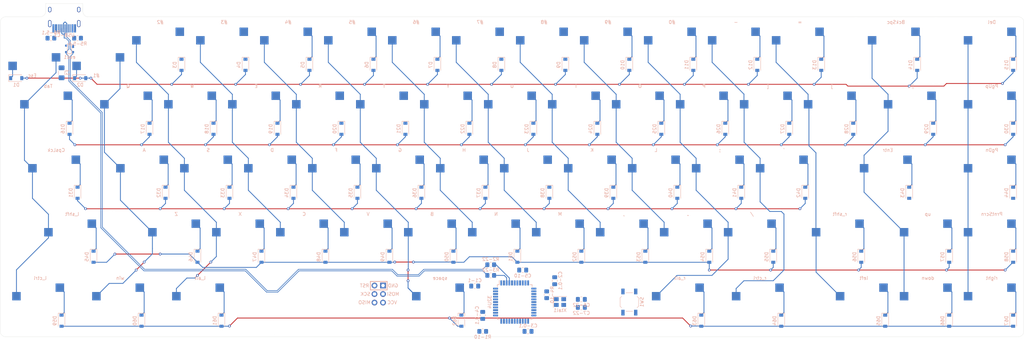
<source format=kicad_pcb>
(kicad_pcb (version 20171130) (host pcbnew "(5.1.12)-1")
  (layers (0 F.Cu signal) (31 B.Cu signal) (34 B.Paste user) (35 F.Paste user) (36 B.SilkS user) (37 F.SilkS user) (38 B.Mask user) (39 F.Mask user) (44 Edge.Cuts user))
  (net 0 "")
  (net 1 +5V)
  (net 2 "Net-(32U4-Pad42)")
  (net 3 row2)
  (net 4 row3)
  (net 5 row4)
  (net 6 row1)
  (net 7 col5)
  (net 8 col6)
  (net 9 "Net-(32U4-Pad33)")
  (net 10 col4)
  (net 11 col3)
  (net 12 col2)
  (net 13 col1)
  (net 14 col0)
  (net 15 col14)
  (net 16 col13)
  (net 17 col11)
  (net 18 col12)
  (net 19 col10)
  (net 20 col9)
  (net 21 col8)
  (net 22 "Net-(32U4-Pad18)")
  (net 23 "Net-(32U4-Pad17)")
  (net 24 "Net-(32U4-Pad16)")
  (net 25 RESET)
  (net 26 "Net-(32U4-Pad12)")
  (net 27 MISO)
  (net 28 MOSI)
  (net 29 SCK)
  (net 30 col7)
  (net 31 "Net-(32U4-Pad6)")
  (net 32 "Net-(32U4-Pad4)")
  (net 33 "Net-(32U4-Pad3)")
  (net 34 row0)
  (net 35 "Net-(D1-Pad1)")
  (net 36 "Net-(D2-Pad1)")
  (net 37 "Net-(D3-Pad1)")
  (net 38 "Net-(D4-Pad1)")
  (net 39 "Net-(D5-Pad1)")
  (net 40 "Net-(D6-Pad1)")
  (net 41 "Net-(D7-Pad1)")
  (net 42 "Net-(D8-Pad1)")
  (net 43 "Net-(D9-Pad1)")
  (net 44 "Net-(D10-Pad1)")
  (net 45 "Net-(D11-Pad1)")
  (net 46 "Net-(D12-Pad1)")
  (net 47 "Net-(D13-Pad1)")
  (net 48 "Net-(D14-Pad1)")
  (net 49 "Net-(D15-Pad1)")
  (net 50 "Net-(D16-Pad1)")
  (net 51 "Net-(D17-Pad1)")
  (net 52 "Net-(D18-Pad1)")
  (net 53 "Net-(D19-Pad1)")
  (net 54 "Net-(D20-Pad1)")
  (net 55 "Net-(D21-Pad1)")
  (net 56 "Net-(D22-Pad1)")
  (net 57 "Net-(D23-Pad1)")
  (net 58 "Net-(D24-Pad1)")
  (net 59 "Net-(D25-Pad1)")
  (net 60 "Net-(D26-Pad1)")
  (net 61 "Net-(D27-Pad1)")
  (net 62 "Net-(D28-Pad1)")
  (net 63 "Net-(D29-Pad1)")
  (net 64 "Net-(D30-Pad1)")
  (net 65 "Net-(D31-Pad1)")
  (net 66 "Net-(D32-Pad1)")
  (net 67 "Net-(D33-Pad1)")
  (net 68 "Net-(D34-Pad1)")
  (net 69 "Net-(D35-Pad1)")
  (net 70 "Net-(D36-Pad1)")
  (net 71 "Net-(D37-Pad1)")
  (net 72 "Net-(D38-Pad1)")
  (net 73 "Net-(D39-Pad1)")
  (net 74 "Net-(D40-Pad1)")
  (net 75 "Net-(D41-Pad1)")
  (net 76 "Net-(D42-Pad1)")
  (net 77 "Net-(D43-Pad1)")
  (net 78 "Net-(D44-Pad1)")
  (net 79 "Net-(D45-Pad1)")
  (net 80 "Net-(D46-Pad1)")
  (net 81 "Net-(D47-Pad1)")
  (net 82 "Net-(D48-Pad1)")
  (net 83 "Net-(D49-Pad1)")
  (net 84 "Net-(D50-Pad1)")
  (net 85 "Net-(D51-Pad1)")
  (net 86 "Net-(D52-Pad1)")
  (net 87 "Net-(D53-Pad1)")
  (net 88 "Net-(D54-Pad1)")
  (net 89 "Net-(D55-Pad1)")
  (net 90 "Net-(D56-Pad1)")
  (net 91 "Net-(D57-Pad1)")
  (net 92 "Net-(D58-Pad1)")
  (net 93 "Net-(D59-Pad1)")
  (net 94 "Net-(D60-Pad1)")
  (net 95 "Net-(D61-Pad1)")
  (net 96 "Net-(D62-Pad1)")
  (net 97 "Net-(D63-Pad1)")
  (net 98 "Net-(D64-Pad1)")
  (net 99 "Net-(D65-Pad1)")
  (net 100 "Net-(D66-Pad1)")
  (net 101 "Net-(D67-Pad1)")
  (net 102 VCC)
  (net 103 D+)
  (net 104 D-)
  (net 105 "Net-(R5-5.1-Pad1)")
  (net 106 "Net-(R6-5.1-Pad1)")
  (net 107 "Net-(USB-C1-Pad3)")
  (net 108 "Net-(USB-C1-Pad9)")
  (net 109 GND)
  (module Crystal:Crystal_SMD_3225-4Pin_3.2x2.5mm (layer B.Cu) (at 190.5 108.74375)
    (fp_text reference Xtal1 (at 0 2.45) (layer B.SilkS) (effects (justify mirror)))
    (fp_text value 16MHz)
    (pad 4 smd rect (at -1.1 0.85) (size 1.4 1.2) (layers B.Cu B.Paste B.Mask) (net 109 GND))
    (pad 3 smd rect (at 1.1 0.85) (size 1.4 1.2) (layers B.Cu B.Paste B.Mask) (net 24 "Net-(32U4-Pad16)"))
    (pad 2 smd rect (at 1.1 -0.85) (size 1.4 1.2) (layers B.Cu B.Paste B.Mask) (net 109 GND))
    (pad 1 smd rect (at -1.1 -0.85) (size 1.4 1.2) (layers B.Cu B.Paste B.Mask) (net 23 "Net-(32U4-Pad17)"))
  )
  (module Type-C:HRO-TYPE-C-31-M-12-HandSoldering (layer B.Cu) (at 42.8625 19.05)
    (fp_text reference USB-C1 (at 0 10.2) (layer B.SilkS) (effects (justify mirror)))
    (fp_text value HRO-TYPE-C-31-M-12)
    (pad 12 smd rect (at 3.225 8.195) (size 0.6 2.45) (layers B.Cu B.Paste B.Mask) (net 109 GND))
    (pad 1 smd rect (at -3.225 8.195) (size 0.6 2.45) (layers B.Cu B.Paste B.Mask) (net 109 GND))
    (pad 11 smd rect (at 2.45 8.195) (size 0.6 2.45) (layers B.Cu B.Paste B.Mask) (net 102 VCC))
    (pad 2 smd rect (at -2.45 8.195) (size 0.6 2.45) (layers B.Cu B.Paste B.Mask) (net 102 VCC))
    (pad 3 smd rect (at -1.75 8.195) (size 0.3 2.45) (layers B.Cu B.Paste B.Mask) (net 107 "Net-(USB-C1-Pad3)"))
    (pad 10 smd rect (at 1.75 8.195) (size 0.3 2.45) (layers B.Cu B.Paste B.Mask) (net 105 "Net-(R5-5.1-Pad1)"))
    (pad 4 smd rect (at -1.25 8.195) (size 0.3 2.45) (layers B.Cu B.Paste B.Mask) (net 106 "Net-(R6-5.1-Pad1)"))
    (pad 9 smd rect (at 1.25 8.195) (size 0.3 2.45) (layers B.Cu B.Paste B.Mask) (net 108 "Net-(USB-C1-Pad9)"))
    (pad 5 smd rect (at -0.75 8.195) (size 0.3 2.45) (layers B.Cu B.Paste B.Mask) (net 104 D-))
    (pad 8 smd rect (at 0.75 8.195) (size 0.3 2.45) (layers B.Cu B.Paste B.Mask) (net 103 D+))
    (pad 7 smd rect (at 0.25 8.195) (size 0.3 2.45) (layers B.Cu B.Paste B.Mask) (net 104 D-))
    (pad 6 smd rect (at -0.25 8.195) (size 0.3 2.45) (layers B.Cu B.Paste B.Mask) (net 103 D+))
    (pad "" np_thru_hole circle (at 2.89 6.25) (size 0.65 0.65) (drill 0.65) (layers *.Cu *.Mask))
    (pad "" np_thru_hole circle (at -2.89 6.25) (size 0.65 0.65) (drill 0.65) (layers *.Cu *.Mask))
    (pad 13 thru_hole oval (at -4.32 6.78) (size 1 2.1) (drill oval 0.6 1.7) (layers *.Cu F.Mask) (net 109 GND))
    (pad 13 thru_hole oval (at 4.32 6.78) (size 1 2.1) (drill oval 0.6 1.7) (layers *.Cu F.Mask) (net 109 GND))
    (pad 13 thru_hole oval (at -4.32 2.6) (size 1 1.6) (drill oval 0.6 1.2) (layers *.Cu F.Mask) (net 109 GND))
    (pad 13 thru_hole oval (at 4.32 2.6) (size 1 1.6) (drill oval 0.6 1.2) (layers *.Cu F.Mask) (net 109 GND))
  )
  (module Button_Switch_SMD:SW_SPST_TL3342 (layer B.Cu) (at 211.1375 108.74375 90)
    (fp_text reference SW1 (at 0 3.75 90) (layer B.SilkS) (effects (justify mirror)))
    (fp_text value SW_Push)
    (pad 2 smd rect (at 3.15 -1.9 90) (size 1.7 1) (layers B.Cu B.Paste B.Mask) (net 25 RESET))
    (pad 2 smd rect (at -3.15 -1.9 90) (size 1.7 1) (layers B.Cu B.Paste B.Mask) (net 25 RESET))
    (pad 1 smd rect (at 3.15 1.9 90) (size 1.7 1) (layers B.Cu B.Paste B.Mask) (net 109 GND))
    (pad 1 smd rect (at -3.15 1.9 90) (size 1.7 1) (layers B.Cu B.Paste B.Mask) (net 109 GND))
  )
  (module Resistor_SMD:R_0805_2012Metric_Pad1.20x1.40mm_HandSolder (layer B.Cu) (at 38.89375 30.1625 180)
    (fp_text reference R6-5.1 (at 0 1.65) (layer B.SilkS) (effects (justify mirror)))
    (fp_text value 5.1k)
    (pad 2 smd roundrect (at 1 0 180) (size 1.2 1.4) (layers B.Cu B.Paste B.Mask) (roundrect_rratio 0.208333) (net 109 GND))
    (pad 1 smd roundrect (at -1 0 180) (size 1.2 1.4) (layers B.Cu B.Paste B.Mask) (roundrect_rratio 0.208333) (net 106 "Net-(R6-5.1-Pad1)"))
  )
  (module Resistor_SMD:R_0805_2012Metric_Pad1.20x1.40mm_HandSolder (layer B.Cu) (at 46.83125 30.1625)
    (fp_text reference R5-5.1 (at 0 1.65) (layer B.SilkS) (effects (justify mirror)))
    (fp_text value 5.1k)
    (pad 2 smd roundrect (at 1 0) (size 1.2 1.4) (layers B.Cu B.Paste B.Mask) (roundrect_rratio 0.208333) (net 109 GND))
    (pad 1 smd roundrect (at -1 0) (size 1.2 1.4) (layers B.Cu B.Paste B.Mask) (roundrect_rratio 0.208333) (net 105 "Net-(R5-5.1-Pad1)"))
  )
  (module Resistor_SMD:R_0805_2012Metric_Pad1.20x1.40mm_HandSolder (layer B.Cu) (at 186.53125 106.56875 90)
    (fp_text reference R4-10 (at 0 1.65 90) (layer B.SilkS) (effects (justify mirror)))
    (fp_text value 10k)
    (pad 2 smd roundrect (at 1 0 90) (size 1.2 1.4) (layers B.Cu B.Paste B.Mask) (roundrect_rratio 0.208333) (net 25 RESET))
    (pad 1 smd roundrect (at -1 0 90) (size 1.2 1.4) (layers B.Cu B.Paste B.Mask) (roundrect_rratio 0.208333) (net 1 +5V))
  )
  (module Resistor_SMD:R_0805_2012Metric_Pad1.20x1.40mm_HandSolder (layer B.Cu) (at 169.8625 100.80625 180)
    (fp_text reference R3-22 (at 0 1.65) (layer B.SilkS) (effects (justify mirror)))
    (fp_text value 22)
    (pad 2 smd roundrect (at 1 0 180) (size 1.2 1.4) (layers B.Cu B.Paste B.Mask) (roundrect_rratio 0.208333) (net 104 D-))
    (pad 1 smd roundrect (at -1 0 180) (size 1.2 1.4) (layers B.Cu B.Paste B.Mask) (roundrect_rratio 0.208333) (net 33 "Net-(32U4-Pad3)"))
  )
  (module Resistor_SMD:R_0805_2012Metric_Pad1.20x1.40mm_HandSolder (layer B.Cu) (at 169.8625 97.63125 180)
    (fp_text reference R2-22 (at 0 1.65) (layer B.SilkS) (effects (justify mirror)))
    (fp_text value 22)
    (pad 2 smd roundrect (at 1 0 180) (size 1.2 1.4) (layers B.Cu B.Paste B.Mask) (roundrect_rratio 0.208333) (net 103 D+))
    (pad 1 smd roundrect (at -1 0 180) (size 1.2 1.4) (layers B.Cu B.Paste B.Mask) (roundrect_rratio 0.208333) (net 32 "Net-(32U4-Pad4)"))
  )
  (module Resistor_SMD:R_0805_2012Metric_Pad1.20x1.40mm_HandSolder (layer B.Cu) (at 167.48125 117.475)
    (fp_text reference R1-10 (at 0 1.65) (layer B.SilkS) (effects (justify mirror)))
    (fp_text value 10k)
    (pad 2 smd roundrect (at 1 0) (size 1.2 1.4) (layers B.Cu B.Paste B.Mask) (roundrect_rratio 0.208333) (net 9 "Net-(32U4-Pad33)"))
    (pad 1 smd roundrect (at -1 0) (size 1.2 1.4) (layers B.Cu B.Paste B.Mask) (roundrect_rratio 0.208333) (net 1 +5V))
  )
  (module MX_Only:MXOnly-1U-Hotswap (layer F.Cu) (at 319.0875 109.5375)
    (fp_text reference K67)
    (fp_text value right (at 0 -7.9375) (layer B.SilkS) (effects (justify mirror)))
    (pad 2 smd rect (at 5.842 -5.08) (size 2.55 2.5) (layers B.Cu B.Paste B.Mask) (net 101 "Net-(D67-Pad1)"))
    (pad 1 smd rect (at -7.085 -2.54) (size 2.55 2.5) (layers B.Cu B.Paste B.Mask) (net 15 col14))
    (pad "" np_thru_hole circle (at 5.08 0 48.0996) (size 1.75 1.75) (drill 1.75) (layers *.Cu *.Mask))
    (pad "" np_thru_hole circle (at -5.08 0 48.0996) (size 1.75 1.75) (drill 1.75) (layers *.Cu *.Mask))
    (pad "" np_thru_hole circle (at -3.81 -2.54) (size 3 3) (drill 3) (layers *.Cu *.Mask))
    (pad "" np_thru_hole circle (at 0 0) (size 3.9878 3.9878) (drill 3.9878) (layers *.Cu *.Mask))
    (pad "" np_thru_hole circle (at 2.54 -5.08) (size 3 3) (drill 3) (layers *.Cu *.Mask))
  )
  (module MX_Only:MXOnly-1U-Hotswap (layer F.Cu) (at 300.0375 109.5375)
    (fp_text reference K66)
    (fp_text value down (at 0 -7.9375) (layer B.SilkS) (effects (justify mirror)))
    (pad 2 smd rect (at 5.842 -5.08) (size 2.55 2.5) (layers B.Cu B.Paste B.Mask) (net 100 "Net-(D66-Pad1)"))
    (pad 1 smd rect (at -7.085 -2.54) (size 2.55 2.5) (layers B.Cu B.Paste B.Mask) (net 16 col13))
    (pad "" np_thru_hole circle (at 5.08 0 48.0996) (size 1.75 1.75) (drill 1.75) (layers *.Cu *.Mask))
    (pad "" np_thru_hole circle (at -5.08 0 48.0996) (size 1.75 1.75) (drill 1.75) (layers *.Cu *.Mask))
    (pad "" np_thru_hole circle (at -3.81 -2.54) (size 3 3) (drill 3) (layers *.Cu *.Mask))
    (pad "" np_thru_hole circle (at 0 0) (size 3.9878 3.9878) (drill 3.9878) (layers *.Cu *.Mask))
    (pad "" np_thru_hole circle (at 2.54 -5.08) (size 3 3) (drill 3) (layers *.Cu *.Mask))
  )
  (module MX_Only:MXOnly-1U-Hotswap (layer F.Cu) (at 280.9875 109.5375)
    (fp_text reference K65)
    (fp_text value left (at 0 -7.9375) (layer B.SilkS) (effects (justify mirror)))
    (pad 2 smd rect (at 5.842 -5.08) (size 2.55 2.5) (layers B.Cu B.Paste B.Mask) (net 99 "Net-(D65-Pad1)"))
    (pad 1 smd rect (at -7.085 -2.54) (size 2.55 2.5) (layers B.Cu B.Paste B.Mask) (net 18 col12))
    (pad "" np_thru_hole circle (at 5.08 0 48.0996) (size 1.75 1.75) (drill 1.75) (layers *.Cu *.Mask))
    (pad "" np_thru_hole circle (at -5.08 0 48.0996) (size 1.75 1.75) (drill 1.75) (layers *.Cu *.Mask))
    (pad "" np_thru_hole circle (at -3.81 -2.54) (size 3 3) (drill 3) (layers *.Cu *.Mask))
    (pad "" np_thru_hole circle (at 0 0) (size 3.9878 3.9878) (drill 3.9878) (layers *.Cu *.Mask))
    (pad "" np_thru_hole circle (at 2.54 -5.08) (size 3 3) (drill 3) (layers *.Cu *.Mask))
  )
  (module MX_Only:MXOnly-1.25U-Hotswap (layer F.Cu) (at 250.03125 109.5375)
    (fp_text reference K64)
    (fp_text value r_ctrl (at 0 -7.9375) (layer B.SilkS) (effects (justify mirror)))
    (pad 2 smd rect (at 5.842 -5.08) (size 2.55 2.5) (layers B.Cu B.Paste B.Mask) (net 98 "Net-(D64-Pad1)"))
    (pad 1 smd rect (at -7.085 -2.54) (size 2.55 2.5) (layers B.Cu B.Paste B.Mask) (net 17 col11))
    (pad "" np_thru_hole circle (at 5.08 0 48.0996) (size 1.75 1.75) (drill 1.75) (layers *.Cu *.Mask))
    (pad "" np_thru_hole circle (at -5.08 0 48.0996) (size 1.75 1.75) (drill 1.75) (layers *.Cu *.Mask))
    (pad "" np_thru_hole circle (at -3.81 -2.54) (size 3 3) (drill 3) (layers *.Cu *.Mask))
    (pad "" np_thru_hole circle (at 0 0) (size 3.9878 3.9878) (drill 3.9878) (layers *.Cu *.Mask))
    (pad "" np_thru_hole circle (at 2.54 -5.08) (size 3 3) (drill 3) (layers *.Cu *.Mask))
  )
  (module MX_Only:MXOnly-1.25U-Hotswap (layer F.Cu) (at 226.21875 109.5375)
    (fp_text reference K63)
    (fp_text value r_alt (at 0 -7.9375) (layer B.SilkS) (effects (justify mirror)))
    (pad 2 smd rect (at 5.842 -5.08) (size 2.55 2.5) (layers B.Cu B.Paste B.Mask) (net 97 "Net-(D63-Pad1)"))
    (pad 1 smd rect (at -7.085 -2.54) (size 2.55 2.5) (layers B.Cu B.Paste B.Mask) (net 19 col10))
    (pad "" np_thru_hole circle (at 5.08 0 48.0996) (size 1.75 1.75) (drill 1.75) (layers *.Cu *.Mask))
    (pad "" np_thru_hole circle (at -5.08 0 48.0996) (size 1.75 1.75) (drill 1.75) (layers *.Cu *.Mask))
    (pad "" np_thru_hole circle (at -3.81 -2.54) (size 3 3) (drill 3) (layers *.Cu *.Mask))
    (pad "" np_thru_hole circle (at 0 0) (size 3.9878 3.9878) (drill 3.9878) (layers *.Cu *.Mask))
    (pad "" np_thru_hole circle (at 2.54 -5.08) (size 3 3) (drill 3) (layers *.Cu *.Mask))
  )
  (module MX_Only:MXOnly-6.25U-Hotswap-ReversedStabilizers (layer F.Cu) (at 154.78125 109.5375)
    (fp_text reference K62)
    (fp_text value space (at 0 -7.9375) (layer B.SilkS) (effects (justify mirror)))
    (pad "" np_thru_hole circle (at -49.9999 -8.255) (size 3.9878 3.9878) (drill 3.9878) (layers *.Cu *.Mask))
    (pad "" np_thru_hole circle (at 49.9999 -8.255) (size 3.9878 3.9878) (drill 3.9878) (layers *.Cu *.Mask))
    (pad "" np_thru_hole circle (at -49.9999 6.985) (size 3.048 3.048) (drill 3.048) (layers *.Cu *.Mask))
    (pad "" np_thru_hole circle (at 49.9999 6.985) (size 3.048 3.048) (drill 3.048) (layers *.Cu *.Mask))
    (pad 2 smd rect (at 5.842 -5.08) (size 2.55 2.5) (layers B.Cu B.Paste B.Mask) (net 96 "Net-(D62-Pad1)"))
    (pad 1 smd rect (at -7.085 -2.54) (size 2.55 2.5) (layers B.Cu B.Paste B.Mask) (net 7 col5))
    (pad "" np_thru_hole circle (at 5.08 0 48.0996) (size 1.75 1.75) (drill 1.75) (layers *.Cu *.Mask))
    (pad "" np_thru_hole circle (at -5.08 0 48.0996) (size 1.75 1.75) (drill 1.75) (layers *.Cu *.Mask))
    (pad "" np_thru_hole circle (at -3.81 -2.54) (size 3 3) (drill 3) (layers *.Cu *.Mask))
    (pad "" np_thru_hole circle (at 0 0) (size 3.9878 3.9878) (drill 3.9878) (layers *.Cu *.Mask))
    (pad "" np_thru_hole circle (at 2.54 -5.08) (size 3 3) (drill 3) (layers *.Cu *.Mask))
  )
  (module MX_Only:MXOnly-1.25U-Hotswap (layer F.Cu) (at 83.34375 109.5375)
    (fp_text reference K61)
    (fp_text value l_alt (at 0 -7.9375) (layer B.SilkS) (effects (justify mirror)))
    (pad 2 smd rect (at 5.842 -5.08) (size 2.55 2.5) (layers B.Cu B.Paste B.Mask) (net 95 "Net-(D61-Pad1)"))
    (pad 1 smd rect (at -7.085 -2.54) (size 2.55 2.5) (layers B.Cu B.Paste B.Mask) (net 12 col2))
    (pad "" np_thru_hole circle (at 5.08 0 48.0996) (size 1.75 1.75) (drill 1.75) (layers *.Cu *.Mask))
    (pad "" np_thru_hole circle (at -5.08 0 48.0996) (size 1.75 1.75) (drill 1.75) (layers *.Cu *.Mask))
    (pad "" np_thru_hole circle (at -3.81 -2.54) (size 3 3) (drill 3) (layers *.Cu *.Mask))
    (pad "" np_thru_hole circle (at 0 0) (size 3.9878 3.9878) (drill 3.9878) (layers *.Cu *.Mask))
    (pad "" np_thru_hole circle (at 2.54 -5.08) (size 3 3) (drill 3) (layers *.Cu *.Mask))
  )
  (module MX_Only:MXOnly-1.25U-Hotswap (layer F.Cu) (at 59.53125 109.5375)
    (fp_text reference K60)
    (fp_text value win (at 0 -7.9375) (layer B.SilkS) (effects (justify mirror)))
    (pad 2 smd rect (at 5.842 -5.08) (size 2.55 2.5) (layers B.Cu B.Paste B.Mask) (net 94 "Net-(D60-Pad1)"))
    (pad 1 smd rect (at -7.085 -2.54) (size 2.55 2.5) (layers B.Cu B.Paste B.Mask) (net 13 col1))
    (pad "" np_thru_hole circle (at 5.08 0 48.0996) (size 1.75 1.75) (drill 1.75) (layers *.Cu *.Mask))
    (pad "" np_thru_hole circle (at -5.08 0 48.0996) (size 1.75 1.75) (drill 1.75) (layers *.Cu *.Mask))
    (pad "" np_thru_hole circle (at -3.81 -2.54) (size 3 3) (drill 3) (layers *.Cu *.Mask))
    (pad "" np_thru_hole circle (at 0 0) (size 3.9878 3.9878) (drill 3.9878) (layers *.Cu *.Mask))
    (pad "" np_thru_hole circle (at 2.54 -5.08) (size 3 3) (drill 3) (layers *.Cu *.Mask))
  )
  (module MX_Only:MXOnly-1.25U-Hotswap (layer F.Cu) (at 35.71875 109.5375)
    (fp_text reference K59)
    (fp_text value l_ctrl (at 0 -7.9375) (layer B.SilkS) (effects (justify mirror)))
    (pad 2 smd rect (at 5.842 -5.08) (size 2.55 2.5) (layers B.Cu B.Paste B.Mask) (net 93 "Net-(D59-Pad1)"))
    (pad 1 smd rect (at -7.085 -2.54) (size 2.55 2.5) (layers B.Cu B.Paste B.Mask) (net 14 col0))
    (pad "" np_thru_hole circle (at 5.08 0 48.0996) (size 1.75 1.75) (drill 1.75) (layers *.Cu *.Mask))
    (pad "" np_thru_hole circle (at -5.08 0 48.0996) (size 1.75 1.75) (drill 1.75) (layers *.Cu *.Mask))
    (pad "" np_thru_hole circle (at -3.81 -2.54) (size 3 3) (drill 3) (layers *.Cu *.Mask))
    (pad "" np_thru_hole circle (at 0 0) (size 3.9878 3.9878) (drill 3.9878) (layers *.Cu *.Mask))
    (pad "" np_thru_hole circle (at 2.54 -5.08) (size 3 3) (drill 3) (layers *.Cu *.Mask))
  )
  (module MX_Only:MXOnly-1U-Hotswap (layer F.Cu) (at 319.0875 90.4875)
    (fp_text reference K58)
    (fp_text value PrntScrn (at 0 -7.9375) (layer B.SilkS) (effects (justify mirror)))
    (pad 2 smd rect (at 5.842 -5.08) (size 2.55 2.5) (layers B.Cu B.Paste B.Mask) (net 92 "Net-(D58-Pad1)"))
    (pad 1 smd rect (at -7.085 -2.54) (size 2.55 2.5) (layers B.Cu B.Paste B.Mask) (net 15 col14))
    (pad "" np_thru_hole circle (at 5.08 0 48.0996) (size 1.75 1.75) (drill 1.75) (layers *.Cu *.Mask))
    (pad "" np_thru_hole circle (at -5.08 0 48.0996) (size 1.75 1.75) (drill 1.75) (layers *.Cu *.Mask))
    (pad "" np_thru_hole circle (at -3.81 -2.54) (size 3 3) (drill 3) (layers *.Cu *.Mask))
    (pad "" np_thru_hole circle (at 0 0) (size 3.9878 3.9878) (drill 3.9878) (layers *.Cu *.Mask))
    (pad "" np_thru_hole circle (at 2.54 -5.08) (size 3 3) (drill 3) (layers *.Cu *.Mask))
  )
  (module MX_Only:MXOnly-1U-Hotswap (layer F.Cu) (at 300.0375 90.4875)
    (fp_text reference K57)
    (fp_text value up (at 0 -7.9375) (layer B.SilkS) (effects (justify mirror)))
    (pad 2 smd rect (at 5.842 -5.08) (size 2.55 2.5) (layers B.Cu B.Paste B.Mask) (net 91 "Net-(D57-Pad1)"))
    (pad 1 smd rect (at -7.085 -2.54) (size 2.55 2.5) (layers B.Cu B.Paste B.Mask) (net 16 col13))
    (pad "" np_thru_hole circle (at 5.08 0 48.0996) (size 1.75 1.75) (drill 1.75) (layers *.Cu *.Mask))
    (pad "" np_thru_hole circle (at -5.08 0 48.0996) (size 1.75 1.75) (drill 1.75) (layers *.Cu *.Mask))
    (pad "" np_thru_hole circle (at -3.81 -2.54) (size 3 3) (drill 3) (layers *.Cu *.Mask))
    (pad "" np_thru_hole circle (at 0 0) (size 3.9878 3.9878) (drill 3.9878) (layers *.Cu *.Mask))
    (pad "" np_thru_hole circle (at 2.54 -5.08) (size 3 3) (drill 3) (layers *.Cu *.Mask))
  )
  (module MX_Only:MXOnly-1.75U-Hotswap (layer F.Cu) (at 273.84375 90.4875)
    (fp_text reference K56)
    (fp_text value r_shft (at 0 -7.9375) (layer B.SilkS) (effects (justify mirror)))
    (pad 2 smd rect (at 5.842 -5.08) (size 2.55 2.5) (layers B.Cu B.Paste B.Mask) (net 90 "Net-(D56-Pad1)"))
    (pad 1 smd rect (at -7.085 -2.54) (size 2.55 2.5) (layers B.Cu B.Paste B.Mask) (net 18 col12))
    (pad "" np_thru_hole circle (at 5.08 0 48.0996) (size 1.75 1.75) (drill 1.75) (layers *.Cu *.Mask))
    (pad "" np_thru_hole circle (at -5.08 0 48.0996) (size 1.75 1.75) (drill 1.75) (layers *.Cu *.Mask))
    (pad "" np_thru_hole circle (at -3.81 -2.54) (size 3 3) (drill 3) (layers *.Cu *.Mask))
    (pad "" np_thru_hole circle (at 0 0) (size 3.9878 3.9878) (drill 3.9878) (layers *.Cu *.Mask))
    (pad "" np_thru_hole circle (at 2.54 -5.08) (size 3 3) (drill 3) (layers *.Cu *.Mask))
  )
  (module MX_Only:MXOnly-1U-Hotswap (layer F.Cu) (at 247.65 90.4875)
    (fp_text reference K55)
    (fp_text value / (at 0 -7.9375) (layer B.SilkS) (effects (justify mirror)))
    (pad 2 smd rect (at 5.842 -5.08) (size 2.55 2.5) (layers B.Cu B.Paste B.Mask) (net 89 "Net-(D55-Pad1)"))
    (pad 1 smd rect (at -7.085 -2.54) (size 2.55 2.5) (layers B.Cu B.Paste B.Mask) (net 19 col10))
    (pad "" np_thru_hole circle (at 5.08 0 48.0996) (size 1.75 1.75) (drill 1.75) (layers *.Cu *.Mask))
    (pad "" np_thru_hole circle (at -5.08 0 48.0996) (size 1.75 1.75) (drill 1.75) (layers *.Cu *.Mask))
    (pad "" np_thru_hole circle (at -3.81 -2.54) (size 3 3) (drill 3) (layers *.Cu *.Mask))
    (pad "" np_thru_hole circle (at 0 0) (size 3.9878 3.9878) (drill 3.9878) (layers *.Cu *.Mask))
    (pad "" np_thru_hole circle (at 2.54 -5.08) (size 3 3) (drill 3) (layers *.Cu *.Mask))
  )
  (module MX_Only:MXOnly-1U-Hotswap (layer F.Cu) (at 228.6 90.4875)
    (fp_text reference K54)
    (fp_text value . (at 0 -7.9375) (layer B.SilkS) (effects (justify mirror)))
    (pad 2 smd rect (at 5.842 -5.08) (size 2.55 2.5) (layers B.Cu B.Paste B.Mask) (net 88 "Net-(D54-Pad1)"))
    (pad 1 smd rect (at -7.085 -2.54) (size 2.55 2.5) (layers B.Cu B.Paste B.Mask) (net 20 col9))
    (pad "" np_thru_hole circle (at 5.08 0 48.0996) (size 1.75 1.75) (drill 1.75) (layers *.Cu *.Mask))
    (pad "" np_thru_hole circle (at -5.08 0 48.0996) (size 1.75 1.75) (drill 1.75) (layers *.Cu *.Mask))
    (pad "" np_thru_hole circle (at -3.81 -2.54) (size 3 3) (drill 3) (layers *.Cu *.Mask))
    (pad "" np_thru_hole circle (at 0 0) (size 3.9878 3.9878) (drill 3.9878) (layers *.Cu *.Mask))
    (pad "" np_thru_hole circle (at 2.54 -5.08) (size 3 3) (drill 3) (layers *.Cu *.Mask))
  )
  (module MX_Only:MXOnly-1U-Hotswap (layer F.Cu) (at 209.55 90.4875)
    (fp_text reference K53)
    (fp_text value , (at 0 -7.9375) (layer B.SilkS) (effects (justify mirror)))
    (pad 2 smd rect (at 5.842 -5.08) (size 2.55 2.5) (layers B.Cu B.Paste B.Mask) (net 87 "Net-(D53-Pad1)"))
    (pad 1 smd rect (at -7.085 -2.54) (size 2.55 2.5) (layers B.Cu B.Paste B.Mask) (net 21 col8))
    (pad "" np_thru_hole circle (at 5.08 0 48.0996) (size 1.75 1.75) (drill 1.75) (layers *.Cu *.Mask))
    (pad "" np_thru_hole circle (at -5.08 0 48.0996) (size 1.75 1.75) (drill 1.75) (layers *.Cu *.Mask))
    (pad "" np_thru_hole circle (at -3.81 -2.54) (size 3 3) (drill 3) (layers *.Cu *.Mask))
    (pad "" np_thru_hole circle (at 0 0) (size 3.9878 3.9878) (drill 3.9878) (layers *.Cu *.Mask))
    (pad "" np_thru_hole circle (at 2.54 -5.08) (size 3 3) (drill 3) (layers *.Cu *.Mask))
  )
  (module MX_Only:MXOnly-1U-Hotswap (layer F.Cu) (at 190.5 90.4875)
    (fp_text reference K52)
    (fp_text value M (at 0 -7.9375) (layer B.SilkS) (effects (justify mirror)))
    (pad 2 smd rect (at 5.842 -5.08) (size 2.55 2.5) (layers B.Cu B.Paste B.Mask) (net 86 "Net-(D52-Pad1)"))
    (pad 1 smd rect (at -7.085 -2.54) (size 2.55 2.5) (layers B.Cu B.Paste B.Mask) (net 30 col7))
    (pad "" np_thru_hole circle (at 5.08 0 48.0996) (size 1.75 1.75) (drill 1.75) (layers *.Cu *.Mask))
    (pad "" np_thru_hole circle (at -5.08 0 48.0996) (size 1.75 1.75) (drill 1.75) (layers *.Cu *.Mask))
    (pad "" np_thru_hole circle (at -3.81 -2.54) (size 3 3) (drill 3) (layers *.Cu *.Mask))
    (pad "" np_thru_hole circle (at 0 0) (size 3.9878 3.9878) (drill 3.9878) (layers *.Cu *.Mask))
    (pad "" np_thru_hole circle (at 2.54 -5.08) (size 3 3) (drill 3) (layers *.Cu *.Mask))
  )
  (module MX_Only:MXOnly-1U-Hotswap (layer F.Cu) (at 171.45 90.4875)
    (fp_text reference K51)
    (fp_text value N (at 0 -7.9375) (layer B.SilkS) (effects (justify mirror)))
    (pad 2 smd rect (at 5.842 -5.08) (size 2.55 2.5) (layers B.Cu B.Paste B.Mask) (net 85 "Net-(D51-Pad1)"))
    (pad 1 smd rect (at -7.085 -2.54) (size 2.55 2.5) (layers B.Cu B.Paste B.Mask) (net 8 col6))
    (pad "" np_thru_hole circle (at 5.08 0 48.0996) (size 1.75 1.75) (drill 1.75) (layers *.Cu *.Mask))
    (pad "" np_thru_hole circle (at -5.08 0 48.0996) (size 1.75 1.75) (drill 1.75) (layers *.Cu *.Mask))
    (pad "" np_thru_hole circle (at -3.81 -2.54) (size 3 3) (drill 3) (layers *.Cu *.Mask))
    (pad "" np_thru_hole circle (at 0 0) (size 3.9878 3.9878) (drill 3.9878) (layers *.Cu *.Mask))
    (pad "" np_thru_hole circle (at 2.54 -5.08) (size 3 3) (drill 3) (layers *.Cu *.Mask))
  )
  (module MX_Only:MXOnly-1U-Hotswap (layer F.Cu) (at 152.4 90.4875)
    (fp_text reference K50)
    (fp_text value B (at 0 -7.9375) (layer B.SilkS) (effects (justify mirror)))
    (pad 2 smd rect (at 5.842 -5.08) (size 2.55 2.5) (layers B.Cu B.Paste B.Mask) (net 84 "Net-(D50-Pad1)"))
    (pad 1 smd rect (at -7.085 -2.54) (size 2.55 2.5) (layers B.Cu B.Paste B.Mask) (net 7 col5))
    (pad "" np_thru_hole circle (at 5.08 0 48.0996) (size 1.75 1.75) (drill 1.75) (layers *.Cu *.Mask))
    (pad "" np_thru_hole circle (at -5.08 0 48.0996) (size 1.75 1.75) (drill 1.75) (layers *.Cu *.Mask))
    (pad "" np_thru_hole circle (at -3.81 -2.54) (size 3 3) (drill 3) (layers *.Cu *.Mask))
    (pad "" np_thru_hole circle (at 0 0) (size 3.9878 3.9878) (drill 3.9878) (layers *.Cu *.Mask))
    (pad "" np_thru_hole circle (at 2.54 -5.08) (size 3 3) (drill 3) (layers *.Cu *.Mask))
  )
  (module MX_Only:MXOnly-1U-Hotswap (layer F.Cu) (at 133.35 90.4875)
    (fp_text reference K49)
    (fp_text value V (at 0 -7.9375) (layer B.SilkS) (effects (justify mirror)))
    (pad 2 smd rect (at 5.842 -5.08) (size 2.55 2.5) (layers B.Cu B.Paste B.Mask) (net 83 "Net-(D49-Pad1)"))
    (pad 1 smd rect (at -7.085 -2.54) (size 2.55 2.5) (layers B.Cu B.Paste B.Mask) (net 10 col4))
    (pad "" np_thru_hole circle (at 5.08 0 48.0996) (size 1.75 1.75) (drill 1.75) (layers *.Cu *.Mask))
    (pad "" np_thru_hole circle (at -5.08 0 48.0996) (size 1.75 1.75) (drill 1.75) (layers *.Cu *.Mask))
    (pad "" np_thru_hole circle (at -3.81 -2.54) (size 3 3) (drill 3) (layers *.Cu *.Mask))
    (pad "" np_thru_hole circle (at 0 0) (size 3.9878 3.9878) (drill 3.9878) (layers *.Cu *.Mask))
    (pad "" np_thru_hole circle (at 2.54 -5.08) (size 3 3) (drill 3) (layers *.Cu *.Mask))
  )
  (module MX_Only:MXOnly-1U-Hotswap (layer F.Cu) (at 114.3 90.4875)
    (fp_text reference K48)
    (fp_text value C (at 0 -7.9375) (layer B.SilkS) (effects (justify mirror)))
    (pad 2 smd rect (at 5.842 -5.08) (size 2.55 2.5) (layers B.Cu B.Paste B.Mask) (net 82 "Net-(D48-Pad1)"))
    (pad 1 smd rect (at -7.085 -2.54) (size 2.55 2.5) (layers B.Cu B.Paste B.Mask) (net 11 col3))
    (pad "" np_thru_hole circle (at 5.08 0 48.0996) (size 1.75 1.75) (drill 1.75) (layers *.Cu *.Mask))
    (pad "" np_thru_hole circle (at -5.08 0 48.0996) (size 1.75 1.75) (drill 1.75) (layers *.Cu *.Mask))
    (pad "" np_thru_hole circle (at -3.81 -2.54) (size 3 3) (drill 3) (layers *.Cu *.Mask))
    (pad "" np_thru_hole circle (at 0 0) (size 3.9878 3.9878) (drill 3.9878) (layers *.Cu *.Mask))
    (pad "" np_thru_hole circle (at 2.54 -5.08) (size 3 3) (drill 3) (layers *.Cu *.Mask))
  )
  (module MX_Only:MXOnly-1U-Hotswap (layer F.Cu) (at 95.25 90.4875)
    (fp_text reference K47)
    (fp_text value X (at 0 -7.9375) (layer B.SilkS) (effects (justify mirror)))
    (pad 2 smd rect (at 5.842 -5.08) (size 2.55 2.5) (layers B.Cu B.Paste B.Mask) (net 81 "Net-(D47-Pad1)"))
    (pad 1 smd rect (at -7.085 -2.54) (size 2.55 2.5) (layers B.Cu B.Paste B.Mask) (net 12 col2))
    (pad "" np_thru_hole circle (at 5.08 0 48.0996) (size 1.75 1.75) (drill 1.75) (layers *.Cu *.Mask))
    (pad "" np_thru_hole circle (at -5.08 0 48.0996) (size 1.75 1.75) (drill 1.75) (layers *.Cu *.Mask))
    (pad "" np_thru_hole circle (at -3.81 -2.54) (size 3 3) (drill 3) (layers *.Cu *.Mask))
    (pad "" np_thru_hole circle (at 0 0) (size 3.9878 3.9878) (drill 3.9878) (layers *.Cu *.Mask))
    (pad "" np_thru_hole circle (at 2.54 -5.08) (size 3 3) (drill 3) (layers *.Cu *.Mask))
  )
  (module MX_Only:MXOnly-1U-Hotswap (layer F.Cu) (at 76.2 90.4875)
    (fp_text reference K46)
    (fp_text value Z (at 0 -7.9375) (layer B.SilkS) (effects (justify mirror)))
    (pad 2 smd rect (at 5.842 -5.08) (size 2.55 2.5) (layers B.Cu B.Paste B.Mask) (net 80 "Net-(D46-Pad1)"))
    (pad 1 smd rect (at -7.085 -2.54) (size 2.55 2.5) (layers B.Cu B.Paste B.Mask) (net 13 col1))
    (pad "" np_thru_hole circle (at 5.08 0 48.0996) (size 1.75 1.75) (drill 1.75) (layers *.Cu *.Mask))
    (pad "" np_thru_hole circle (at -5.08 0 48.0996) (size 1.75 1.75) (drill 1.75) (layers *.Cu *.Mask))
    (pad "" np_thru_hole circle (at -3.81 -2.54) (size 3 3) (drill 3) (layers *.Cu *.Mask))
    (pad "" np_thru_hole circle (at 0 0) (size 3.9878 3.9878) (drill 3.9878) (layers *.Cu *.Mask))
    (pad "" np_thru_hole circle (at 2.54 -5.08) (size 3 3) (drill 3) (layers *.Cu *.Mask))
  )
  (module MX_Only:MXOnly-2.25U-Hotswap (layer F.Cu) (at 45.24375 90.4875)
    (fp_text reference K45)
    (fp_text value l_shft (at 0 -7.9375) (layer B.SilkS) (effects (justify mirror)))
    (pad "" np_thru_hole circle (at -11.938 8.255) (size 3.9878 3.9878) (drill 3.9878) (layers *.Cu *.Mask))
    (pad "" np_thru_hole circle (at 11.938 8.255) (size 3.9878 3.9878) (drill 3.9878) (layers *.Cu *.Mask))
    (pad "" np_thru_hole circle (at -11.938 -6.985) (size 3.048 3.048) (drill 3.048) (layers *.Cu *.Mask))
    (pad "" np_thru_hole circle (at 11.938 -6.985) (size 3.048 3.048) (drill 3.048) (layers *.Cu *.Mask))
    (pad 2 smd rect (at 5.842 -5.08) (size 2.55 2.5) (layers B.Cu B.Paste B.Mask) (net 79 "Net-(D45-Pad1)"))
    (pad 1 smd rect (at -7.085 -2.54) (size 2.55 2.5) (layers B.Cu B.Paste B.Mask) (net 14 col0))
    (pad "" np_thru_hole circle (at 5.08 0 48.0996) (size 1.75 1.75) (drill 1.75) (layers *.Cu *.Mask))
    (pad "" np_thru_hole circle (at -5.08 0 48.0996) (size 1.75 1.75) (drill 1.75) (layers *.Cu *.Mask))
    (pad "" np_thru_hole circle (at -3.81 -2.54) (size 3 3) (drill 3) (layers *.Cu *.Mask))
    (pad "" np_thru_hole circle (at 0 0) (size 3.9878 3.9878) (drill 3.9878) (layers *.Cu *.Mask))
    (pad "" np_thru_hole circle (at 2.54 -5.08) (size 3 3) (drill 3) (layers *.Cu *.Mask))
  )
  (module MX_Only:MXOnly-1U-Hotswap (layer F.Cu) (at 319.0875 71.4375)
    (fp_text reference K44)
    (fp_text value PgDn (at 0 -7.9375) (layer B.SilkS) (effects (justify mirror)))
    (pad 2 smd rect (at 5.842 -5.08) (size 2.55 2.5) (layers B.Cu B.Paste B.Mask) (net 78 "Net-(D44-Pad1)"))
    (pad 1 smd rect (at -7.085 -2.54) (size 2.55 2.5) (layers B.Cu B.Paste B.Mask) (net 15 col14))
    (pad "" np_thru_hole circle (at 5.08 0 48.0996) (size 1.75 1.75) (drill 1.75) (layers *.Cu *.Mask))
    (pad "" np_thru_hole circle (at -5.08 0 48.0996) (size 1.75 1.75) (drill 1.75) (layers *.Cu *.Mask))
    (pad "" np_thru_hole circle (at -3.81 -2.54) (size 3 3) (drill 3) (layers *.Cu *.Mask))
    (pad "" np_thru_hole circle (at 0 0) (size 3.9878 3.9878) (drill 3.9878) (layers *.Cu *.Mask))
    (pad "" np_thru_hole circle (at 2.54 -5.08) (size 3 3) (drill 3) (layers *.Cu *.Mask))
  )
  (module MX_Only:MXOnly-2.25U-Hotswap (layer F.Cu) (at 288.13125 71.4375)
    (fp_text reference K43)
    (fp_text value Entr (at 0 -7.9375) (layer B.SilkS) (effects (justify mirror)))
    (pad "" np_thru_hole circle (at -11.938 8.255) (size 3.9878 3.9878) (drill 3.9878) (layers *.Cu *.Mask))
    (pad "" np_thru_hole circle (at 11.938 8.255) (size 3.9878 3.9878) (drill 3.9878) (layers *.Cu *.Mask))
    (pad "" np_thru_hole circle (at -11.938 -6.985) (size 3.048 3.048) (drill 3.048) (layers *.Cu *.Mask))
    (pad "" np_thru_hole circle (at 11.938 -6.985) (size 3.048 3.048) (drill 3.048) (layers *.Cu *.Mask))
    (pad 2 smd rect (at 5.842 -5.08) (size 2.55 2.5) (layers B.Cu B.Paste B.Mask) (net 77 "Net-(D43-Pad1)"))
    (pad 1 smd rect (at -7.085 -2.54) (size 2.55 2.5) (layers B.Cu B.Paste B.Mask) (net 16 col13))
    (pad "" np_thru_hole circle (at 5.08 0 48.0996) (size 1.75 1.75) (drill 1.75) (layers *.Cu *.Mask))
    (pad "" np_thru_hole circle (at -5.08 0 48.0996) (size 1.75 1.75) (drill 1.75) (layers *.Cu *.Mask))
    (pad "" np_thru_hole circle (at -3.81 -2.54) (size 3 3) (drill 3) (layers *.Cu *.Mask))
    (pad "" np_thru_hole circle (at 0 0) (size 3.9878 3.9878) (drill 3.9878) (layers *.Cu *.Mask))
    (pad "" np_thru_hole circle (at 2.54 -5.08) (size 3 3) (drill 3) (layers *.Cu *.Mask))
  )
  (module MX_Only:MXOnly-1U-Hotswap (layer F.Cu) (at 257.175 71.4375)
    (fp_text reference K42)
    (fp_text value ' (at 0 -7.9375) (layer B.SilkS) (effects (justify mirror)))
    (pad 2 smd rect (at 5.842 -5.08) (size 2.55 2.5) (layers B.Cu B.Paste B.Mask) (net 76 "Net-(D42-Pad1)"))
    (pad 1 smd rect (at -7.085 -2.54) (size 2.55 2.5) (layers B.Cu B.Paste B.Mask) (net 17 col11))
    (pad "" np_thru_hole circle (at 5.08 0 48.0996) (size 1.75 1.75) (drill 1.75) (layers *.Cu *.Mask))
    (pad "" np_thru_hole circle (at -5.08 0 48.0996) (size 1.75 1.75) (drill 1.75) (layers *.Cu *.Mask))
    (pad "" np_thru_hole circle (at -3.81 -2.54) (size 3 3) (drill 3) (layers *.Cu *.Mask))
    (pad "" np_thru_hole circle (at 0 0) (size 3.9878 3.9878) (drill 3.9878) (layers *.Cu *.Mask))
    (pad "" np_thru_hole circle (at 2.54 -5.08) (size 3 3) (drill 3) (layers *.Cu *.Mask))
  )
  (module MX_Only:MXOnly-1U-Hotswap (layer F.Cu) (at 238.125 71.4375)
    (fp_text reference K41)
    (fp_text value ; (at 0 -7.9375) (layer B.SilkS) (effects (justify mirror)))
    (pad 2 smd rect (at 5.842 -5.08) (size 2.55 2.5) (layers B.Cu B.Paste B.Mask) (net 75 "Net-(D41-Pad1)"))
    (pad 1 smd rect (at -7.085 -2.54) (size 2.55 2.5) (layers B.Cu B.Paste B.Mask) (net 19 col10))
    (pad "" np_thru_hole circle (at 5.08 0 48.0996) (size 1.75 1.75) (drill 1.75) (layers *.Cu *.Mask))
    (pad "" np_thru_hole circle (at -5.08 0 48.0996) (size 1.75 1.75) (drill 1.75) (layers *.Cu *.Mask))
    (pad "" np_thru_hole circle (at -3.81 -2.54) (size 3 3) (drill 3) (layers *.Cu *.Mask))
    (pad "" np_thru_hole circle (at 0 0) (size 3.9878 3.9878) (drill 3.9878) (layers *.Cu *.Mask))
    (pad "" np_thru_hole circle (at 2.54 -5.08) (size 3 3) (drill 3) (layers *.Cu *.Mask))
  )
  (module MX_Only:MXOnly-1U-Hotswap (layer F.Cu) (at 219.075 71.4375)
    (fp_text reference K40)
    (fp_text value L (at 0 -7.9375) (layer B.SilkS) (effects (justify mirror)))
    (pad 2 smd rect (at 5.842 -5.08) (size 2.55 2.5) (layers B.Cu B.Paste B.Mask) (net 74 "Net-(D40-Pad1)"))
    (pad 1 smd rect (at -7.085 -2.54) (size 2.55 2.5) (layers B.Cu B.Paste B.Mask) (net 20 col9))
    (pad "" np_thru_hole circle (at 5.08 0 48.0996) (size 1.75 1.75) (drill 1.75) (layers *.Cu *.Mask))
    (pad "" np_thru_hole circle (at -5.08 0 48.0996) (size 1.75 1.75) (drill 1.75) (layers *.Cu *.Mask))
    (pad "" np_thru_hole circle (at -3.81 -2.54) (size 3 3) (drill 3) (layers *.Cu *.Mask))
    (pad "" np_thru_hole circle (at 0 0) (size 3.9878 3.9878) (drill 3.9878) (layers *.Cu *.Mask))
    (pad "" np_thru_hole circle (at 2.54 -5.08) (size 3 3) (drill 3) (layers *.Cu *.Mask))
  )
  (module MX_Only:MXOnly-1U-Hotswap (layer F.Cu) (at 200.025 71.4375)
    (fp_text reference K39)
    (fp_text value K (at 0 -7.9375) (layer B.SilkS) (effects (justify mirror)))
    (pad 2 smd rect (at 5.842 -5.08) (size 2.55 2.5) (layers B.Cu B.Paste B.Mask) (net 73 "Net-(D39-Pad1)"))
    (pad 1 smd rect (at -7.085 -2.54) (size 2.55 2.5) (layers B.Cu B.Paste B.Mask) (net 21 col8))
    (pad "" np_thru_hole circle (at 5.08 0 48.0996) (size 1.75 1.75) (drill 1.75) (layers *.Cu *.Mask))
    (pad "" np_thru_hole circle (at -5.08 0 48.0996) (size 1.75 1.75) (drill 1.75) (layers *.Cu *.Mask))
    (pad "" np_thru_hole circle (at -3.81 -2.54) (size 3 3) (drill 3) (layers *.Cu *.Mask))
    (pad "" np_thru_hole circle (at 0 0) (size 3.9878 3.9878) (drill 3.9878) (layers *.Cu *.Mask))
    (pad "" np_thru_hole circle (at 2.54 -5.08) (size 3 3) (drill 3) (layers *.Cu *.Mask))
  )
  (module MX_Only:MXOnly-1U-Hotswap (layer F.Cu) (at 180.975 71.4375)
    (fp_text reference K38)
    (fp_text value J (at 0 -7.9375) (layer B.SilkS) (effects (justify mirror)))
    (pad 2 smd rect (at 5.842 -5.08) (size 2.55 2.5) (layers B.Cu B.Paste B.Mask) (net 72 "Net-(D38-Pad1)"))
    (pad 1 smd rect (at -7.085 -2.54) (size 2.55 2.5) (layers B.Cu B.Paste B.Mask) (net 30 col7))
    (pad "" np_thru_hole circle (at 5.08 0 48.0996) (size 1.75 1.75) (drill 1.75) (layers *.Cu *.Mask))
    (pad "" np_thru_hole circle (at -5.08 0 48.0996) (size 1.75 1.75) (drill 1.75) (layers *.Cu *.Mask))
    (pad "" np_thru_hole circle (at -3.81 -2.54) (size 3 3) (drill 3) (layers *.Cu *.Mask))
    (pad "" np_thru_hole circle (at 0 0) (size 3.9878 3.9878) (drill 3.9878) (layers *.Cu *.Mask))
    (pad "" np_thru_hole circle (at 2.54 -5.08) (size 3 3) (drill 3) (layers *.Cu *.Mask))
  )
  (module MX_Only:MXOnly-1U-Hotswap (layer F.Cu) (at 161.925 71.4375)
    (fp_text reference K37)
    (fp_text value H (at 0 -7.9375) (layer B.SilkS) (effects (justify mirror)))
    (pad 2 smd rect (at 5.842 -5.08) (size 2.55 2.5) (layers B.Cu B.Paste B.Mask) (net 71 "Net-(D37-Pad1)"))
    (pad 1 smd rect (at -7.085 -2.54) (size 2.55 2.5) (layers B.Cu B.Paste B.Mask) (net 8 col6))
    (pad "" np_thru_hole circle (at 5.08 0 48.0996) (size 1.75 1.75) (drill 1.75) (layers *.Cu *.Mask))
    (pad "" np_thru_hole circle (at -5.08 0 48.0996) (size 1.75 1.75) (drill 1.75) (layers *.Cu *.Mask))
    (pad "" np_thru_hole circle (at -3.81 -2.54) (size 3 3) (drill 3) (layers *.Cu *.Mask))
    (pad "" np_thru_hole circle (at 0 0) (size 3.9878 3.9878) (drill 3.9878) (layers *.Cu *.Mask))
    (pad "" np_thru_hole circle (at 2.54 -5.08) (size 3 3) (drill 3) (layers *.Cu *.Mask))
  )
  (module MX_Only:MXOnly-1U-Hotswap (layer F.Cu) (at 142.875 71.4375)
    (fp_text reference K36)
    (fp_text value G (at 0 -7.9375) (layer B.SilkS) (effects (justify mirror)))
    (pad 2 smd rect (at 5.842 -5.08) (size 2.55 2.5) (layers B.Cu B.Paste B.Mask) (net 70 "Net-(D36-Pad1)"))
    (pad 1 smd rect (at -7.085 -2.54) (size 2.55 2.5) (layers B.Cu B.Paste B.Mask) (net 7 col5))
    (pad "" np_thru_hole circle (at 5.08 0 48.0996) (size 1.75 1.75) (drill 1.75) (layers *.Cu *.Mask))
    (pad "" np_thru_hole circle (at -5.08 0 48.0996) (size 1.75 1.75) (drill 1.75) (layers *.Cu *.Mask))
    (pad "" np_thru_hole circle (at -3.81 -2.54) (size 3 3) (drill 3) (layers *.Cu *.Mask))
    (pad "" np_thru_hole circle (at 0 0) (size 3.9878 3.9878) (drill 3.9878) (layers *.Cu *.Mask))
    (pad "" np_thru_hole circle (at 2.54 -5.08) (size 3 3) (drill 3) (layers *.Cu *.Mask))
  )
  (module MX_Only:MXOnly-1U-Hotswap (layer F.Cu) (at 123.825 71.4375)
    (fp_text reference K35)
    (fp_text value F (at 0 -7.9375) (layer B.SilkS) (effects (justify mirror)))
    (pad 2 smd rect (at 5.842 -5.08) (size 2.55 2.5) (layers B.Cu B.Paste B.Mask) (net 69 "Net-(D35-Pad1)"))
    (pad 1 smd rect (at -7.085 -2.54) (size 2.55 2.5) (layers B.Cu B.Paste B.Mask) (net 10 col4))
    (pad "" np_thru_hole circle (at 5.08 0 48.0996) (size 1.75 1.75) (drill 1.75) (layers *.Cu *.Mask))
    (pad "" np_thru_hole circle (at -5.08 0 48.0996) (size 1.75 1.75) (drill 1.75) (layers *.Cu *.Mask))
    (pad "" np_thru_hole circle (at -3.81 -2.54) (size 3 3) (drill 3) (layers *.Cu *.Mask))
    (pad "" np_thru_hole circle (at 0 0) (size 3.9878 3.9878) (drill 3.9878) (layers *.Cu *.Mask))
    (pad "" np_thru_hole circle (at 2.54 -5.08) (size 3 3) (drill 3) (layers *.Cu *.Mask))
  )
  (module MX_Only:MXOnly-1U-Hotswap (layer F.Cu) (at 104.775 71.4375)
    (fp_text reference K34)
    (fp_text value D (at 0 -7.9375) (layer B.SilkS) (effects (justify mirror)))
    (pad 2 smd rect (at 5.842 -5.08) (size 2.55 2.5) (layers B.Cu B.Paste B.Mask) (net 68 "Net-(D34-Pad1)"))
    (pad 1 smd rect (at -7.085 -2.54) (size 2.55 2.5) (layers B.Cu B.Paste B.Mask) (net 11 col3))
    (pad "" np_thru_hole circle (at 5.08 0 48.0996) (size 1.75 1.75) (drill 1.75) (layers *.Cu *.Mask))
    (pad "" np_thru_hole circle (at -5.08 0 48.0996) (size 1.75 1.75) (drill 1.75) (layers *.Cu *.Mask))
    (pad "" np_thru_hole circle (at -3.81 -2.54) (size 3 3) (drill 3) (layers *.Cu *.Mask))
    (pad "" np_thru_hole circle (at 0 0) (size 3.9878 3.9878) (drill 3.9878) (layers *.Cu *.Mask))
    (pad "" np_thru_hole circle (at 2.54 -5.08) (size 3 3) (drill 3) (layers *.Cu *.Mask))
  )
  (module MX_Only:MXOnly-1U-Hotswap (layer F.Cu) (at 85.725 71.4375)
    (fp_text reference K33)
    (fp_text value S (at 0 -7.9375) (layer B.SilkS) (effects (justify mirror)))
    (pad 2 smd rect (at 5.842 -5.08) (size 2.55 2.5) (layers B.Cu B.Paste B.Mask) (net 67 "Net-(D33-Pad1)"))
    (pad 1 smd rect (at -7.085 -2.54) (size 2.55 2.5) (layers B.Cu B.Paste B.Mask) (net 12 col2))
    (pad "" np_thru_hole circle (at 5.08 0 48.0996) (size 1.75 1.75) (drill 1.75) (layers *.Cu *.Mask))
    (pad "" np_thru_hole circle (at -5.08 0 48.0996) (size 1.75 1.75) (drill 1.75) (layers *.Cu *.Mask))
    (pad "" np_thru_hole circle (at -3.81 -2.54) (size 3 3) (drill 3) (layers *.Cu *.Mask))
    (pad "" np_thru_hole circle (at 0 0) (size 3.9878 3.9878) (drill 3.9878) (layers *.Cu *.Mask))
    (pad "" np_thru_hole circle (at 2.54 -5.08) (size 3 3) (drill 3) (layers *.Cu *.Mask))
  )
  (module MX_Only:MXOnly-1U-Hotswap (layer F.Cu) (at 66.675 71.4375)
    (fp_text reference K32)
    (fp_text value A (at 0 -7.9375) (layer B.SilkS) (effects (justify mirror)))
    (pad 2 smd rect (at 5.842 -5.08) (size 2.55 2.5) (layers B.Cu B.Paste B.Mask) (net 66 "Net-(D32-Pad1)"))
    (pad 1 smd rect (at -7.085 -2.54) (size 2.55 2.5) (layers B.Cu B.Paste B.Mask) (net 13 col1))
    (pad "" np_thru_hole circle (at 5.08 0 48.0996) (size 1.75 1.75) (drill 1.75) (layers *.Cu *.Mask))
    (pad "" np_thru_hole circle (at -5.08 0 48.0996) (size 1.75 1.75) (drill 1.75) (layers *.Cu *.Mask))
    (pad "" np_thru_hole circle (at -3.81 -2.54) (size 3 3) (drill 3) (layers *.Cu *.Mask))
    (pad "" np_thru_hole circle (at 0 0) (size 3.9878 3.9878) (drill 3.9878) (layers *.Cu *.Mask))
    (pad "" np_thru_hole circle (at 2.54 -5.08) (size 3 3) (drill 3) (layers *.Cu *.Mask))
  )
  (module MX_Only:MXOnly-1.75U-Hotswap (layer F.Cu) (at 40.48125 71.4375)
    (fp_text reference K31)
    (fp_text value CpsLck (at 0 -7.9375) (layer B.SilkS) (effects (justify mirror)))
    (pad 2 smd rect (at 5.842 -5.08) (size 2.55 2.5) (layers B.Cu B.Paste B.Mask) (net 65 "Net-(D31-Pad1)"))
    (pad 1 smd rect (at -7.085 -2.54) (size 2.55 2.5) (layers B.Cu B.Paste B.Mask) (net 14 col0))
    (pad "" np_thru_hole circle (at 5.08 0 48.0996) (size 1.75 1.75) (drill 1.75) (layers *.Cu *.Mask))
    (pad "" np_thru_hole circle (at -5.08 0 48.0996) (size 1.75 1.75) (drill 1.75) (layers *.Cu *.Mask))
    (pad "" np_thru_hole circle (at -3.81 -2.54) (size 3 3) (drill 3) (layers *.Cu *.Mask))
    (pad "" np_thru_hole circle (at 0 0) (size 3.9878 3.9878) (drill 3.9878) (layers *.Cu *.Mask))
    (pad "" np_thru_hole circle (at 2.54 -5.08) (size 3 3) (drill 3) (layers *.Cu *.Mask))
  )
  (module MX_Only:MXOnly-1U-Hotswap (layer F.Cu) (at 319.0875 52.3875)
    (fp_text reference K30)
    (fp_text value PgUp (at 0 -7.9375) (layer B.SilkS) (effects (justify mirror)))
    (pad 2 smd rect (at 5.842 -5.08) (size 2.55 2.5) (layers B.Cu B.Paste B.Mask) (net 64 "Net-(D30-Pad1)"))
    (pad 1 smd rect (at -7.085 -2.54) (size 2.55 2.5) (layers B.Cu B.Paste B.Mask) (net 15 col14))
    (pad "" np_thru_hole circle (at 5.08 0 48.0996) (size 1.75 1.75) (drill 1.75) (layers *.Cu *.Mask))
    (pad "" np_thru_hole circle (at -5.08 0 48.0996) (size 1.75 1.75) (drill 1.75) (layers *.Cu *.Mask))
    (pad "" np_thru_hole circle (at -3.81 -2.54) (size 3 3) (drill 3) (layers *.Cu *.Mask))
    (pad "" np_thru_hole circle (at 0 0) (size 3.9878 3.9878) (drill 3.9878) (layers *.Cu *.Mask))
    (pad "" np_thru_hole circle (at 2.54 -5.08) (size 3 3) (drill 3) (layers *.Cu *.Mask))
  )
  (module MX_Only:MXOnly-1.5U-Hotswap (layer F.Cu) (at 295.275 52.3875)
    (fp_text reference K29)
    (fp_text value |\ (at 0 -7.9375) (layer B.SilkS) (effects (justify mirror)))
    (pad "" np_thru_hole circle (at 2.54 -5.08) (size 3 3) (drill 3) (layers *.Cu *.Mask))
    (pad "" np_thru_hole circle (at 0 0) (size 3.9878 3.9878) (drill 3.9878) (layers *.Cu *.Mask))
    (pad "" np_thru_hole circle (at -3.81 -2.54) (size 3 3) (drill 3) (layers *.Cu *.Mask))
    (pad "" np_thru_hole circle (at -5.08 0 48.0996) (size 1.75 1.75) (drill 1.75) (layers *.Cu *.Mask))
    (pad "" np_thru_hole circle (at 5.08 0 48.0996) (size 1.75 1.75) (drill 1.75) (layers *.Cu *.Mask))
    (pad 1 smd rect (at -7.085 -2.54) (size 2.55 2.5) (layers B.Cu B.Paste B.Mask) (net 16 col13))
    (pad 2 smd rect (at 5.842 -5.08) (size 2.55 2.5) (layers B.Cu B.Paste B.Mask) (net 63 "Net-(D29-Pad1)"))
  )
  (module MX_Only:MXOnly-1U-Hotswap (layer F.Cu) (at 271.4625 52.3875)
    (fp_text reference K28)
    (fp_text value ] (at 0 -7.9375) (layer B.SilkS) (effects (justify mirror)))
    (pad 2 smd rect (at 5.842 -5.08) (size 2.55 2.5) (layers B.Cu B.Paste B.Mask) (net 62 "Net-(D28-Pad1)"))
    (pad 1 smd rect (at -7.085 -2.54) (size 2.55 2.5) (layers B.Cu B.Paste B.Mask) (net 18 col12))
    (pad "" np_thru_hole circle (at 5.08 0 48.0996) (size 1.75 1.75) (drill 1.75) (layers *.Cu *.Mask))
    (pad "" np_thru_hole circle (at -5.08 0 48.0996) (size 1.75 1.75) (drill 1.75) (layers *.Cu *.Mask))
    (pad "" np_thru_hole circle (at -3.81 -2.54) (size 3 3) (drill 3) (layers *.Cu *.Mask))
    (pad "" np_thru_hole circle (at 0 0) (size 3.9878 3.9878) (drill 3.9878) (layers *.Cu *.Mask))
    (pad "" np_thru_hole circle (at 2.54 -5.08) (size 3 3) (drill 3) (layers *.Cu *.Mask))
  )
  (module MX_Only:MXOnly-1U-Hotswap (layer F.Cu) (at 252.4125 52.3875)
    (fp_text reference K27)
    (fp_text value [ (at 0 -7.9375) (layer B.SilkS) (effects (justify mirror)))
    (pad 2 smd rect (at 5.842 -5.08) (size 2.55 2.5) (layers B.Cu B.Paste B.Mask) (net 61 "Net-(D27-Pad1)"))
    (pad 1 smd rect (at -7.085 -2.54) (size 2.55 2.5) (layers B.Cu B.Paste B.Mask) (net 17 col11))
    (pad "" np_thru_hole circle (at 5.08 0 48.0996) (size 1.75 1.75) (drill 1.75) (layers *.Cu *.Mask))
    (pad "" np_thru_hole circle (at -5.08 0 48.0996) (size 1.75 1.75) (drill 1.75) (layers *.Cu *.Mask))
    (pad "" np_thru_hole circle (at -3.81 -2.54) (size 3 3) (drill 3) (layers *.Cu *.Mask))
    (pad "" np_thru_hole circle (at 0 0) (size 3.9878 3.9878) (drill 3.9878) (layers *.Cu *.Mask))
    (pad "" np_thru_hole circle (at 2.54 -5.08) (size 3 3) (drill 3) (layers *.Cu *.Mask))
  )
  (module MX_Only:MXOnly-1U-Hotswap (layer F.Cu) (at 233.3625 52.3875)
    (fp_text reference K26)
    (fp_text value P (at 0 -7.9375) (layer B.SilkS) (effects (justify mirror)))
    (pad 2 smd rect (at 5.842 -5.08) (size 2.55 2.5) (layers B.Cu B.Paste B.Mask) (net 60 "Net-(D26-Pad1)"))
    (pad 1 smd rect (at -7.085 -2.54) (size 2.55 2.5) (layers B.Cu B.Paste B.Mask) (net 19 col10))
    (pad "" np_thru_hole circle (at 5.08 0 48.0996) (size 1.75 1.75) (drill 1.75) (layers *.Cu *.Mask))
    (pad "" np_thru_hole circle (at -5.08 0 48.0996) (size 1.75 1.75) (drill 1.75) (layers *.Cu *.Mask))
    (pad "" np_thru_hole circle (at -3.81 -2.54) (size 3 3) (drill 3) (layers *.Cu *.Mask))
    (pad "" np_thru_hole circle (at 0 0) (size 3.9878 3.9878) (drill 3.9878) (layers *.Cu *.Mask))
    (pad "" np_thru_hole circle (at 2.54 -5.08) (size 3 3) (drill 3) (layers *.Cu *.Mask))
  )
  (module MX_Only:MXOnly-1U-Hotswap (layer F.Cu) (at 214.3125 52.3875)
    (fp_text reference K25)
    (fp_text value O (at 0 -7.9375) (layer B.SilkS) (effects (justify mirror)))
    (pad 2 smd rect (at 5.842 -5.08) (size 2.55 2.5) (layers B.Cu B.Paste B.Mask) (net 59 "Net-(D25-Pad1)"))
    (pad 1 smd rect (at -7.085 -2.54) (size 2.55 2.5) (layers B.Cu B.Paste B.Mask) (net 20 col9))
    (pad "" np_thru_hole circle (at 5.08 0 48.0996) (size 1.75 1.75) (drill 1.75) (layers *.Cu *.Mask))
    (pad "" np_thru_hole circle (at -5.08 0 48.0996) (size 1.75 1.75) (drill 1.75) (layers *.Cu *.Mask))
    (pad "" np_thru_hole circle (at -3.81 -2.54) (size 3 3) (drill 3) (layers *.Cu *.Mask))
    (pad "" np_thru_hole circle (at 0 0) (size 3.9878 3.9878) (drill 3.9878) (layers *.Cu *.Mask))
    (pad "" np_thru_hole circle (at 2.54 -5.08) (size 3 3) (drill 3) (layers *.Cu *.Mask))
  )
  (module MX_Only:MXOnly-1U-Hotswap (layer F.Cu) (at 195.2625 52.3875)
    (fp_text reference K24)
    (fp_text value I (at 0 -7.9375) (layer B.SilkS) (effects (justify mirror)))
    (pad 2 smd rect (at 5.842 -5.08) (size 2.55 2.5) (layers B.Cu B.Paste B.Mask) (net 58 "Net-(D24-Pad1)"))
    (pad 1 smd rect (at -7.085 -2.54) (size 2.55 2.5) (layers B.Cu B.Paste B.Mask) (net 21 col8))
    (pad "" np_thru_hole circle (at 5.08 0 48.0996) (size 1.75 1.75) (drill 1.75) (layers *.Cu *.Mask))
    (pad "" np_thru_hole circle (at -5.08 0 48.0996) (size 1.75 1.75) (drill 1.75) (layers *.Cu *.Mask))
    (pad "" np_thru_hole circle (at -3.81 -2.54) (size 3 3) (drill 3) (layers *.Cu *.Mask))
    (pad "" np_thru_hole circle (at 0 0) (size 3.9878 3.9878) (drill 3.9878) (layers *.Cu *.Mask))
    (pad "" np_thru_hole circle (at 2.54 -5.08) (size 3 3) (drill 3) (layers *.Cu *.Mask))
  )
  (module MX_Only:MXOnly-1U-Hotswap (layer F.Cu) (at 176.2125 52.3875)
    (fp_text reference K23)
    (fp_text value U (at 0 -7.9375) (layer B.SilkS) (effects (justify mirror)))
    (pad 2 smd rect (at 5.842 -5.08) (size 2.55 2.5) (layers B.Cu B.Paste B.Mask) (net 57 "Net-(D23-Pad1)"))
    (pad 1 smd rect (at -7.085 -2.54) (size 2.55 2.5) (layers B.Cu B.Paste B.Mask) (net 30 col7))
    (pad "" np_thru_hole circle (at 5.08 0 48.0996) (size 1.75 1.75) (drill 1.75) (layers *.Cu *.Mask))
    (pad "" np_thru_hole circle (at -5.08 0 48.0996) (size 1.75 1.75) (drill 1.75) (layers *.Cu *.Mask))
    (pad "" np_thru_hole circle (at -3.81 -2.54) (size 3 3) (drill 3) (layers *.Cu *.Mask))
    (pad "" np_thru_hole circle (at 0 0) (size 3.9878 3.9878) (drill 3.9878) (layers *.Cu *.Mask))
    (pad "" np_thru_hole circle (at 2.54 -5.08) (size 3 3) (drill 3) (layers *.Cu *.Mask))
  )
  (module MX_Only:MXOnly-1U-Hotswap (layer F.Cu) (at 157.1625 52.3875)
    (fp_text reference K22)
    (fp_text value Y (at 0 -7.9375) (layer B.SilkS) (effects (justify mirror)))
    (pad 2 smd rect (at 5.842 -5.08) (size 2.55 2.5) (layers B.Cu B.Paste B.Mask) (net 56 "Net-(D22-Pad1)"))
    (pad 1 smd rect (at -7.085 -2.54) (size 2.55 2.5) (layers B.Cu B.Paste B.Mask) (net 8 col6))
    (pad "" np_thru_hole circle (at 5.08 0 48.0996) (size 1.75 1.75) (drill 1.75) (layers *.Cu *.Mask))
    (pad "" np_thru_hole circle (at -5.08 0 48.0996) (size 1.75 1.75) (drill 1.75) (layers *.Cu *.Mask))
    (pad "" np_thru_hole circle (at -3.81 -2.54) (size 3 3) (drill 3) (layers *.Cu *.Mask))
    (pad "" np_thru_hole circle (at 0 0) (size 3.9878 3.9878) (drill 3.9878) (layers *.Cu *.Mask))
    (pad "" np_thru_hole circle (at 2.54 -5.08) (size 3 3) (drill 3) (layers *.Cu *.Mask))
  )
  (module MX_Only:MXOnly-1U-Hotswap (layer F.Cu) (at 138.1125 52.3875)
    (fp_text reference K21)
    (fp_text value T (at 0 -7.9375) (layer B.SilkS) (effects (justify mirror)))
    (pad 2 smd rect (at 5.842 -5.08) (size 2.55 2.5) (layers B.Cu B.Paste B.Mask) (net 55 "Net-(D21-Pad1)"))
    (pad 1 smd rect (at -7.085 -2.54) (size 2.55 2.5) (layers B.Cu B.Paste B.Mask) (net 7 col5))
    (pad "" np_thru_hole circle (at 5.08 0 48.0996) (size 1.75 1.75) (drill 1.75) (layers *.Cu *.Mask))
    (pad "" np_thru_hole circle (at -5.08 0 48.0996) (size 1.75 1.75) (drill 1.75) (layers *.Cu *.Mask))
    (pad "" np_thru_hole circle (at -3.81 -2.54) (size 3 3) (drill 3) (layers *.Cu *.Mask))
    (pad "" np_thru_hole circle (at 0 0) (size 3.9878 3.9878) (drill 3.9878) (layers *.Cu *.Mask))
    (pad "" np_thru_hole circle (at 2.54 -5.08) (size 3 3) (drill 3) (layers *.Cu *.Mask))
  )
  (module MX_Only:MXOnly-1U-Hotswap (layer F.Cu) (at 119.0625 52.3875)
    (fp_text reference K20)
    (fp_text value R (at 0 -7.9375) (layer B.SilkS) (effects (justify mirror)))
    (pad 2 smd rect (at 5.842 -5.08) (size 2.55 2.5) (layers B.Cu B.Paste B.Mask) (net 54 "Net-(D20-Pad1)"))
    (pad 1 smd rect (at -7.085 -2.54) (size 2.55 2.5) (layers B.Cu B.Paste B.Mask) (net 10 col4))
    (pad "" np_thru_hole circle (at 5.08 0 48.0996) (size 1.75 1.75) (drill 1.75) (layers *.Cu *.Mask))
    (pad "" np_thru_hole circle (at -5.08 0 48.0996) (size 1.75 1.75) (drill 1.75) (layers *.Cu *.Mask))
    (pad "" np_thru_hole circle (at -3.81 -2.54) (size 3 3) (drill 3) (layers *.Cu *.Mask))
    (pad "" np_thru_hole circle (at 0 0) (size 3.9878 3.9878) (drill 3.9878) (layers *.Cu *.Mask))
    (pad "" np_thru_hole circle (at 2.54 -5.08) (size 3 3) (drill 3) (layers *.Cu *.Mask))
  )
  (module MX_Only:MXOnly-1U-Hotswap (layer F.Cu) (at 100.0125 52.3875)
    (fp_text reference K19)
    (fp_text value E (at 0 -7.9375) (layer B.SilkS) (effects (justify mirror)))
    (pad 2 smd rect (at 5.842 -5.08) (size 2.55 2.5) (layers B.Cu B.Paste B.Mask) (net 53 "Net-(D19-Pad1)"))
    (pad 1 smd rect (at -7.085 -2.54) (size 2.55 2.5) (layers B.Cu B.Paste B.Mask) (net 11 col3))
    (pad "" np_thru_hole circle (at 5.08 0 48.0996) (size 1.75 1.75) (drill 1.75) (layers *.Cu *.Mask))
    (pad "" np_thru_hole circle (at -5.08 0 48.0996) (size 1.75 1.75) (drill 1.75) (layers *.Cu *.Mask))
    (pad "" np_thru_hole circle (at -3.81 -2.54) (size 3 3) (drill 3) (layers *.Cu *.Mask))
    (pad "" np_thru_hole circle (at 0 0) (size 3.9878 3.9878) (drill 3.9878) (layers *.Cu *.Mask))
    (pad "" np_thru_hole circle (at 2.54 -5.08) (size 3 3) (drill 3) (layers *.Cu *.Mask))
  )
  (module MX_Only:MXOnly-1U-Hotswap (layer F.Cu) (at 80.9625 52.3875)
    (fp_text reference K18)
    (fp_text value W (at 0 -7.9375) (layer B.SilkS) (effects (justify mirror)))
    (pad 2 smd rect (at 5.842 -5.08) (size 2.55 2.5) (layers B.Cu B.Paste B.Mask) (net 52 "Net-(D18-Pad1)"))
    (pad 1 smd rect (at -7.085 -2.54) (size 2.55 2.5) (layers B.Cu B.Paste B.Mask) (net 12 col2))
    (pad "" np_thru_hole circle (at 5.08 0 48.0996) (size 1.75 1.75) (drill 1.75) (layers *.Cu *.Mask))
    (pad "" np_thru_hole circle (at -5.08 0 48.0996) (size 1.75 1.75) (drill 1.75) (layers *.Cu *.Mask))
    (pad "" np_thru_hole circle (at -3.81 -2.54) (size 3 3) (drill 3) (layers *.Cu *.Mask))
    (pad "" np_thru_hole circle (at 0 0) (size 3.9878 3.9878) (drill 3.9878) (layers *.Cu *.Mask))
    (pad "" np_thru_hole circle (at 2.54 -5.08) (size 3 3) (drill 3) (layers *.Cu *.Mask))
  )
  (module MX_Only:MXOnly-1U-Hotswap (layer F.Cu) (at 61.9125 52.3875)
    (fp_text reference K17)
    (fp_text value Q (at 0 -7.9375) (layer B.SilkS) (effects (justify mirror)))
    (pad 2 smd rect (at 5.842 -5.08) (size 2.55 2.5) (layers B.Cu B.Paste B.Mask) (net 51 "Net-(D17-Pad1)"))
    (pad 1 smd rect (at -7.085 -2.54) (size 2.55 2.5) (layers B.Cu B.Paste B.Mask) (net 13 col1))
    (pad "" np_thru_hole circle (at 5.08 0 48.0996) (size 1.75 1.75) (drill 1.75) (layers *.Cu *.Mask))
    (pad "" np_thru_hole circle (at -5.08 0 48.0996) (size 1.75 1.75) (drill 1.75) (layers *.Cu *.Mask))
    (pad "" np_thru_hole circle (at -3.81 -2.54) (size 3 3) (drill 3) (layers *.Cu *.Mask))
    (pad "" np_thru_hole circle (at 0 0) (size 3.9878 3.9878) (drill 3.9878) (layers *.Cu *.Mask))
    (pad "" np_thru_hole circle (at 2.54 -5.08) (size 3 3) (drill 3) (layers *.Cu *.Mask))
  )
  (module MX_Only:MXOnly-1.5U-Hotswap (layer F.Cu) (at 38.1 52.3875)
    (fp_text reference K16)
    (fp_text value Tab (at 0 -7.9375) (layer B.SilkS) (effects (justify mirror)))
    (pad "" np_thru_hole circle (at 2.54 -5.08) (size 3 3) (drill 3) (layers *.Cu *.Mask))
    (pad "" np_thru_hole circle (at 0 0) (size 3.9878 3.9878) (drill 3.9878) (layers *.Cu *.Mask))
    (pad "" np_thru_hole circle (at -3.81 -2.54) (size 3 3) (drill 3) (layers *.Cu *.Mask))
    (pad "" np_thru_hole circle (at -5.08 0 48.0996) (size 1.75 1.75) (drill 1.75) (layers *.Cu *.Mask))
    (pad "" np_thru_hole circle (at 5.08 0 48.0996) (size 1.75 1.75) (drill 1.75) (layers *.Cu *.Mask))
    (pad 1 smd rect (at -7.085 -2.54) (size 2.55 2.5) (layers B.Cu B.Paste B.Mask) (net 14 col0))
    (pad 2 smd rect (at 5.842 -5.08) (size 2.55 2.5) (layers B.Cu B.Paste B.Mask) (net 50 "Net-(D16-Pad1)"))
  )
  (module MX_Only:MXOnly-1U-Hotswap (layer F.Cu) (at 319.0875 33.3375)
    (fp_text reference K15)
    (fp_text value Del (at 0 -7.9375) (layer B.SilkS) (effects (justify mirror)))
    (pad 2 smd rect (at 5.842 -5.08) (size 2.55 2.5) (layers B.Cu B.Paste B.Mask) (net 49 "Net-(D15-Pad1)"))
    (pad 1 smd rect (at -7.085 -2.54) (size 2.55 2.5) (layers B.Cu B.Paste B.Mask) (net 15 col14))
    (pad "" np_thru_hole circle (at 5.08 0 48.0996) (size 1.75 1.75) (drill 1.75) (layers *.Cu *.Mask))
    (pad "" np_thru_hole circle (at -5.08 0 48.0996) (size 1.75 1.75) (drill 1.75) (layers *.Cu *.Mask))
    (pad "" np_thru_hole circle (at -3.81 -2.54) (size 3 3) (drill 3) (layers *.Cu *.Mask))
    (pad "" np_thru_hole circle (at 0 0) (size 3.9878 3.9878) (drill 3.9878) (layers *.Cu *.Mask))
    (pad "" np_thru_hole circle (at 2.54 -5.08) (size 3 3) (drill 3) (layers *.Cu *.Mask))
  )
  (module MX_Only:MXOnly-2U-Hotswap (layer F.Cu) (at 290.5125 33.3375)
    (fp_text reference K14)
    (fp_text value BckSpc (at 0 -7.9375) (layer B.SilkS) (effects (justify mirror)))
    (pad "" np_thru_hole circle (at -11.938 8.255) (size 3.9878 3.9878) (drill 3.9878) (layers *.Cu *.Mask))
    (pad "" np_thru_hole circle (at 11.938 8.255) (size 3.9878 3.9878) (drill 3.9878) (layers *.Cu *.Mask))
    (pad "" np_thru_hole circle (at -11.938 -6.985) (size 3.048 3.048) (drill 3.048) (layers *.Cu *.Mask))
    (pad "" np_thru_hole circle (at 11.938 -6.985) (size 3.048 3.048) (drill 3.048) (layers *.Cu *.Mask))
    (pad 2 smd rect (at 5.842 -5.08) (size 2.55 2.5) (layers B.Cu B.Paste B.Mask) (net 48 "Net-(D14-Pad1)"))
    (pad 1 smd rect (at -7.085 -2.54) (size 2.55 2.5) (layers B.Cu B.Paste B.Mask) (net 16 col13))
    (pad "" np_thru_hole circle (at 5.08 0 48.0996) (size 1.75 1.75) (drill 1.75) (layers *.Cu *.Mask))
    (pad "" np_thru_hole circle (at -5.08 0 48.0996) (size 1.75 1.75) (drill 1.75) (layers *.Cu *.Mask))
    (pad "" np_thru_hole circle (at -3.81 -2.54) (size 3 3) (drill 3) (layers *.Cu *.Mask))
    (pad "" np_thru_hole circle (at 0 0) (size 3.9878 3.9878) (drill 3.9878) (layers *.Cu *.Mask))
    (pad "" np_thru_hole circle (at 2.54 -5.08) (size 3 3) (drill 3) (layers *.Cu *.Mask))
  )
  (module MX_Only:MXOnly-1U-Hotswap (layer F.Cu) (at 261.9375 33.3375)
    (fp_text reference K13)
    (fp_text value = (at 0 -7.9375) (layer B.SilkS) (effects (justify mirror)))
    (pad 2 smd rect (at 5.842 -5.08) (size 2.55 2.5) (layers B.Cu B.Paste B.Mask) (net 47 "Net-(D13-Pad1)"))
    (pad 1 smd rect (at -7.085 -2.54) (size 2.55 2.5) (layers B.Cu B.Paste B.Mask) (net 18 col12))
    (pad "" np_thru_hole circle (at 5.08 0 48.0996) (size 1.75 1.75) (drill 1.75) (layers *.Cu *.Mask))
    (pad "" np_thru_hole circle (at -5.08 0 48.0996) (size 1.75 1.75) (drill 1.75) (layers *.Cu *.Mask))
    (pad "" np_thru_hole circle (at -3.81 -2.54) (size 3 3) (drill 3) (layers *.Cu *.Mask))
    (pad "" np_thru_hole circle (at 0 0) (size 3.9878 3.9878) (drill 3.9878) (layers *.Cu *.Mask))
    (pad "" np_thru_hole circle (at 2.54 -5.08) (size 3 3) (drill 3) (layers *.Cu *.Mask))
  )
  (module MX_Only:MXOnly-1U-Hotswap (layer F.Cu) (at 242.8875 33.3375)
    (fp_text reference K12)
    (fp_text value - (at 0 -7.9375) (layer B.SilkS) (effects (justify mirror)))
    (pad 2 smd rect (at 5.842 -5.08) (size 2.55 2.5) (layers B.Cu B.Paste B.Mask) (net 46 "Net-(D12-Pad1)"))
    (pad 1 smd rect (at -7.085 -2.54) (size 2.55 2.5) (layers B.Cu B.Paste B.Mask) (net 17 col11))
    (pad "" np_thru_hole circle (at 5.08 0 48.0996) (size 1.75 1.75) (drill 1.75) (layers *.Cu *.Mask))
    (pad "" np_thru_hole circle (at -5.08 0 48.0996) (size 1.75 1.75) (drill 1.75) (layers *.Cu *.Mask))
    (pad "" np_thru_hole circle (at -3.81 -2.54) (size 3 3) (drill 3) (layers *.Cu *.Mask))
    (pad "" np_thru_hole circle (at 0 0) (size 3.9878 3.9878) (drill 3.9878) (layers *.Cu *.Mask))
    (pad "" np_thru_hole circle (at 2.54 -5.08) (size 3 3) (drill 3) (layers *.Cu *.Mask))
  )
  (module MX_Only:MXOnly-1U-Hotswap (layer F.Cu) (at 223.8375 33.3375)
    (fp_text reference K11)
    (fp_text value "#0" (at 0 -7.9375) (layer B.SilkS) (effects (justify mirror)))
    (pad 2 smd rect (at 5.842 -5.08) (size 2.55 2.5) (layers B.Cu B.Paste B.Mask) (net 45 "Net-(D11-Pad1)"))
    (pad 1 smd rect (at -7.085 -2.54) (size 2.55 2.5) (layers B.Cu B.Paste B.Mask) (net 19 col10))
    (pad "" np_thru_hole circle (at 5.08 0 48.0996) (size 1.75 1.75) (drill 1.75) (layers *.Cu *.Mask))
    (pad "" np_thru_hole circle (at -5.08 0 48.0996) (size 1.75 1.75) (drill 1.75) (layers *.Cu *.Mask))
    (pad "" np_thru_hole circle (at -3.81 -2.54) (size 3 3) (drill 3) (layers *.Cu *.Mask))
    (pad "" np_thru_hole circle (at 0 0) (size 3.9878 3.9878) (drill 3.9878) (layers *.Cu *.Mask))
    (pad "" np_thru_hole circle (at 2.54 -5.08) (size 3 3) (drill 3) (layers *.Cu *.Mask))
  )
  (module MX_Only:MXOnly-1U-Hotswap (layer F.Cu) (at 204.7875 33.3375)
    (fp_text reference K10)
    (fp_text value "#9" (at 0 -7.9375) (layer B.SilkS) (effects (justify mirror)))
    (pad 2 smd rect (at 5.842 -5.08) (size 2.55 2.5) (layers B.Cu B.Paste B.Mask) (net 44 "Net-(D10-Pad1)"))
    (pad 1 smd rect (at -7.085 -2.54) (size 2.55 2.5) (layers B.Cu B.Paste B.Mask) (net 20 col9))
    (pad "" np_thru_hole circle (at 5.08 0 48.0996) (size 1.75 1.75) (drill 1.75) (layers *.Cu *.Mask))
    (pad "" np_thru_hole circle (at -5.08 0 48.0996) (size 1.75 1.75) (drill 1.75) (layers *.Cu *.Mask))
    (pad "" np_thru_hole circle (at -3.81 -2.54) (size 3 3) (drill 3) (layers *.Cu *.Mask))
    (pad "" np_thru_hole circle (at 0 0) (size 3.9878 3.9878) (drill 3.9878) (layers *.Cu *.Mask))
    (pad "" np_thru_hole circle (at 2.54 -5.08) (size 3 3) (drill 3) (layers *.Cu *.Mask))
  )
  (module MX_Only:MXOnly-1U-Hotswap (layer F.Cu) (at 185.7375 33.3375)
    (fp_text reference K9)
    (fp_text value "#8" (at 0 -7.9375) (layer B.SilkS) (effects (justify mirror)))
    (pad 2 smd rect (at 5.842 -5.08) (size 2.55 2.5) (layers B.Cu B.Paste B.Mask) (net 43 "Net-(D9-Pad1)"))
    (pad 1 smd rect (at -7.085 -2.54) (size 2.55 2.5) (layers B.Cu B.Paste B.Mask) (net 21 col8))
    (pad "" np_thru_hole circle (at 5.08 0 48.0996) (size 1.75 1.75) (drill 1.75) (layers *.Cu *.Mask))
    (pad "" np_thru_hole circle (at -5.08 0 48.0996) (size 1.75 1.75) (drill 1.75) (layers *.Cu *.Mask))
    (pad "" np_thru_hole circle (at -3.81 -2.54) (size 3 3) (drill 3) (layers *.Cu *.Mask))
    (pad "" np_thru_hole circle (at 0 0) (size 3.9878 3.9878) (drill 3.9878) (layers *.Cu *.Mask))
    (pad "" np_thru_hole circle (at 2.54 -5.08) (size 3 3) (drill 3) (layers *.Cu *.Mask))
  )
  (module MX_Only:MXOnly-1U-Hotswap (layer F.Cu) (at 166.6875 33.3375)
    (fp_text reference K8)
    (fp_text value "#7" (at 0 -7.9375) (layer B.SilkS) (effects (justify mirror)))
    (pad 2 smd rect (at 5.842 -5.08) (size 2.55 2.5) (layers B.Cu B.Paste B.Mask) (net 42 "Net-(D8-Pad1)"))
    (pad 1 smd rect (at -7.085 -2.54) (size 2.55 2.5) (layers B.Cu B.Paste B.Mask) (net 30 col7))
    (pad "" np_thru_hole circle (at 5.08 0 48.0996) (size 1.75 1.75) (drill 1.75) (layers *.Cu *.Mask))
    (pad "" np_thru_hole circle (at -5.08 0 48.0996) (size 1.75 1.75) (drill 1.75) (layers *.Cu *.Mask))
    (pad "" np_thru_hole circle (at -3.81 -2.54) (size 3 3) (drill 3) (layers *.Cu *.Mask))
    (pad "" np_thru_hole circle (at 0 0) (size 3.9878 3.9878) (drill 3.9878) (layers *.Cu *.Mask))
    (pad "" np_thru_hole circle (at 2.54 -5.08) (size 3 3) (drill 3) (layers *.Cu *.Mask))
  )
  (module MX_Only:MXOnly-1U-Hotswap (layer F.Cu) (at 147.6375 33.3375)
    (fp_text reference K7)
    (fp_text value "#6" (at 0 -7.9375) (layer B.SilkS) (effects (justify mirror)))
    (pad 2 smd rect (at 5.842 -5.08) (size 2.55 2.5) (layers B.Cu B.Paste B.Mask) (net 41 "Net-(D7-Pad1)"))
    (pad 1 smd rect (at -7.085 -2.54) (size 2.55 2.5) (layers B.Cu B.Paste B.Mask) (net 8 col6))
    (pad "" np_thru_hole circle (at 5.08 0 48.0996) (size 1.75 1.75) (drill 1.75) (layers *.Cu *.Mask))
    (pad "" np_thru_hole circle (at -5.08 0 48.0996) (size 1.75 1.75) (drill 1.75) (layers *.Cu *.Mask))
    (pad "" np_thru_hole circle (at -3.81 -2.54) (size 3 3) (drill 3) (layers *.Cu *.Mask))
    (pad "" np_thru_hole circle (at 0 0) (size 3.9878 3.9878) (drill 3.9878) (layers *.Cu *.Mask))
    (pad "" np_thru_hole circle (at 2.54 -5.08) (size 3 3) (drill 3) (layers *.Cu *.Mask))
  )
  (module MX_Only:MXOnly-1U-Hotswap (layer F.Cu) (at 128.5875 33.3375)
    (fp_text reference K6)
    (fp_text value "#5" (at 0 -7.9375) (layer B.SilkS) (effects (justify mirror)))
    (pad 2 smd rect (at 5.842 -5.08) (size 2.55 2.5) (layers B.Cu B.Paste B.Mask) (net 40 "Net-(D6-Pad1)"))
    (pad 1 smd rect (at -7.085 -2.54) (size 2.55 2.5) (layers B.Cu B.Paste B.Mask) (net 7 col5))
    (pad "" np_thru_hole circle (at 5.08 0 48.0996) (size 1.75 1.75) (drill 1.75) (layers *.Cu *.Mask))
    (pad "" np_thru_hole circle (at -5.08 0 48.0996) (size 1.75 1.75) (drill 1.75) (layers *.Cu *.Mask))
    (pad "" np_thru_hole circle (at -3.81 -2.54) (size 3 3) (drill 3) (layers *.Cu *.Mask))
    (pad "" np_thru_hole circle (at 0 0) (size 3.9878 3.9878) (drill 3.9878) (layers *.Cu *.Mask))
    (pad "" np_thru_hole circle (at 2.54 -5.08) (size 3 3) (drill 3) (layers *.Cu *.Mask))
  )
  (module MX_Only:MXOnly-1U-Hotswap (layer F.Cu) (at 109.5375 33.3375)
    (fp_text reference K5)
    (fp_text value "#4" (at 0 -7.9375) (layer B.SilkS) (effects (justify mirror)))
    (pad 2 smd rect (at 5.842 -5.08) (size 2.55 2.5) (layers B.Cu B.Paste B.Mask) (net 39 "Net-(D5-Pad1)"))
    (pad 1 smd rect (at -7.085 -2.54) (size 2.55 2.5) (layers B.Cu B.Paste B.Mask) (net 10 col4))
    (pad "" np_thru_hole circle (at 5.08 0 48.0996) (size 1.75 1.75) (drill 1.75) (layers *.Cu *.Mask))
    (pad "" np_thru_hole circle (at -5.08 0 48.0996) (size 1.75 1.75) (drill 1.75) (layers *.Cu *.Mask))
    (pad "" np_thru_hole circle (at -3.81 -2.54) (size 3 3) (drill 3) (layers *.Cu *.Mask))
    (pad "" np_thru_hole circle (at 0 0) (size 3.9878 3.9878) (drill 3.9878) (layers *.Cu *.Mask))
    (pad "" np_thru_hole circle (at 2.54 -5.08) (size 3 3) (drill 3) (layers *.Cu *.Mask))
  )
  (module MX_Only:MXOnly-1U-Hotswap (layer F.Cu) (at 90.4875 33.3375)
    (fp_text reference K4)
    (fp_text value "#3" (at 0 -7.9375) (layer B.SilkS) (effects (justify mirror)))
    (pad 2 smd rect (at 5.842 -5.08) (size 2.55 2.5) (layers B.Cu B.Paste B.Mask) (net 38 "Net-(D4-Pad1)"))
    (pad 1 smd rect (at -7.085 -2.54) (size 2.55 2.5) (layers B.Cu B.Paste B.Mask) (net 11 col3))
    (pad "" np_thru_hole circle (at 5.08 0 48.0996) (size 1.75 1.75) (drill 1.75) (layers *.Cu *.Mask))
    (pad "" np_thru_hole circle (at -5.08 0 48.0996) (size 1.75 1.75) (drill 1.75) (layers *.Cu *.Mask))
    (pad "" np_thru_hole circle (at -3.81 -2.54) (size 3 3) (drill 3) (layers *.Cu *.Mask))
    (pad "" np_thru_hole circle (at 0 0) (size 3.9878 3.9878) (drill 3.9878) (layers *.Cu *.Mask))
    (pad "" np_thru_hole circle (at 2.54 -5.08) (size 3 3) (drill 3) (layers *.Cu *.Mask))
  )
  (module MX_Only:MXOnly-1U-Hotswap (layer F.Cu) (at 71.4375 33.3375)
    (fp_text reference K3)
    (fp_text value "#2" (at 0 -7.9375) (layer B.SilkS) (effects (justify mirror)))
    (pad 2 smd rect (at 5.842 -5.08) (size 2.55 2.5) (layers B.Cu B.Paste B.Mask) (net 37 "Net-(D3-Pad1)"))
    (pad 1 smd rect (at -7.085 -2.54) (size 2.55 2.5) (layers B.Cu B.Paste B.Mask) (net 12 col2))
    (pad "" np_thru_hole circle (at 5.08 0 48.0996) (size 1.75 1.75) (drill 1.75) (layers *.Cu *.Mask))
    (pad "" np_thru_hole circle (at -5.08 0 48.0996) (size 1.75 1.75) (drill 1.75) (layers *.Cu *.Mask))
    (pad "" np_thru_hole circle (at -3.81 -2.54) (size 3 3) (drill 3) (layers *.Cu *.Mask))
    (pad "" np_thru_hole circle (at 0 0) (size 3.9878 3.9878) (drill 3.9878) (layers *.Cu *.Mask))
    (pad "" np_thru_hole circle (at 2.54 -5.08) (size 3 3) (drill 3) (layers *.Cu *.Mask))
  )
  (module MX_Only:MXOnly-1U-Hotswap (layer F.Cu) (at 52.3875 33.3375 180)
    (fp_text reference K2)
    (fp_text value "#1" (at 0 -7.9375) (layer B.SilkS) (effects (justify mirror)))
    (pad 2 smd rect (at 5.842 -5.08 180) (size 2.55 2.5) (layers B.Cu B.Paste B.Mask) (net 36 "Net-(D2-Pad1)"))
    (pad 1 smd rect (at -7.085 -2.54 180) (size 2.55 2.5) (layers B.Cu B.Paste B.Mask) (net 13 col1))
    (pad "" np_thru_hole circle (at 5.08 0 228.0996) (size 1.75 1.75) (drill 1.75) (layers *.Cu *.Mask))
    (pad "" np_thru_hole circle (at -5.08 0 228.0996) (size 1.75 1.75) (drill 1.75) (layers *.Cu *.Mask))
    (pad "" np_thru_hole circle (at -3.81 -2.54 180) (size 3 3) (drill 3) (layers *.Cu *.Mask))
    (pad "" np_thru_hole circle (at 0 0 180) (size 3.9878 3.9878) (drill 3.9878) (layers *.Cu *.Mask))
    (pad "" np_thru_hole circle (at 2.54 -5.08 180) (size 3 3) (drill 3) (layers *.Cu *.Mask))
  )
  (module MX_Only:MXOnly-1U-Hotswap (layer F.Cu) (at 33.3375 33.3375 180)
    (fp_text reference K1)
    (fp_text value Esc (at 0 -7.9375) (layer B.SilkS) (effects (justify mirror)))
    (pad 2 smd rect (at 5.842 -5.08 180) (size 2.55 2.5) (layers B.Cu B.Paste B.Mask) (net 35 "Net-(D1-Pad1)"))
    (pad 1 smd rect (at -7.085 -2.54 180) (size 2.55 2.5) (layers B.Cu B.Paste B.Mask) (net 14 col0))
    (pad "" np_thru_hole circle (at 5.08 0 228.0996) (size 1.75 1.75) (drill 1.75) (layers *.Cu *.Mask))
    (pad "" np_thru_hole circle (at -5.08 0 228.0996) (size 1.75 1.75) (drill 1.75) (layers *.Cu *.Mask))
    (pad "" np_thru_hole circle (at -3.81 -2.54 180) (size 3 3) (drill 3) (layers *.Cu *.Mask))
    (pad "" np_thru_hole circle (at 0 0 180) (size 3.9878 3.9878) (drill 3.9878) (layers *.Cu *.Mask))
    (pad "" np_thru_hole circle (at 2.54 -5.08 180) (size 3 3) (drill 3) (layers *.Cu *.Mask))
  )
  (module random-keyboard-parts:Reset_Pretty (layer B.Cu) (at 136.525 106.3625)
    (fp_text reference J1)
    (fp_text value AVR-ISP-6)
    (fp_text user MISO (at -4.25 2.5) (layer B.SilkS) (effects (justify mirror)))
    (fp_text user VCC (at 4 2.5) (layer B.SilkS) (effects (justify mirror)))
    (fp_text user SCK (at -4 0) (layer B.SilkS) (effects (justify mirror)))
    (fp_text user MOSI (at 4.25 0) (layer B.SilkS) (effects (justify mirror)))
    (fp_text user RST (at -4.25 -2.5) (layer B.SilkS) (effects (justify mirror)))
    (fp_text user GND (at 4.25 -2.5) (layer B.SilkS) (effects (justify mirror)))
    (pad 6 thru_hole rect (at 1.27 -2.54) (size 1.7 1.7) (drill 1) (layers *.Cu *.Mask) (net 109 GND))
    (pad 5 thru_hole circle (at -1.27 -2.54) (size 1.7 1.7) (drill 1) (layers *.Cu *.Mask) (net 25 RESET))
    (pad 4 thru_hole circle (at 1.27 0) (size 1.7 1.7) (drill 1) (layers *.Cu *.Mask) (net 28 MOSI))
    (pad 3 thru_hole circle (at -1.27 0) (size 1.7 1.7) (drill 1) (layers *.Cu *.Mask) (net 29 SCK))
    (pad 2 thru_hole circle (at 1.27 2.54) (size 1.7 1.7) (drill 1) (layers *.Cu *.Mask) (net 1 +5V))
    (pad 1 thru_hole circle (at -1.27 2.54) (size 1.7 1.7) (drill 1) (layers *.Cu *.Mask) (net 27 MISO))
  )
  (module Fuse:Fuse_1206_3216Metric_Pad1.42x1.75mm_HandSolder (layer B.Cu) (at 42.06875 40.48125 90)
    (fp_text reference F1 (at 0 1.82 90) (layer B.SilkS) (effects (justify mirror)))
    (fp_text value 500m)
    (pad 2 smd roundrect (at 1.4875 0 90) (size 1.425 1.75) (layers B.Cu B.Paste B.Mask) (roundrect_rratio 0.175439) (net 102 VCC))
    (pad 1 smd roundrect (at -1.4875 0 90) (size 1.425 1.75) (layers B.Cu B.Paste B.Mask) (roundrect_rratio 0.175439) (net 1 +5V))
  )
  (module random-keyboard-parts:SOT143B (layer B.Cu) (at 44.45 33.3375 180)
    (fp_text reference esd1 (at 0 -2.45) (layer B.SilkS) (effects (justify mirror)))
    (fp_text value PRTR5V0U2X)
    (pad 1 smd rect (at -1 0.75 270) (size 1 0.7) (layers B.Cu B.Paste B.Mask) (net 109 GND))
    (pad 4 smd rect (at 1 0.95 270) (size 0.6 0.7) (layers B.Cu B.Paste B.Mask) (net 102 VCC))
    (pad 2 smd rect (at -1 -0.95 270) (size 0.6 0.7) (layers B.Cu B.Paste B.Mask) (net 103 D+))
    (pad 3 smd rect (at 1 -0.95 270) (size 0.6 0.7) (layers B.Cu B.Paste B.Mask) (net 104 D-))
  )
  (module Diode_SMD:D_SOD-123 (layer B.Cu) (at 325.4375 114.3 270)
    (fp_text reference D67 (at 0 2 90) (layer B.SilkS) (effects (justify mirror)))
    (fp_text value D)
    (pad 2 smd rect (at 1.65 0 270) (size 0.9 1.2) (layers B.Cu B.Paste B.Mask) (net 5 row4))
    (pad 1 smd rect (at -1.65 0 270) (size 0.9 1.2) (layers B.Cu B.Paste B.Mask) (net 101 "Net-(D67-Pad1)"))
  )
  (module Diode_SMD:D_SOD-123 (layer B.Cu) (at 306.3875 114.3 270)
    (fp_text reference D66 (at 0 2 90) (layer B.SilkS) (effects (justify mirror)))
    (fp_text value D)
    (pad 2 smd rect (at 1.65 0 270) (size 0.9 1.2) (layers B.Cu B.Paste B.Mask) (net 5 row4))
    (pad 1 smd rect (at -1.65 0 270) (size 0.9 1.2) (layers B.Cu B.Paste B.Mask) (net 100 "Net-(D66-Pad1)"))
  )
  (module Diode_SMD:D_SOD-123 (layer B.Cu) (at 287.3375 114.3 270)
    (fp_text reference D65 (at 0 2 90) (layer B.SilkS) (effects (justify mirror)))
    (fp_text value D)
    (pad 2 smd rect (at 1.65 0 270) (size 0.9 1.2) (layers B.Cu B.Paste B.Mask) (net 5 row4))
    (pad 1 smd rect (at -1.65 0 270) (size 0.9 1.2) (layers B.Cu B.Paste B.Mask) (net 99 "Net-(D65-Pad1)"))
  )
  (module Diode_SMD:D_SOD-123 (layer B.Cu) (at 256.38125 114.3 270)
    (fp_text reference D64 (at 0 2 90) (layer B.SilkS) (effects (justify mirror)))
    (fp_text value D)
    (pad 2 smd rect (at 1.65 0 270) (size 0.9 1.2) (layers B.Cu B.Paste B.Mask) (net 5 row4))
    (pad 1 smd rect (at -1.65 0 270) (size 0.9 1.2) (layers B.Cu B.Paste B.Mask) (net 98 "Net-(D64-Pad1)"))
  )
  (module Diode_SMD:D_SOD-123 (layer B.Cu) (at 232.56875 114.3 270)
    (fp_text reference D63 (at 0 2 90) (layer B.SilkS) (effects (justify mirror)))
    (fp_text value D)
    (pad 2 smd rect (at 1.65 0 270) (size 0.9 1.2) (layers B.Cu B.Paste B.Mask) (net 5 row4))
    (pad 1 smd rect (at -1.65 0 270) (size 0.9 1.2) (layers B.Cu B.Paste B.Mask) (net 97 "Net-(D63-Pad1)"))
  )
  (module Diode_SMD:D_SOD-123 (layer B.Cu) (at 161.13125 114.3 270)
    (fp_text reference D62 (at 0 2 90) (layer B.SilkS) (effects (justify mirror)))
    (fp_text value D)
    (pad 2 smd rect (at 1.65 0 270) (size 0.9 1.2) (layers B.Cu B.Paste B.Mask) (net 5 row4))
    (pad 1 smd rect (at -1.65 0 270) (size 0.9 1.2) (layers B.Cu B.Paste B.Mask) (net 96 "Net-(D62-Pad1)"))
  )
  (module Diode_SMD:D_SOD-123 (layer B.Cu) (at 89.69375 114.3 270)
    (fp_text reference D61 (at 0 2 90) (layer B.SilkS) (effects (justify mirror)))
    (fp_text value D)
    (pad 2 smd rect (at 1.65 0 270) (size 0.9 1.2) (layers B.Cu B.Paste B.Mask) (net 5 row4))
    (pad 1 smd rect (at -1.65 0 270) (size 0.9 1.2) (layers B.Cu B.Paste B.Mask) (net 95 "Net-(D61-Pad1)"))
  )
  (module Diode_SMD:D_SOD-123 (layer B.Cu) (at 65.88125 114.3 270)
    (fp_text reference D60 (at 0 2 90) (layer B.SilkS) (effects (justify mirror)))
    (fp_text value D)
    (pad 2 smd rect (at 1.65 0 270) (size 0.9 1.2) (layers B.Cu B.Paste B.Mask) (net 5 row4))
    (pad 1 smd rect (at -1.65 0 270) (size 0.9 1.2) (layers B.Cu B.Paste B.Mask) (net 94 "Net-(D60-Pad1)"))
  )
  (module Diode_SMD:D_SOD-123 (layer B.Cu) (at 42.06875 114.3 270)
    (fp_text reference D59 (at 0 2 90) (layer B.SilkS) (effects (justify mirror)))
    (fp_text value D)
    (pad 2 smd rect (at 1.65 0 270) (size 0.9 1.2) (layers B.Cu B.Paste B.Mask) (net 5 row4))
    (pad 1 smd rect (at -1.65 0 270) (size 0.9 1.2) (layers B.Cu B.Paste B.Mask) (net 93 "Net-(D59-Pad1)"))
  )
  (module Diode_SMD:D_SOD-123 (layer B.Cu) (at 325.4375 95.25 270)
    (fp_text reference D58 (at 0 2 90) (layer B.SilkS) (effects (justify mirror)))
    (fp_text value D)
    (pad 2 smd rect (at 1.65 0 270) (size 0.9 1.2) (layers B.Cu B.Paste B.Mask) (net 4 row3))
    (pad 1 smd rect (at -1.65 0 270) (size 0.9 1.2) (layers B.Cu B.Paste B.Mask) (net 92 "Net-(D58-Pad1)"))
  )
  (module Diode_SMD:D_SOD-123 (layer B.Cu) (at 306.3875 95.25 270)
    (fp_text reference D57 (at 0 2 90) (layer B.SilkS) (effects (justify mirror)))
    (fp_text value D)
    (pad 2 smd rect (at 1.65 0 270) (size 0.9 1.2) (layers B.Cu B.Paste B.Mask) (net 4 row3))
    (pad 1 smd rect (at -1.65 0 270) (size 0.9 1.2) (layers B.Cu B.Paste B.Mask) (net 91 "Net-(D57-Pad1)"))
  )
  (module Diode_SMD:D_SOD-123 (layer B.Cu) (at 280.19375 95.25 270)
    (fp_text reference D56 (at 0 2 90) (layer B.SilkS) (effects (justify mirror)))
    (fp_text value D)
    (pad 2 smd rect (at 1.65 0 270) (size 0.9 1.2) (layers B.Cu B.Paste B.Mask) (net 4 row3))
    (pad 1 smd rect (at -1.65 0 270) (size 0.9 1.2) (layers B.Cu B.Paste B.Mask) (net 90 "Net-(D56-Pad1)"))
  )
  (module Diode_SMD:D_SOD-123 (layer B.Cu) (at 254 95.25 270)
    (fp_text reference D55 (at 0 2 90) (layer B.SilkS) (effects (justify mirror)))
    (fp_text value D)
    (pad 2 smd rect (at 1.65 0 270) (size 0.9 1.2) (layers B.Cu B.Paste B.Mask) (net 4 row3))
    (pad 1 smd rect (at -1.65 0 270) (size 0.9 1.2) (layers B.Cu B.Paste B.Mask) (net 89 "Net-(D55-Pad1)"))
  )
  (module Diode_SMD:D_SOD-123 (layer B.Cu) (at 234.95 95.25 270)
    (fp_text reference D54 (at 0 2 90) (layer B.SilkS) (effects (justify mirror)))
    (fp_text value D)
    (pad 2 smd rect (at 1.65 0 270) (size 0.9 1.2) (layers B.Cu B.Paste B.Mask) (net 4 row3))
    (pad 1 smd rect (at -1.65 0 270) (size 0.9 1.2) (layers B.Cu B.Paste B.Mask) (net 88 "Net-(D54-Pad1)"))
  )
  (module Diode_SMD:D_SOD-123 (layer B.Cu) (at 215.9 95.25 270)
    (fp_text reference D53 (at 0 2 90) (layer B.SilkS) (effects (justify mirror)))
    (fp_text value D)
    (pad 2 smd rect (at 1.65 0 270) (size 0.9 1.2) (layers B.Cu B.Paste B.Mask) (net 4 row3))
    (pad 1 smd rect (at -1.65 0 270) (size 0.9 1.2) (layers B.Cu B.Paste B.Mask) (net 87 "Net-(D53-Pad1)"))
  )
  (module Diode_SMD:D_SOD-123 (layer B.Cu) (at 196.85 95.25 270)
    (fp_text reference D52 (at 0 2 90) (layer B.SilkS) (effects (justify mirror)))
    (fp_text value D)
    (pad 2 smd rect (at 1.65 0 270) (size 0.9 1.2) (layers B.Cu B.Paste B.Mask) (net 4 row3))
    (pad 1 smd rect (at -1.65 0 270) (size 0.9 1.2) (layers B.Cu B.Paste B.Mask) (net 86 "Net-(D52-Pad1)"))
  )
  (module Diode_SMD:D_SOD-123 (layer B.Cu) (at 177.8 95.25 270)
    (fp_text reference D51 (at 0 2 90) (layer B.SilkS) (effects (justify mirror)))
    (fp_text value D)
    (pad 2 smd rect (at 1.65 0 270) (size 0.9 1.2) (layers B.Cu B.Paste B.Mask) (net 4 row3))
    (pad 1 smd rect (at -1.65 0 270) (size 0.9 1.2) (layers B.Cu B.Paste B.Mask) (net 85 "Net-(D51-Pad1)"))
  )
  (module Diode_SMD:D_SOD-123 (layer B.Cu) (at 158.75 95.25 270)
    (fp_text reference D50 (at 0 2 90) (layer B.SilkS) (effects (justify mirror)))
    (fp_text value D)
    (pad 2 smd rect (at 1.65 0 270) (size 0.9 1.2) (layers B.Cu B.Paste B.Mask) (net 4 row3))
    (pad 1 smd rect (at -1.65 0 270) (size 0.9 1.2) (layers B.Cu B.Paste B.Mask) (net 84 "Net-(D50-Pad1)"))
  )
  (module Diode_SMD:D_SOD-123 (layer B.Cu) (at 139.7 95.25 270)
    (fp_text reference D49 (at 0 2 90) (layer B.SilkS) (effects (justify mirror)))
    (fp_text value D)
    (pad 2 smd rect (at 1.65 0 270) (size 0.9 1.2) (layers B.Cu B.Paste B.Mask) (net 4 row3))
    (pad 1 smd rect (at -1.65 0 270) (size 0.9 1.2) (layers B.Cu B.Paste B.Mask) (net 83 "Net-(D49-Pad1)"))
  )
  (module Diode_SMD:D_SOD-123 (layer B.Cu) (at 120.65 95.25 270)
    (fp_text reference D48 (at 0 2 90) (layer B.SilkS) (effects (justify mirror)))
    (fp_text value D)
    (pad 2 smd rect (at 1.65 0 270) (size 0.9 1.2) (layers B.Cu B.Paste B.Mask) (net 4 row3))
    (pad 1 smd rect (at -1.65 0 270) (size 0.9 1.2) (layers B.Cu B.Paste B.Mask) (net 82 "Net-(D48-Pad1)"))
  )
  (module Diode_SMD:D_SOD-123 (layer B.Cu) (at 101.6 95.25 270)
    (fp_text reference D47 (at 0 2 90) (layer B.SilkS) (effects (justify mirror)))
    (fp_text value D)
    (pad 2 smd rect (at 1.65 0 270) (size 0.9 1.2) (layers B.Cu B.Paste B.Mask) (net 4 row3))
    (pad 1 smd rect (at -1.65 0 270) (size 0.9 1.2) (layers B.Cu B.Paste B.Mask) (net 81 "Net-(D47-Pad1)"))
  )
  (module Diode_SMD:D_SOD-123 (layer B.Cu) (at 82.55 95.25 270)
    (fp_text reference D46 (at 0 2 90) (layer B.SilkS) (effects (justify mirror)))
    (fp_text value D)
    (pad 2 smd rect (at 1.65 0 270) (size 0.9 1.2) (layers B.Cu B.Paste B.Mask) (net 4 row3))
    (pad 1 smd rect (at -1.65 0 270) (size 0.9 1.2) (layers B.Cu B.Paste B.Mask) (net 80 "Net-(D46-Pad1)"))
  )
  (module Diode_SMD:D_SOD-123 (layer B.Cu) (at 51.59375 95.25 270)
    (fp_text reference D45 (at 0 2 90) (layer B.SilkS) (effects (justify mirror)))
    (fp_text value D)
    (pad 2 smd rect (at 1.65 0 270) (size 0.9 1.2) (layers B.Cu B.Paste B.Mask) (net 4 row3))
    (pad 1 smd rect (at -1.65 0 270) (size 0.9 1.2) (layers B.Cu B.Paste B.Mask) (net 79 "Net-(D45-Pad1)"))
  )
  (module Diode_SMD:D_SOD-123 (layer B.Cu) (at 325.4375 76.2 270)
    (fp_text reference D44 (at 0 2 90) (layer B.SilkS) (effects (justify mirror)))
    (fp_text value D)
    (pad 2 smd rect (at 1.65 0 270) (size 0.9 1.2) (layers B.Cu B.Paste B.Mask) (net 3 row2))
    (pad 1 smd rect (at -1.65 0 270) (size 0.9 1.2) (layers B.Cu B.Paste B.Mask) (net 78 "Net-(D44-Pad1)"))
  )
  (module Diode_SMD:D_SOD-123 (layer B.Cu) (at 294.48125 76.2 270)
    (fp_text reference D43 (at 0 2 90) (layer B.SilkS) (effects (justify mirror)))
    (fp_text value D)
    (pad 2 smd rect (at 1.65 0 270) (size 0.9 1.2) (layers B.Cu B.Paste B.Mask) (net 3 row2))
    (pad 1 smd rect (at -1.65 0 270) (size 0.9 1.2) (layers B.Cu B.Paste B.Mask) (net 77 "Net-(D43-Pad1)"))
  )
  (module Diode_SMD:D_SOD-123 (layer B.Cu) (at 263.525 76.2 270)
    (fp_text reference D42 (at 0 2 90) (layer B.SilkS) (effects (justify mirror)))
    (fp_text value D)
    (pad 2 smd rect (at 1.65 0 270) (size 0.9 1.2) (layers B.Cu B.Paste B.Mask) (net 3 row2))
    (pad 1 smd rect (at -1.65 0 270) (size 0.9 1.2) (layers B.Cu B.Paste B.Mask) (net 76 "Net-(D42-Pad1)"))
  )
  (module Diode_SMD:D_SOD-123 (layer B.Cu) (at 244.475 76.2 270)
    (fp_text reference D41 (at 0 2 90) (layer B.SilkS) (effects (justify mirror)))
    (fp_text value D)
    (pad 2 smd rect (at 1.65 0 270) (size 0.9 1.2) (layers B.Cu B.Paste B.Mask) (net 3 row2))
    (pad 1 smd rect (at -1.65 0 270) (size 0.9 1.2) (layers B.Cu B.Paste B.Mask) (net 75 "Net-(D41-Pad1)"))
  )
  (module Diode_SMD:D_SOD-123 (layer B.Cu) (at 225.425 76.2 270)
    (fp_text reference D40 (at 0 2 90) (layer B.SilkS) (effects (justify mirror)))
    (fp_text value D)
    (pad 2 smd rect (at 1.65 0 270) (size 0.9 1.2) (layers B.Cu B.Paste B.Mask) (net 3 row2))
    (pad 1 smd rect (at -1.65 0 270) (size 0.9 1.2) (layers B.Cu B.Paste B.Mask) (net 74 "Net-(D40-Pad1)"))
  )
  (module Diode_SMD:D_SOD-123 (layer B.Cu) (at 206.375 76.2 270)
    (fp_text reference D39 (at 0 2 90) (layer B.SilkS) (effects (justify mirror)))
    (fp_text value D)
    (pad 2 smd rect (at 1.65 0 270) (size 0.9 1.2) (layers B.Cu B.Paste B.Mask) (net 3 row2))
    (pad 1 smd rect (at -1.65 0 270) (size 0.9 1.2) (layers B.Cu B.Paste B.Mask) (net 73 "Net-(D39-Pad1)"))
  )
  (module Diode_SMD:D_SOD-123 (layer B.Cu) (at 187.325 76.2 270)
    (fp_text reference D38 (at 0 2 90) (layer B.SilkS) (effects (justify mirror)))
    (fp_text value D)
    (pad 2 smd rect (at 1.65 0 270) (size 0.9 1.2) (layers B.Cu B.Paste B.Mask) (net 3 row2))
    (pad 1 smd rect (at -1.65 0 270) (size 0.9 1.2) (layers B.Cu B.Paste B.Mask) (net 72 "Net-(D38-Pad1)"))
  )
  (module Diode_SMD:D_SOD-123 (layer B.Cu) (at 168.275 76.2 270)
    (fp_text reference D37 (at 0 2 90) (layer B.SilkS) (effects (justify mirror)))
    (fp_text value D)
    (pad 2 smd rect (at 1.65 0 270) (size 0.9 1.2) (layers B.Cu B.Paste B.Mask) (net 3 row2))
    (pad 1 smd rect (at -1.65 0 270) (size 0.9 1.2) (layers B.Cu B.Paste B.Mask) (net 71 "Net-(D37-Pad1)"))
  )
  (module Diode_SMD:D_SOD-123 (layer B.Cu) (at 149.225 76.2 270)
    (fp_text reference D36 (at 0 2 90) (layer B.SilkS) (effects (justify mirror)))
    (fp_text value D)
    (pad 2 smd rect (at 1.65 0 270) (size 0.9 1.2) (layers B.Cu B.Paste B.Mask) (net 3 row2))
    (pad 1 smd rect (at -1.65 0 270) (size 0.9 1.2) (layers B.Cu B.Paste B.Mask) (net 70 "Net-(D36-Pad1)"))
  )
  (module Diode_SMD:D_SOD-123 (layer B.Cu) (at 130.175 76.2 270)
    (fp_text reference D35 (at 0 2 90) (layer B.SilkS) (effects (justify mirror)))
    (fp_text value D)
    (pad 2 smd rect (at 1.65 0 270) (size 0.9 1.2) (layers B.Cu B.Paste B.Mask) (net 3 row2))
    (pad 1 smd rect (at -1.65 0 270) (size 0.9 1.2) (layers B.Cu B.Paste B.Mask) (net 69 "Net-(D35-Pad1)"))
  )
  (module Diode_SMD:D_SOD-123 (layer B.Cu) (at 111.125 76.2 270)
    (fp_text reference D34 (at 0 2 90) (layer B.SilkS) (effects (justify mirror)))
    (fp_text value D)
    (pad 2 smd rect (at 1.65 0 270) (size 0.9 1.2) (layers B.Cu B.Paste B.Mask) (net 3 row2))
    (pad 1 smd rect (at -1.65 0 270) (size 0.9 1.2) (layers B.Cu B.Paste B.Mask) (net 68 "Net-(D34-Pad1)"))
  )
  (module Diode_SMD:D_SOD-123 (layer B.Cu) (at 92.075 76.2 270)
    (fp_text reference D33 (at 0 2 90) (layer B.SilkS) (effects (justify mirror)))
    (fp_text value D)
    (pad 2 smd rect (at 1.65 0 270) (size 0.9 1.2) (layers B.Cu B.Paste B.Mask) (net 3 row2))
    (pad 1 smd rect (at -1.65 0 270) (size 0.9 1.2) (layers B.Cu B.Paste B.Mask) (net 67 "Net-(D33-Pad1)"))
  )
  (module Diode_SMD:D_SOD-123 (layer B.Cu) (at 73.025 76.2 270)
    (fp_text reference D32 (at 0 2 90) (layer B.SilkS) (effects (justify mirror)))
    (fp_text value D)
    (pad 2 smd rect (at 1.65 0 270) (size 0.9 1.2) (layers B.Cu B.Paste B.Mask) (net 3 row2))
    (pad 1 smd rect (at -1.65 0 270) (size 0.9 1.2) (layers B.Cu B.Paste B.Mask) (net 66 "Net-(D32-Pad1)"))
  )
  (module Diode_SMD:D_SOD-123 (layer B.Cu) (at 46.83125 76.2 270)
    (fp_text reference D31 (at 0 2 90) (layer B.SilkS) (effects (justify mirror)))
    (fp_text value D)
    (pad 2 smd rect (at 1.65 0 270) (size 0.9 1.2) (layers B.Cu B.Paste B.Mask) (net 3 row2))
    (pad 1 smd rect (at -1.65 0 270) (size 0.9 1.2) (layers B.Cu B.Paste B.Mask) (net 65 "Net-(D31-Pad1)"))
  )
  (module Diode_SMD:D_SOD-123 (layer B.Cu) (at 325.4375 57.15 270)
    (fp_text reference D30 (at 0 2 90) (layer B.SilkS) (effects (justify mirror)))
    (fp_text value D)
    (pad 2 smd rect (at 1.65 0 270) (size 0.9 1.2) (layers B.Cu B.Paste B.Mask) (net 6 row1))
    (pad 1 smd rect (at -1.65 0 270) (size 0.9 1.2) (layers B.Cu B.Paste B.Mask) (net 64 "Net-(D30-Pad1)"))
  )
  (module Diode_SMD:D_SOD-123 (layer B.Cu) (at 301.625 57.15 270)
    (fp_text reference D29 (at 0 2 90) (layer B.SilkS) (effects (justify mirror)))
    (fp_text value D)
    (pad 2 smd rect (at 1.65 0 270) (size 0.9 1.2) (layers B.Cu B.Paste B.Mask) (net 6 row1))
    (pad 1 smd rect (at -1.65 0 270) (size 0.9 1.2) (layers B.Cu B.Paste B.Mask) (net 63 "Net-(D29-Pad1)"))
  )
  (module Diode_SMD:D_SOD-123 (layer B.Cu) (at 277.8125 57.15 270)
    (fp_text reference D28 (at 0 2 90) (layer B.SilkS) (effects (justify mirror)))
    (fp_text value D)
    (pad 2 smd rect (at 1.65 0 270) (size 0.9 1.2) (layers B.Cu B.Paste B.Mask) (net 6 row1))
    (pad 1 smd rect (at -1.65 0 270) (size 0.9 1.2) (layers B.Cu B.Paste B.Mask) (net 62 "Net-(D28-Pad1)"))
  )
  (module Diode_SMD:D_SOD-123 (layer B.Cu) (at 258.7625 57.15 270)
    (fp_text reference D27 (at 0 2 90) (layer B.SilkS) (effects (justify mirror)))
    (fp_text value D)
    (pad 2 smd rect (at 1.65 0 270) (size 0.9 1.2) (layers B.Cu B.Paste B.Mask) (net 6 row1))
    (pad 1 smd rect (at -1.65 0 270) (size 0.9 1.2) (layers B.Cu B.Paste B.Mask) (net 61 "Net-(D27-Pad1)"))
  )
  (module Diode_SMD:D_SOD-123 (layer B.Cu) (at 239.7125 57.15 270)
    (fp_text reference D26 (at 0 2 90) (layer B.SilkS) (effects (justify mirror)))
    (fp_text value D)
    (pad 2 smd rect (at 1.65 0 270) (size 0.9 1.2) (layers B.Cu B.Paste B.Mask) (net 6 row1))
    (pad 1 smd rect (at -1.65 0 270) (size 0.9 1.2) (layers B.Cu B.Paste B.Mask) (net 60 "Net-(D26-Pad1)"))
  )
  (module Diode_SMD:D_SOD-123 (layer B.Cu) (at 220.6625 57.15 270)
    (fp_text reference D25 (at 0 2 90) (layer B.SilkS) (effects (justify mirror)))
    (fp_text value D)
    (pad 2 smd rect (at 1.65 0 270) (size 0.9 1.2) (layers B.Cu B.Paste B.Mask) (net 6 row1))
    (pad 1 smd rect (at -1.65 0 270) (size 0.9 1.2) (layers B.Cu B.Paste B.Mask) (net 59 "Net-(D25-Pad1)"))
  )
  (module Diode_SMD:D_SOD-123 (layer B.Cu) (at 201.6125 57.15 270)
    (fp_text reference D24 (at 0 2 90) (layer B.SilkS) (effects (justify mirror)))
    (fp_text value D)
    (pad 2 smd rect (at 1.65 0 270) (size 0.9 1.2) (layers B.Cu B.Paste B.Mask) (net 6 row1))
    (pad 1 smd rect (at -1.65 0 270) (size 0.9 1.2) (layers B.Cu B.Paste B.Mask) (net 58 "Net-(D24-Pad1)"))
  )
  (module Diode_SMD:D_SOD-123 (layer B.Cu) (at 182.5625 57.15 270)
    (fp_text reference D23 (at 0 2 90) (layer B.SilkS) (effects (justify mirror)))
    (fp_text value D)
    (pad 2 smd rect (at 1.65 0 270) (size 0.9 1.2) (layers B.Cu B.Paste B.Mask) (net 6 row1))
    (pad 1 smd rect (at -1.65 0 270) (size 0.9 1.2) (layers B.Cu B.Paste B.Mask) (net 57 "Net-(D23-Pad1)"))
  )
  (module Diode_SMD:D_SOD-123 (layer B.Cu) (at 163.5125 57.15 270)
    (fp_text reference D22 (at 0 2 90) (layer B.SilkS) (effects (justify mirror)))
    (fp_text value D)
    (pad 2 smd rect (at 1.65 0 270) (size 0.9 1.2) (layers B.Cu B.Paste B.Mask) (net 6 row1))
    (pad 1 smd rect (at -1.65 0 270) (size 0.9 1.2) (layers B.Cu B.Paste B.Mask) (net 56 "Net-(D22-Pad1)"))
  )
  (module Diode_SMD:D_SOD-123 (layer B.Cu) (at 144.4625 57.15 270)
    (fp_text reference D21 (at 0 2 90) (layer B.SilkS) (effects (justify mirror)))
    (fp_text value D)
    (pad 2 smd rect (at 1.65 0 270) (size 0.9 1.2) (layers B.Cu B.Paste B.Mask) (net 6 row1))
    (pad 1 smd rect (at -1.65 0 270) (size 0.9 1.2) (layers B.Cu B.Paste B.Mask) (net 55 "Net-(D21-Pad1)"))
  )
  (module Diode_SMD:D_SOD-123 (layer B.Cu) (at 125.4125 57.15 270)
    (fp_text reference D20 (at 0 2 90) (layer B.SilkS) (effects (justify mirror)))
    (fp_text value D)
    (pad 2 smd rect (at 1.65 0 270) (size 0.9 1.2) (layers B.Cu B.Paste B.Mask) (net 6 row1))
    (pad 1 smd rect (at -1.65 0 270) (size 0.9 1.2) (layers B.Cu B.Paste B.Mask) (net 54 "Net-(D20-Pad1)"))
  )
  (module Diode_SMD:D_SOD-123 (layer B.Cu) (at 106.3625 57.15 270)
    (fp_text reference D19 (at 0 2 90) (layer B.SilkS) (effects (justify mirror)))
    (fp_text value D)
    (pad 2 smd rect (at 1.65 0 270) (size 0.9 1.2) (layers B.Cu B.Paste B.Mask) (net 6 row1))
    (pad 1 smd rect (at -1.65 0 270) (size 0.9 1.2) (layers B.Cu B.Paste B.Mask) (net 53 "Net-(D19-Pad1)"))
  )
  (module Diode_SMD:D_SOD-123 (layer B.Cu) (at 87.3125 57.15 270)
    (fp_text reference D18 (at 0 2 90) (layer B.SilkS) (effects (justify mirror)))
    (fp_text value D)
    (pad 2 smd rect (at 1.65 0 270) (size 0.9 1.2) (layers B.Cu B.Paste B.Mask) (net 6 row1))
    (pad 1 smd rect (at -1.65 0 270) (size 0.9 1.2) (layers B.Cu B.Paste B.Mask) (net 52 "Net-(D18-Pad1)"))
  )
  (module Diode_SMD:D_SOD-123 (layer B.Cu) (at 68.2625 57.15 270)
    (fp_text reference D17 (at 0 2 90) (layer B.SilkS) (effects (justify mirror)))
    (fp_text value D)
    (pad 2 smd rect (at 1.65 0 270) (size 0.9 1.2) (layers B.Cu B.Paste B.Mask) (net 6 row1))
    (pad 1 smd rect (at -1.65 0 270) (size 0.9 1.2) (layers B.Cu B.Paste B.Mask) (net 51 "Net-(D17-Pad1)"))
  )
  (module Diode_SMD:D_SOD-123 (layer B.Cu) (at 44.45 57.15 270)
    (fp_text reference D16 (at 0 2 90) (layer B.SilkS) (effects (justify mirror)))
    (fp_text value D)
    (pad 2 smd rect (at 1.65 0 270) (size 0.9 1.2) (layers B.Cu B.Paste B.Mask) (net 6 row1))
    (pad 1 smd rect (at -1.65 0 270) (size 0.9 1.2) (layers B.Cu B.Paste B.Mask) (net 50 "Net-(D16-Pad1)"))
  )
  (module Diode_SMD:D_SOD-123 (layer B.Cu) (at 325.4375 38.1 270)
    (fp_text reference D15 (at 0 2 90) (layer B.SilkS) (effects (justify mirror)))
    (fp_text value D)
    (pad 2 smd rect (at 1.65 0 270) (size 0.9 1.2) (layers B.Cu B.Paste B.Mask) (net 34 row0))
    (pad 1 smd rect (at -1.65 0 270) (size 0.9 1.2) (layers B.Cu B.Paste B.Mask) (net 49 "Net-(D15-Pad1)"))
  )
  (module Diode_SMD:D_SOD-123 (layer B.Cu) (at 296.8625 38.1 270)
    (fp_text reference D14 (at 0 2 90) (layer B.SilkS) (effects (justify mirror)))
    (fp_text value D)
    (pad 2 smd rect (at 1.65 0 270) (size 0.9 1.2) (layers B.Cu B.Paste B.Mask) (net 34 row0))
    (pad 1 smd rect (at -1.65 0 270) (size 0.9 1.2) (layers B.Cu B.Paste B.Mask) (net 48 "Net-(D14-Pad1)"))
  )
  (module Diode_SMD:D_SOD-123 (layer B.Cu) (at 268.2875 38.1 270)
    (fp_text reference D13 (at 0 2 90) (layer B.SilkS) (effects (justify mirror)))
    (fp_text value D)
    (pad 2 smd rect (at 1.65 0 270) (size 0.9 1.2) (layers B.Cu B.Paste B.Mask) (net 34 row0))
    (pad 1 smd rect (at -1.65 0 270) (size 0.9 1.2) (layers B.Cu B.Paste B.Mask) (net 47 "Net-(D13-Pad1)"))
  )
  (module Diode_SMD:D_SOD-123 (layer B.Cu) (at 249.2375 38.1 270)
    (fp_text reference D12 (at 0 2 90) (layer B.SilkS) (effects (justify mirror)))
    (fp_text value D)
    (pad 2 smd rect (at 1.65 0 270) (size 0.9 1.2) (layers B.Cu B.Paste B.Mask) (net 34 row0))
    (pad 1 smd rect (at -1.65 0 270) (size 0.9 1.2) (layers B.Cu B.Paste B.Mask) (net 46 "Net-(D12-Pad1)"))
  )
  (module Diode_SMD:D_SOD-123 (layer B.Cu) (at 230.1875 38.1 270)
    (fp_text reference D11 (at 0 2 90) (layer B.SilkS) (effects (justify mirror)))
    (fp_text value D)
    (pad 2 smd rect (at 1.65 0 270) (size 0.9 1.2) (layers B.Cu B.Paste B.Mask) (net 34 row0))
    (pad 1 smd rect (at -1.65 0 270) (size 0.9 1.2) (layers B.Cu B.Paste B.Mask) (net 45 "Net-(D11-Pad1)"))
  )
  (module Diode_SMD:D_SOD-123 (layer B.Cu) (at 211.1375 38.1 270)
    (fp_text reference D10 (at 0 2 90) (layer B.SilkS) (effects (justify mirror)))
    (fp_text value D)
    (pad 2 smd rect (at 1.65 0 270) (size 0.9 1.2) (layers B.Cu B.Paste B.Mask) (net 34 row0))
    (pad 1 smd rect (at -1.65 0 270) (size 0.9 1.2) (layers B.Cu B.Paste B.Mask) (net 44 "Net-(D10-Pad1)"))
  )
  (module Diode_SMD:D_SOD-123 (layer B.Cu) (at 192.0875 38.1 270)
    (fp_text reference D9 (at 0 2 90) (layer B.SilkS) (effects (justify mirror)))
    (fp_text value D)
    (pad 2 smd rect (at 1.65 0 270) (size 0.9 1.2) (layers B.Cu B.Paste B.Mask) (net 34 row0))
    (pad 1 smd rect (at -1.65 0 270) (size 0.9 1.2) (layers B.Cu B.Paste B.Mask) (net 43 "Net-(D9-Pad1)"))
  )
  (module Diode_SMD:D_SOD-123 (layer B.Cu) (at 173.0375 38.1 270)
    (fp_text reference D8 (at 0 2 90) (layer B.SilkS) (effects (justify mirror)))
    (fp_text value D)
    (pad 2 smd rect (at 1.65 0 270) (size 0.9 1.2) (layers B.Cu B.Paste B.Mask) (net 34 row0))
    (pad 1 smd rect (at -1.65 0 270) (size 0.9 1.2) (layers B.Cu B.Paste B.Mask) (net 42 "Net-(D8-Pad1)"))
  )
  (module Diode_SMD:D_SOD-123 (layer B.Cu) (at 153.9875 38.1 270)
    (fp_text reference D7 (at 0 2 90) (layer B.SilkS) (effects (justify mirror)))
    (fp_text value D)
    (pad 2 smd rect (at 1.65 0 270) (size 0.9 1.2) (layers B.Cu B.Paste B.Mask) (net 34 row0))
    (pad 1 smd rect (at -1.65 0 270) (size 0.9 1.2) (layers B.Cu B.Paste B.Mask) (net 41 "Net-(D7-Pad1)"))
  )
  (module Diode_SMD:D_SOD-123 (layer B.Cu) (at 134.9375 38.1 270)
    (fp_text reference D6 (at 0 2 90) (layer B.SilkS) (effects (justify mirror)))
    (fp_text value D)
    (pad 2 smd rect (at 1.65 0 270) (size 0.9 1.2) (layers B.Cu B.Paste B.Mask) (net 34 row0))
    (pad 1 smd rect (at -1.65 0 270) (size 0.9 1.2) (layers B.Cu B.Paste B.Mask) (net 40 "Net-(D6-Pad1)"))
  )
  (module Diode_SMD:D_SOD-123 (layer B.Cu) (at 115.8875 38.1 270)
    (fp_text reference D5 (at 0 2 90) (layer B.SilkS) (effects (justify mirror)))
    (fp_text value D)
    (pad 2 smd rect (at 1.65 0 270) (size 0.9 1.2) (layers B.Cu B.Paste B.Mask) (net 34 row0))
    (pad 1 smd rect (at -1.65 0 270) (size 0.9 1.2) (layers B.Cu B.Paste B.Mask) (net 39 "Net-(D5-Pad1)"))
  )
  (module Diode_SMD:D_SOD-123 (layer B.Cu) (at 96.8375 38.1 270)
    (fp_text reference D4 (at 0 2 90) (layer B.SilkS) (effects (justify mirror)))
    (fp_text value D)
    (pad 2 smd rect (at 1.65 0 270) (size 0.9 1.2) (layers B.Cu B.Paste B.Mask) (net 34 row0))
    (pad 1 smd rect (at -1.65 0 270) (size 0.9 1.2) (layers B.Cu B.Paste B.Mask) (net 38 "Net-(D4-Pad1)"))
  )
  (module Diode_SMD:D_SOD-123 (layer B.Cu) (at 77.7875 38.1 270)
    (fp_text reference D3 (at 0 2 90) (layer B.SilkS) (effects (justify mirror)))
    (fp_text value D)
    (pad 2 smd rect (at 1.65 0 270) (size 0.9 1.2) (layers B.Cu B.Paste B.Mask) (net 34 row0))
    (pad 1 smd rect (at -1.65 0 270) (size 0.9 1.2) (layers B.Cu B.Paste B.Mask) (net 37 "Net-(D3-Pad1)"))
  )
  (module Diode_SMD:D_SOD-123 (layer B.Cu) (at 47.625 42.06875)
    (fp_text reference D2 (at 0 2) (layer B.SilkS) (effects (justify mirror)))
    (fp_text value D)
    (pad 2 smd rect (at 1.65 0) (size 0.9 1.2) (layers B.Cu B.Paste B.Mask) (net 34 row0))
    (pad 1 smd rect (at -1.65 0) (size 0.9 1.2) (layers B.Cu B.Paste B.Mask) (net 36 "Net-(D2-Pad1)"))
  )
  (module Diode_SMD:D_SOD-123 (layer B.Cu) (at 28.575 42.06875)
    (fp_text reference D1 (at 0 2) (layer B.SilkS) (effects (justify mirror)))
    (fp_text value D)
    (pad 2 smd rect (at 1.65 0) (size 0.9 1.2) (layers B.Cu B.Paste B.Mask) (net 34 row0))
    (pad 1 smd rect (at -1.65 0) (size 0.9 1.2) (layers B.Cu B.Paste B.Mask) (net 35 "Net-(D1-Pad1)"))
  )
  (module Capacitor_SMD:C_0805_2012Metric_Pad1.18x1.45mm_HandSolder (layer B.Cu) (at 196.85 110.33125)
    (fp_text reference C7-22 (at 0 1.68) (layer B.SilkS) (effects (justify mirror)))
    (fp_text value 22pF)
    (pad 2 smd roundrect (at 1.0375 0) (size 1.175 1.45) (layers B.Cu B.Paste B.Mask) (roundrect_rratio 0.212766) (net 109 GND))
    (pad 1 smd roundrect (at -1.0375 0) (size 1.175 1.45) (layers B.Cu B.Paste B.Mask) (roundrect_rratio 0.212766) (net 24 "Net-(32U4-Pad16)"))
  )
  (module Capacitor_SMD:C_0805_2012Metric_Pad1.18x1.45mm_HandSolder (layer B.Cu) (at 196.85 107.95)
    (fp_text reference C6-22 (at 0 1.68) (layer B.SilkS) (effects (justify mirror)))
    (fp_text value 22pF)
    (pad 2 smd roundrect (at 1.0375 0) (size 1.175 1.45) (layers B.Cu B.Paste B.Mask) (roundrect_rratio 0.212766) (net 109 GND))
    (pad 1 smd roundrect (at -1.0375 0) (size 1.175 1.45) (layers B.Cu B.Paste B.Mask) (roundrect_rratio 0.212766) (net 23 "Net-(32U4-Pad17)"))
  )
  (module Capacitor_SMD:C_0805_2012Metric_Pad1.18x1.45mm_HandSolder (layer B.Cu) (at 179.3875 99.21875)
    (fp_text reference C5-10 (at 0 1.68) (layer B.SilkS) (effects (justify mirror)))
    (fp_text value 10uF)
    (pad 2 smd roundrect (at 1.0375 0) (size 1.175 1.45) (layers B.Cu B.Paste B.Mask) (roundrect_rratio 0.212766) (net 1 +5V))
    (pad 1 smd roundrect (at -1.0375 0) (size 1.175 1.45) (layers B.Cu B.Paste B.Mask) (roundrect_rratio 0.212766) (net 109 GND))
  )
  (module Capacitor_SMD:C_0805_2012Metric_Pad1.18x1.45mm_HandSolder (layer B.Cu) (at 167.48125 112.7125 270)
    (fp_text reference C4-0.1 (at 0 1.68 90) (layer B.SilkS) (effects (justify mirror)))
    (fp_text value 0.1uF)
    (pad 2 smd roundrect (at 1.0375 0 270) (size 1.175 1.45) (layers B.Cu B.Paste B.Mask) (roundrect_rratio 0.212766) (net 1 +5V))
    (pad 1 smd roundrect (at -1.0375 0 270) (size 1.175 1.45) (layers B.Cu B.Paste B.Mask) (roundrect_rratio 0.212766) (net 109 GND))
  )
  (module Capacitor_SMD:C_0805_2012Metric_Pad1.18x1.45mm_HandSolder (layer B.Cu) (at 180.975 117.475 180)
    (fp_text reference C3-0.1 (at 0 1.68) (layer B.SilkS) (effects (justify mirror)))
    (fp_text value 0.1uF)
    (pad 2 smd roundrect (at 1.0375 0 180) (size 1.175 1.45) (layers B.Cu B.Paste B.Mask) (roundrect_rratio 0.212766) (net 1 +5V))
    (pad 1 smd roundrect (at -1.0375 0 180) (size 1.175 1.45) (layers B.Cu B.Paste B.Mask) (roundrect_rratio 0.212766) (net 109 GND))
  )
  (module Capacitor_SMD:C_0805_2012Metric_Pad1.18x1.45mm_HandSolder (layer B.Cu) (at 188.9125 102.39375 90)
    (fp_text reference C2-0.1 (at 0 1.68 90) (layer B.SilkS) (effects (justify mirror)))
    (fp_text value 0.1uF)
    (pad 2 smd roundrect (at 1.0375 0 90) (size 1.175 1.45) (layers B.Cu B.Paste B.Mask) (roundrect_rratio 0.212766) (net 1 +5V))
    (pad 1 smd roundrect (at -1.0375 0 90) (size 1.175 1.45) (layers B.Cu B.Paste B.Mask) (roundrect_rratio 0.212766) (net 109 GND))
  )
  (module Capacitor_SMD:C_0805_2012Metric_Pad1.18x1.45mm_HandSolder (layer B.Cu) (at 165.1 103.98125 180)
    (fp_text reference C1-1 (at 0 1.68) (layer B.SilkS) (effects (justify mirror)))
    (fp_text value 1uF)
    (pad 2 smd roundrect (at 1.0375 0 180) (size 1.175 1.45) (layers B.Cu B.Paste B.Mask) (roundrect_rratio 0.212766) (net 109 GND))
    (pad 1 smd roundrect (at -1.0375 0 180) (size 1.175 1.45) (layers B.Cu B.Paste B.Mask) (roundrect_rratio 0.212766) (net 31 "Net-(32U4-Pad6)"))
  )
  (module Package_QFP:TQFP-44_10x10mm_P0.8mm (layer B.Cu) (at 177.00625 108.74375 270)
    (fp_text reference 32U4 (at 0 7.45 90) (layer B.SilkS) (effects (justify mirror)))
    (fp_text value ATmega32U4-AU)
    (pad 44 smd rect (at -4 5.7 180) (size 1.5 0.55) (layers B.Cu B.Paste B.Mask) (net 1 +5V))
    (pad 43 smd rect (at -3.2 5.7 180) (size 1.5 0.55) (layers B.Cu B.Paste B.Mask) (net 109 GND))
    (pad 42 smd rect (at -2.4 5.7 180) (size 1.5 0.55) (layers B.Cu B.Paste B.Mask) (net 2 "Net-(32U4-Pad42)"))
    (pad 41 smd rect (at -1.6 5.7 180) (size 1.5 0.55) (layers B.Cu B.Paste B.Mask) (net 3 row2))
    (pad 40 smd rect (at -0.8 5.7 180) (size 1.5 0.55) (layers B.Cu B.Paste B.Mask) (net 4 row3))
    (pad 39 smd rect (at 0 5.7 180) (size 1.5 0.55) (layers B.Cu B.Paste B.Mask) (net 5 row4))
    (pad 38 smd rect (at 0.8 5.7 180) (size 1.5 0.55) (layers B.Cu B.Paste B.Mask) (net 6 row1))
    (pad 37 smd rect (at 1.6 5.7 180) (size 1.5 0.55) (layers B.Cu B.Paste B.Mask) (net 7 col5))
    (pad 36 smd rect (at 2.4 5.7 180) (size 1.5 0.55) (layers B.Cu B.Paste B.Mask) (net 8 col6))
    (pad 35 smd rect (at 3.2 5.7 180) (size 1.5 0.55) (layers B.Cu B.Paste B.Mask) (net 109 GND))
    (pad 34 smd rect (at 4 5.7 180) (size 1.5 0.55) (layers B.Cu B.Paste B.Mask) (net 1 +5V))
    (pad 33 smd rect (at 5.7 4 270) (size 1.5 0.55) (layers B.Cu B.Paste B.Mask) (net 9 "Net-(32U4-Pad33)"))
    (pad 32 smd rect (at 5.7 3.2 270) (size 1.5 0.55) (layers B.Cu B.Paste B.Mask) (net 10 col4))
    (pad 31 smd rect (at 5.7 2.4 270) (size 1.5 0.55) (layers B.Cu B.Paste B.Mask) (net 11 col3))
    (pad 30 smd rect (at 5.7 1.6 270) (size 1.5 0.55) (layers B.Cu B.Paste B.Mask) (net 12 col2))
    (pad 29 smd rect (at 5.7 0.8 270) (size 1.5 0.55) (layers B.Cu B.Paste B.Mask) (net 13 col1))
    (pad 28 smd rect (at 5.7 0 270) (size 1.5 0.55) (layers B.Cu B.Paste B.Mask) (net 14 col0))
    (pad 27 smd rect (at 5.7 -0.8 270) (size 1.5 0.55) (layers B.Cu B.Paste B.Mask) (net 15 col14))
    (pad 26 smd rect (at 5.7 -1.6 270) (size 1.5 0.55) (layers B.Cu B.Paste B.Mask) (net 16 col13))
    (pad 25 smd rect (at 5.7 -2.4 270) (size 1.5 0.55) (layers B.Cu B.Paste B.Mask) (net 17 col11))
    (pad 24 smd rect (at 5.7 -3.2 270) (size 1.5 0.55) (layers B.Cu B.Paste B.Mask) (net 1 +5V))
    (pad 23 smd rect (at 5.7 -4 270) (size 1.5 0.55) (layers B.Cu B.Paste B.Mask) (net 109 GND))
    (pad 22 smd rect (at 4 -5.7 180) (size 1.5 0.55) (layers B.Cu B.Paste B.Mask) (net 18 col12))
    (pad 21 smd rect (at 3.2 -5.7 180) (size 1.5 0.55) (layers B.Cu B.Paste B.Mask) (net 19 col10))
    (pad 20 smd rect (at 2.4 -5.7 180) (size 1.5 0.55) (layers B.Cu B.Paste B.Mask) (net 20 col9))
    (pad 19 smd rect (at 1.6 -5.7 180) (size 1.5 0.55) (layers B.Cu B.Paste B.Mask) (net 21 col8))
    (pad 18 smd rect (at 0.8 -5.7 180) (size 1.5 0.55) (layers B.Cu B.Paste B.Mask) (net 22 "Net-(32U4-Pad18)"))
    (pad 17 smd rect (at 0 -5.7 180) (size 1.5 0.55) (layers B.Cu B.Paste B.Mask) (net 23 "Net-(32U4-Pad17)"))
    (pad 16 smd rect (at -0.8 -5.7 180) (size 1.5 0.55) (layers B.Cu B.Paste B.Mask) (net 24 "Net-(32U4-Pad16)"))
    (pad 15 smd rect (at -1.6 -5.7 180) (size 1.5 0.55) (layers B.Cu B.Paste B.Mask) (net 109 GND))
    (pad 14 smd rect (at -2.4 -5.7 180) (size 1.5 0.55) (layers B.Cu B.Paste B.Mask) (net 1 +5V))
    (pad 13 smd rect (at -3.2 -5.7 180) (size 1.5 0.55) (layers B.Cu B.Paste B.Mask) (net 25 RESET))
    (pad 12 smd rect (at -4 -5.7 180) (size 1.5 0.55) (layers B.Cu B.Paste B.Mask) (net 26 "Net-(32U4-Pad12)"))
    (pad 11 smd rect (at -5.7 -4 270) (size 1.5 0.55) (layers B.Cu B.Paste B.Mask) (net 27 MISO))
    (pad 10 smd rect (at -5.7 -3.2 270) (size 1.5 0.55) (layers B.Cu B.Paste B.Mask) (net 28 MOSI))
    (pad 9 smd rect (at -5.7 -2.4 270) (size 1.5 0.55) (layers B.Cu B.Paste B.Mask) (net 29 SCK))
    (pad 8 smd rect (at -5.7 -1.6 270) (size 1.5 0.55) (layers B.Cu B.Paste B.Mask) (net 30 col7))
    (pad 7 smd rect (at -5.7 -0.8 270) (size 1.5 0.55) (layers B.Cu B.Paste B.Mask) (net 1 +5V))
    (pad 6 smd rect (at -5.7 0 270) (size 1.5 0.55) (layers B.Cu B.Paste B.Mask) (net 31 "Net-(32U4-Pad6)"))
    (pad 5 smd rect (at -5.7 0.8 270) (size 1.5 0.55) (layers B.Cu B.Paste B.Mask) (net 109 GND))
    (pad 4 smd rect (at -5.7 1.6 270) (size 1.5 0.55) (layers B.Cu B.Paste B.Mask) (net 32 "Net-(32U4-Pad4)"))
    (pad 3 smd rect (at -5.7 2.4 270) (size 1.5 0.55) (layers B.Cu B.Paste B.Mask) (net 33 "Net-(32U4-Pad3)"))
    (pad 2 smd rect (at -5.7 3.2 270) (size 1.5 0.55) (layers B.Cu B.Paste B.Mask) (net 1 +5V))
    (pad 1 smd rect (at -5.7 4 270) (size 1.5 0.55) (layers B.Cu B.Paste B.Mask) (net 34 row0))
  )
  (gr_line (start 48.41875 19.84375) (end 48.41875 22.225) (layer Edge.Cuts) (width 0.05))
  (gr_line (start 37.30625 19.84375) (end 48.41875 19.84375) (layer Edge.Cuts) (width 0.05))
  (gr_line (start 37.30625 22.225) (end 37.30625 19.84375) (layer Edge.Cuts) (width 0.05))
  (gr_line (start 25.4 23.8125) (end 35.71875 23.8125) (layer Edge.Cuts) (width 0.05))
  (gr_line (start 23.8125 117.475) (end 23.8125 25.4) (layer Edge.Cuts) (width 0.05))
  (gr_line (start 327.025 119.0625) (end 25.4 119.0625) (layer Edge.Cuts) (width 0.05))
  (gr_line (start 328.6125 25.4) (end 328.6125 117.475) (layer Edge.Cuts) (width 0.05))
  (gr_line (start 50.00625 23.8125) (end 327.025 23.8125) (layer Edge.Cuts) (width 0.05))
  (gr_arc (start 50.00625 22.225) (end 48.41875 22.225) (angle -90) (layer Edge.Cuts) (width 0.05))
  (gr_arc (start 35.71875 22.225) (end 35.71875 23.8125) (angle -90) (layer Edge.Cuts) (width 0.05))
  (gr_arc (start 25.4 25.4) (end 25.4 23.8125) (angle -90) (layer Edge.Cuts) (width 0.05))
  (gr_arc (start 25.4 117.475) (end 23.8125 117.475) (angle -90) (layer Edge.Cuts) (width 0.05))
  (gr_arc (start 327.025 117.475) (end 327.025 119.0625) (angle -90) (layer Edge.Cuts) (width 0.05))
  (gr_arc (start 327.025 25.4) (end 328.6125 25.4) (angle -90) (layer Edge.Cuts) (width 0.05))
  (via (at 49.2125 80.9625) (size 0.8) (drill 0.4) (layers F.Cu B.Cu) (net 3))
  (segment (start 46.83125 78.58125) (end 49.2125 80.9625) (width 0.25) (layer B.Cu) (net 3))
  (segment (start 46.83125 77.85) (end 46.83125 78.58125) (width 0.25) (layer B.Cu) (net 3))
  (via (at 261.9375 80.9625) (size 0.8) (drill 0.4) (layers F.Cu B.Cu) (net 3))
  (segment (start 263.525 79.375) (end 263.525 77.85) (width 0.25) (layer B.Cu) (net 3))
  (segment (start 261.9375 80.9625) (end 263.525 79.375) (width 0.25) (layer B.Cu) (net 3))
  (via (at 242.8875 80.9625) (size 0.8) (drill 0.4) (layers F.Cu B.Cu) (net 3))
  (segment (start 244.475 77.85) (end 244.475 79.375) (width 0.25) (layer B.Cu) (net 3))
  (segment (start 242.8875 80.9625) (end 261.9375 80.9625) (width 0.25) (layer F.Cu) (net 3))
  (segment (start 244.475 79.375) (end 242.8875 80.9625) (width 0.25) (layer B.Cu) (net 3))
  (via (at 223.8375 80.9625) (size 0.8) (drill 0.4) (layers F.Cu B.Cu) (net 3))
  (segment (start 225.425 79.375) (end 223.8375 80.9625) (width 0.25) (layer B.Cu) (net 3))
  (segment (start 225.425 77.85) (end 225.425 79.375) (width 0.25) (layer B.Cu) (net 3))
  (segment (start 223.8375 80.9625) (end 242.8875 80.9625) (width 0.25) (layer F.Cu) (net 3))
  (via (at 204.7875 80.9625) (size 0.8) (drill 0.4) (layers F.Cu B.Cu) (net 3))
  (segment (start 206.375 79.375) (end 204.7875 80.9625) (width 0.25) (layer B.Cu) (net 3))
  (segment (start 206.375 77.85) (end 206.375 79.375) (width 0.25) (layer B.Cu) (net 3))
  (segment (start 204.7875 80.9625) (end 223.8375 80.9625) (width 0.25) (layer F.Cu) (net 3))
  (via (at 185.7375 80.9625) (size 0.8) (drill 0.4) (layers F.Cu B.Cu) (net 3))
  (segment (start 187.325 79.375) (end 185.7375 80.9625) (width 0.25) (layer B.Cu) (net 3))
  (segment (start 187.325 77.85) (end 187.325 79.375) (width 0.25) (layer B.Cu) (net 3))
  (segment (start 185.7375 80.9625) (end 204.7875 80.9625) (width 0.25) (layer F.Cu) (net 3))
  (via (at 166.6875 80.9625) (size 0.8) (drill 0.4) (layers F.Cu B.Cu) (net 3))
  (segment (start 168.275 79.375) (end 166.6875 80.9625) (width 0.25) (layer B.Cu) (net 3))
  (segment (start 168.275 77.85) (end 168.275 79.375) (width 0.25) (layer B.Cu) (net 3))
  (segment (start 166.6875 80.9625) (end 185.7375 80.9625) (width 0.25) (layer F.Cu) (net 3))
  (via (at 147.6375 80.9625) (size 0.8) (drill 0.4) (layers F.Cu B.Cu) (net 3))
  (segment (start 149.225 79.375) (end 147.6375 80.9625) (width 0.25) (layer B.Cu) (net 3))
  (segment (start 149.225 77.85) (end 149.225 79.375) (width 0.25) (layer B.Cu) (net 3))
  (via (at 128.5875 80.9625) (size 0.8) (drill 0.4) (layers F.Cu B.Cu) (net 3))
  (segment (start 130.175 79.375) (end 128.5875 80.9625) (width 0.25) (layer B.Cu) (net 3))
  (segment (start 130.175 77.85) (end 130.175 79.375) (width 0.25) (layer B.Cu) (net 3))
  (segment (start 128.5875 80.9625) (end 166.6875 80.9625) (width 0.25) (layer F.Cu) (net 3))
  (via (at 109.5375 80.9625) (size 0.8) (drill 0.4) (layers F.Cu B.Cu) (net 3))
  (segment (start 111.125 79.375) (end 109.5375 80.9625) (width 0.25) (layer B.Cu) (net 3))
  (segment (start 111.125 77.85) (end 111.125 79.375) (width 0.25) (layer B.Cu) (net 3))
  (segment (start 109.5375 80.9625) (end 128.5875 80.9625) (width 0.25) (layer F.Cu) (net 3))
  (segment (start 92.075 79.375) (end 90.4875 80.9625) (width 0.25) (layer B.Cu) (net 3))
  (via (at 90.4875 80.9625) (size 0.8) (drill 0.4) (layers F.Cu B.Cu) (net 3))
  (segment (start 92.075 77.85) (end 92.075 79.375) (width 0.25) (layer B.Cu) (net 3))
  (segment (start 90.4875 80.9625) (end 109.5375 80.9625) (width 0.25) (layer F.Cu) (net 3))
  (via (at 71.4375 80.9625) (size 0.8) (drill 0.4) (layers F.Cu B.Cu) (net 3))
  (segment (start 73.025 79.375) (end 71.4375 80.9625) (width 0.25) (layer B.Cu) (net 3))
  (segment (start 73.025 77.85) (end 73.025 79.375) (width 0.25) (layer B.Cu) (net 3))
  (segment (start 71.4375 80.9625) (end 90.4875 80.9625) (width 0.25) (layer F.Cu) (net 3))
  (segment (start 49.2125 80.9625) (end 71.4375 80.9625) (width 0.25) (layer F.Cu) (net 3))
  (via (at 57.94375 94.45625) (size 0.8) (drill 0.4) (layers F.Cu B.Cu) (net 4))
  (segment (start 55.5 96.9) (end 57.94375 94.45625) (width 0.25) (layer B.Cu) (net 4))
  (segment (start 51.59375 96.9) (end 55.5 96.9) (width 0.25) (layer B.Cu) (net 4))
  (via (at 71.4375 94.45625) (size 0.8) (drill 0.4) (layers F.Cu B.Cu) (net 4))
  (segment (start 57.94375 94.45625) (end 71.4375 94.45625) (width 0.25) (layer F.Cu) (net 4))
  (segment (start 80.10625 94.45625) (end 82.55 96.9) (width 0.25) (layer B.Cu) (net 4))
  (segment (start 71.4375 94.45625) (end 80.10625 94.45625) (width 0.25) (layer B.Cu) (net 4))
  (segment (start 84.075 98.425) (end 100.075 98.425) (width 0.25) (layer B.Cu) (net 4))
  (segment (start 100.075 98.425) (end 101.6 96.9) (width 0.25) (layer B.Cu) (net 4))
  (segment (start 82.55 96.9) (end 84.075 98.425) (width 0.25) (layer B.Cu) (net 4))
  (segment (start 101.6 96.9) (end 120.65 96.9) (width 0.25) (layer B.Cu) (net 4))
  (segment (start 120.65 96.9) (end 139.7 96.9) (width 0.25) (layer B.Cu) (net 4))
  (via (at 141.2875 96.8375) (size 0.8) (drill 0.4) (layers F.Cu B.Cu) (net 4))
  (segment (start 141.225 96.9) (end 141.2875 96.8375) (width 0.25) (layer B.Cu) (net 4))
  (segment (start 139.7 96.9) (end 141.225 96.9) (width 0.25) (layer B.Cu) (net 4))
  (via (at 146.84375 96.8375) (size 0.8) (drill 0.4) (layers F.Cu B.Cu) (net 4))
  (segment (start 141.2875 96.8375) (end 146.84375 96.8375) (width 0.25) (layer F.Cu) (net 4))
  (segment (start 158.6875 96.8375) (end 158.75 96.9) (width 0.25) (layer B.Cu) (net 4))
  (segment (start 146.84375 96.8375) (end 158.6875 96.8375) (width 0.25) (layer B.Cu) (net 4))
  (segment (start 158.75 96.9) (end 161.8625 96.9) (width 0.25) (layer B.Cu) (net 4))
  (segment (start 161.8625 96.9) (end 163.5125 95.25) (width 0.25) (layer B.Cu) (net 4))
  (segment (start 176.15 95.25) (end 177.8 96.9) (width 0.25) (layer B.Cu) (net 4))
  (segment (start 163.5125 95.25) (end 176.15 95.25) (width 0.25) (layer B.Cu) (net 4))
  (segment (start 177.8 96.9) (end 196.85 96.9) (width 0.25) (layer B.Cu) (net 4))
  (segment (start 196.85 96.9) (end 215.9 96.9) (width 0.25) (layer B.Cu) (net 4))
  (segment (start 215.9 96.9) (end 234.95 96.9) (width 0.25) (layer B.Cu) (net 4))
  (via (at 234.95 99.21875) (size 0.8) (drill 0.4) (layers F.Cu B.Cu) (net 4))
  (segment (start 234.95 96.9) (end 234.95 99.21875) (width 0.25) (layer B.Cu) (net 4))
  (via (at 323.05625 99.21875) (size 0.8) (drill 0.4) (layers F.Cu B.Cu) (net 4))
  (segment (start 325.375 96.9) (end 325.4375 96.9) (width 0.25) (layer B.Cu) (net 4))
  (segment (start 323.05625 99.21875) (end 325.375 96.9) (width 0.25) (layer B.Cu) (net 4))
  (via (at 305.59375 99.21875) (size 0.8) (drill 0.4) (layers F.Cu B.Cu) (net 4))
  (segment (start 306.3875 98.425) (end 305.59375 99.21875) (width 0.25) (layer B.Cu) (net 4))
  (segment (start 306.3875 96.9) (end 306.3875 98.425) (width 0.25) (layer B.Cu) (net 4))
  (segment (start 305.59375 99.21875) (end 323.05625 99.21875) (width 0.25) (layer F.Cu) (net 4))
  (via (at 279.4 99.21875) (size 0.8) (drill 0.4) (layers F.Cu B.Cu) (net 4))
  (segment (start 280.19375 98.425) (end 279.4 99.21875) (width 0.25) (layer B.Cu) (net 4))
  (segment (start 280.19375 96.9) (end 280.19375 98.425) (width 0.25) (layer B.Cu) (net 4))
  (via (at 253.20625 99.21875) (size 0.8) (drill 0.4) (layers F.Cu B.Cu) (net 4))
  (segment (start 254 98.425) (end 253.20625 99.21875) (width 0.25) (layer B.Cu) (net 4))
  (segment (start 254 96.9) (end 254 98.425) (width 0.25) (layer B.Cu) (net 4))
  (segment (start 253.20625 99.21875) (end 305.59375 99.21875) (width 0.25) (layer F.Cu) (net 4))
  (segment (start 234.95 99.21875) (end 253.20625 99.21875) (width 0.25) (layer F.Cu) (net 4))
  (segment (start 232.56875 115.95) (end 256.38125 115.95) (width 0.25) (layer B.Cu) (net 5))
  (segment (start 256.38125 115.95) (end 287.3375 115.95) (width 0.25) (layer B.Cu) (net 5))
  (segment (start 287.3375 115.95) (end 306.3875 115.95) (width 0.25) (layer B.Cu) (net 5))
  (segment (start 325.4375 115.95) (end 306.3875 115.95) (width 0.25) (layer B.Cu) (net 5))
  (segment (start 42.06875 115.95) (end 65.88125 115.95) (width 0.25) (layer B.Cu) (net 5))
  (segment (start 65.88125 115.95) (end 89.69375 115.95) (width 0.25) (layer B.Cu) (net 5))
  (via (at 92.075 115.8875) (size 0.8) (drill 0.4) (layers F.Cu B.Cu) (net 5))
  (segment (start 92.0125 115.95) (end 92.075 115.8875) (width 0.25) (layer B.Cu) (net 5))
  (segment (start 89.69375 115.95) (end 92.0125 115.95) (width 0.25) (layer B.Cu) (net 5))
  (via (at 229.39375 115.8875) (size 0.8) (drill 0.4) (layers F.Cu B.Cu) (net 5))
  (segment (start 232.50625 115.8875) (end 232.56875 115.95) (width 0.25) (layer B.Cu) (net 5))
  (segment (start 229.39375 115.8875) (end 232.50625 115.8875) (width 0.25) (layer B.Cu) (net 5))
  (segment (start 229.39375 115.8875) (end 227.0125 113.50625) (width 0.25) (layer F.Cu) (net 5))
  (segment (start 94.45625 113.50625) (end 157.582751 113.50625) (width 0.25) (layer F.Cu) (net 5))
  (segment (start 92.075 115.8875) (end 94.45625 113.50625) (width 0.25) (layer F.Cu) (net 5))
  (segment (start 161.13125 115.95) (end 160.026501 115.95) (width 0.25) (layer B.Cu) (net 5))
  (segment (start 227.0125 113.50625) (end 157.582751 113.50625) (width 0.25) (layer F.Cu) (net 5))
  (segment (start 160.026501 115.95) (end 157.582751 113.50625) (width 0.25) (layer B.Cu) (net 5))
  (via (at 157.582751 113.50625) (size 0.8) (drill 0.4) (layers F.Cu B.Cu) (net 5))
  (via (at 46.0375 61.9125) (size 0.8) (drill 0.4) (layers F.Cu B.Cu) (net 6))
  (segment (start 44.45 60.325) (end 46.0375 61.9125) (width 0.25) (layer B.Cu) (net 6))
  (segment (start 44.45 58.8) (end 44.45 60.325) (width 0.25) (layer B.Cu) (net 6))
  (via (at 323.05625 61.9125) (size 0.8) (drill 0.4) (layers F.Cu B.Cu) (net 6))
  (segment (start 325.4375 59.53125) (end 325.4375 58.8) (width 0.25) (layer B.Cu) (net 6))
  (segment (start 323.05625 61.9125) (end 325.4375 59.53125) (width 0.25) (layer B.Cu) (net 6))
  (via (at 299.24375 61.9125) (size 0.8) (drill 0.4) (layers F.Cu B.Cu) (net 6))
  (segment (start 301.625 59.53125) (end 299.24375 61.9125) (width 0.25) (layer B.Cu) (net 6))
  (segment (start 301.625 58.8) (end 301.625 59.53125) (width 0.25) (layer B.Cu) (net 6))
  (via (at 275.43125 61.9125) (size 0.8) (drill 0.4) (layers F.Cu B.Cu) (net 6))
  (segment (start 277.8125 59.53125) (end 275.43125 61.9125) (width 0.25) (layer B.Cu) (net 6))
  (segment (start 277.8125 58.8) (end 277.8125 59.53125) (width 0.25) (layer B.Cu) (net 6))
  (via (at 256.38125 61.9125) (size 0.8) (drill 0.4) (layers F.Cu B.Cu) (net 6))
  (segment (start 258.7625 59.53125) (end 256.38125 61.9125) (width 0.25) (layer B.Cu) (net 6))
  (segment (start 258.7625 58.8) (end 258.7625 59.53125) (width 0.25) (layer B.Cu) (net 6))
  (segment (start 256.38125 61.9125) (end 323.05625 61.9125) (width 0.25) (layer F.Cu) (net 6))
  (via (at 237.33125 61.9125) (size 0.8) (drill 0.4) (layers F.Cu B.Cu) (net 6))
  (segment (start 239.7125 59.53125) (end 237.33125 61.9125) (width 0.25) (layer B.Cu) (net 6))
  (segment (start 239.7125 58.8) (end 239.7125 59.53125) (width 0.25) (layer B.Cu) (net 6))
  (via (at 218.28125 61.9125) (size 0.8) (drill 0.4) (layers F.Cu B.Cu) (net 6))
  (segment (start 220.6625 59.53125) (end 218.28125 61.9125) (width 0.25) (layer B.Cu) (net 6))
  (segment (start 218.28125 61.9125) (end 256.38125 61.9125) (width 0.25) (layer F.Cu) (net 6))
  (segment (start 220.6625 58.8) (end 220.6625 59.53125) (width 0.25) (layer B.Cu) (net 6))
  (segment (start 201.6125 59.53125) (end 199.23125 61.9125) (width 0.25) (layer B.Cu) (net 6))
  (segment (start 199.23125 61.9125) (end 218.28125 61.9125) (width 0.25) (layer F.Cu) (net 6))
  (via (at 199.23125 61.9125) (size 0.8) (drill 0.4) (layers F.Cu B.Cu) (net 6))
  (segment (start 201.6125 58.8) (end 201.6125 59.53125) (width 0.25) (layer B.Cu) (net 6))
  (via (at 180.18125 61.9125) (size 0.8) (drill 0.4) (layers F.Cu B.Cu) (net 6))
  (segment (start 182.5625 59.53125) (end 180.18125 61.9125) (width 0.25) (layer B.Cu) (net 6))
  (segment (start 182.5625 58.8) (end 182.5625 59.53125) (width 0.25) (layer B.Cu) (net 6))
  (segment (start 180.18125 61.9125) (end 199.23125 61.9125) (width 0.25) (layer F.Cu) (net 6))
  (via (at 161.13125 61.9125) (size 0.8) (drill 0.4) (layers F.Cu B.Cu) (net 6))
  (segment (start 163.5125 59.53125) (end 161.13125 61.9125) (width 0.25) (layer B.Cu) (net 6))
  (segment (start 163.5125 58.8) (end 163.5125 59.53125) (width 0.25) (layer B.Cu) (net 6))
  (via (at 142.08125 61.9125) (size 0.8) (drill 0.4) (layers F.Cu B.Cu) (net 6))
  (segment (start 144.4625 59.53125) (end 142.08125 61.9125) (width 0.25) (layer B.Cu) (net 6))
  (segment (start 144.4625 58.8) (end 144.4625 59.53125) (width 0.25) (layer B.Cu) (net 6))
  (segment (start 142.08125 61.9125) (end 180.18125 61.9125) (width 0.25) (layer F.Cu) (net 6))
  (segment (start 125.4125 59.53125) (end 123.03125 61.9125) (width 0.25) (layer B.Cu) (net 6))
  (segment (start 123.03125 61.9125) (end 142.08125 61.9125) (width 0.25) (layer F.Cu) (net 6))
  (via (at 123.03125 61.9125) (size 0.8) (drill 0.4) (layers F.Cu B.Cu) (net 6))
  (segment (start 125.4125 58.8) (end 125.4125 59.53125) (width 0.25) (layer B.Cu) (net 6))
  (via (at 103.98125 61.9125) (size 0.8) (drill 0.4) (layers F.Cu B.Cu) (net 6))
  (segment (start 106.3625 59.53125) (end 103.98125 61.9125) (width 0.25) (layer B.Cu) (net 6))
  (segment (start 106.3625 58.8) (end 106.3625 59.53125) (width 0.25) (layer B.Cu) (net 6))
  (segment (start 103.98125 61.9125) (end 123.03125 61.9125) (width 0.25) (layer F.Cu) (net 6))
  (via (at 84.93125 61.9125) (size 0.8) (drill 0.4) (layers F.Cu B.Cu) (net 6))
  (segment (start 87.3125 59.53125) (end 84.93125 61.9125) (width 0.25) (layer B.Cu) (net 6))
  (segment (start 87.3125 58.8) (end 87.3125 59.53125) (width 0.25) (layer B.Cu) (net 6))
  (segment (start 84.93125 61.9125) (end 103.98125 61.9125) (width 0.25) (layer F.Cu) (net 6))
  (via (at 65.88125 61.9125) (size 0.8) (drill 0.4) (layers F.Cu B.Cu) (net 6))
  (segment (start 68.2625 59.53125) (end 65.88125 61.9125) (width 0.25) (layer B.Cu) (net 6))
  (segment (start 68.2625 58.8) (end 68.2625 59.53125) (width 0.25) (layer B.Cu) (net 6))
  (segment (start 65.88125 61.9125) (end 84.93125 61.9125) (width 0.25) (layer F.Cu) (net 6))
  (segment (start 46.0375 61.9125) (end 65.88125 61.9125) (width 0.25) (layer F.Cu) (net 6))
  (segment (start 121.5025 30.7975) (end 121.5025 37.365) (width 0.25) (layer B.Cu) (net 7))
  (segment (start 131.0275 46.89) (end 131.0275 49.8475) (width 0.25) (layer B.Cu) (net 7))
  (segment (start 121.5025 37.365) (end 131.0275 46.89) (width 0.25) (layer B.Cu) (net 7))
  (segment (start 131.0275 49.8475) (end 131.0275 61.1775) (width 0.25) (layer B.Cu) (net 7))
  (segment (start 135.79 65.94) (end 135.79 68.8975) (width 0.25) (layer B.Cu) (net 7))
  (segment (start 131.0275 61.1775) (end 135.79 65.94) (width 0.25) (layer B.Cu) (net 7))
  (segment (start 135.79 68.8975) (end 135.79 75.465) (width 0.25) (layer B.Cu) (net 7))
  (segment (start 145.315 84.99) (end 145.315 87.9475) (width 0.25) (layer B.Cu) (net 7))
  (segment (start 135.79 75.465) (end 145.315 84.99) (width 0.25) (layer B.Cu) (net 7))
  (segment (start 145.315 104.61625) (end 147.69625 106.9975) (width 0.25) (layer B.Cu) (net 7))
  (via (at 145.25625 99.21875) (size 0.8) (drill 0.4) (layers F.Cu B.Cu) (net 7))
  (segment (start 145.315 99.16) (end 145.25625 99.21875) (width 0.25) (layer B.Cu) (net 7))
  (segment (start 145.315 87.9475) (end 145.315 99.16) (width 0.25) (layer B.Cu) (net 7))
  (via (at 145.25625 102.39375) (size 0.8) (drill 0.4) (layers F.Cu B.Cu) (net 7))
  (segment (start 145.25625 99.21875) (end 145.25625 102.39375) (width 0.25) (layer F.Cu) (net 7))
  (segment (start 145.25625 104.5575) (end 147.69625 106.9975) (width 0.25) (layer B.Cu) (net 7))
  (segment (start 145.25625 102.39375) (end 145.25625 104.5575) (width 0.25) (layer B.Cu) (net 7))
  (segment (start 140.5525 30.7975) (end 140.5525 37.365) (width 0.25) (layer B.Cu) (net 8))
  (segment (start 150.0775 46.89) (end 150.0775 49.8475) (width 0.25) (layer B.Cu) (net 8))
  (segment (start 140.5525 37.365) (end 150.0775 46.89) (width 0.25) (layer B.Cu) (net 8))
  (segment (start 150.0775 49.8475) (end 150.0775 61.1775) (width 0.25) (layer B.Cu) (net 8))
  (segment (start 154.84 65.94) (end 154.84 68.8975) (width 0.25) (layer B.Cu) (net 8))
  (segment (start 150.0775 61.1775) (end 154.84 65.94) (width 0.25) (layer B.Cu) (net 8))
  (segment (start 154.84 68.8975) (end 154.84 75.465) (width 0.25) (layer B.Cu) (net 8))
  (segment (start 164.365 84.99) (end 164.365 87.9475) (width 0.25) (layer B.Cu) (net 8))
  (segment (start 154.84 75.465) (end 164.365 84.99) (width 0.25) (layer B.Cu) (net 8))
  (segment (start 102.4525 30.7975) (end 102.4525 37.365) (width 0.25) (layer B.Cu) (net 10))
  (segment (start 111.9775 46.89) (end 111.9775 49.8475) (width 0.25) (layer B.Cu) (net 10))
  (segment (start 102.4525 37.365) (end 111.9775 46.89) (width 0.25) (layer B.Cu) (net 10))
  (segment (start 111.9775 49.8475) (end 111.9775 61.1775) (width 0.25) (layer B.Cu) (net 10))
  (segment (start 116.74 65.94) (end 116.74 68.8975) (width 0.25) (layer B.Cu) (net 10))
  (segment (start 111.9775 61.1775) (end 116.74 65.94) (width 0.25) (layer B.Cu) (net 10))
  (segment (start 116.74 68.8975) (end 116.74 75.465) (width 0.25) (layer B.Cu) (net 10))
  (segment (start 126.265 84.99) (end 126.265 87.9475) (width 0.25) (layer B.Cu) (net 10))
  (segment (start 116.74 75.465) (end 126.265 84.99) (width 0.25) (layer B.Cu) (net 10))
  (segment (start 83.4025 30.7975) (end 83.4025 37.365) (width 0.25) (layer B.Cu) (net 11))
  (segment (start 92.9275 46.89) (end 92.9275 49.8475) (width 0.25) (layer B.Cu) (net 11))
  (segment (start 83.4025 37.365) (end 92.9275 46.89) (width 0.25) (layer B.Cu) (net 11))
  (segment (start 92.9275 49.8475) (end 92.9275 61.1775) (width 0.25) (layer B.Cu) (net 11))
  (segment (start 97.69 65.94) (end 97.69 68.8975) (width 0.25) (layer B.Cu) (net 11))
  (segment (start 92.9275 61.1775) (end 97.69 65.94) (width 0.25) (layer B.Cu) (net 11))
  (segment (start 97.69 68.8975) (end 97.69 75.465) (width 0.25) (layer B.Cu) (net 11))
  (segment (start 107.215 84.99) (end 107.215 87.9475) (width 0.25) (layer B.Cu) (net 11))
  (segment (start 97.69 75.465) (end 107.215 84.99) (width 0.25) (layer B.Cu) (net 11))
  (segment (start 64.3525 30.7975) (end 64.3525 37.365) (width 0.25) (layer B.Cu) (net 12))
  (segment (start 73.8775 46.89) (end 73.8775 49.8475) (width 0.25) (layer B.Cu) (net 12))
  (segment (start 64.3525 37.365) (end 73.8775 46.89) (width 0.25) (layer B.Cu) (net 12))
  (segment (start 78.64 65.94) (end 78.64 68.8975) (width 0.25) (layer B.Cu) (net 12))
  (segment (start 73.8775 61.1775) (end 78.64 65.94) (width 0.25) (layer B.Cu) (net 12))
  (segment (start 73.8775 49.8475) (end 73.8775 61.1775) (width 0.25) (layer B.Cu) (net 12))
  (segment (start 78.64 68.8975) (end 78.64 75.465) (width 0.25) (layer B.Cu) (net 12))
  (segment (start 88.165 84.99) (end 88.165 87.9475) (width 0.25) (layer B.Cu) (net 12))
  (segment (start 78.64 75.465) (end 88.165 84.99) (width 0.25) (layer B.Cu) (net 12))
  (segment (start 76.25875 104.71625) (end 76.25875 106.9975) (width 0.25) (layer B.Cu) (net 12))
  (segment (start 79.375 101.6) (end 76.25875 104.71625) (width 0.25) (layer B.Cu) (net 12))
  (segment (start 81.75625 101.6) (end 79.375 101.6) (width 0.25) (layer B.Cu) (net 12))
  (segment (start 88.165 87.9475) (end 88.165 95.19125) (width 0.25) (layer B.Cu) (net 12))
  (via (at 86.51875 96.8375) (size 0.8) (drill 0.4) (layers F.Cu B.Cu) (net 12))
  (segment (start 88.165 95.19125) (end 86.51875 96.8375) (width 0.25) (layer B.Cu) (net 12))
  (via (at 82.55 100.80625) (size 0.8) (drill 0.4) (layers F.Cu B.Cu) (net 12))
  (segment (start 86.51875 96.8375) (end 82.55 100.80625) (width 0.25) (layer F.Cu) (net 12))
  (segment (start 82.55 100.80625) (end 81.75625 101.6) (width 0.25) (layer B.Cu) (net 12))
  (segment (start 59.4725 45.2025) (end 54.8275 49.8475) (width 0.25) (layer B.Cu) (net 13))
  (segment (start 59.4725 35.8775) (end 59.4725 45.2025) (width 0.25) (layer B.Cu) (net 13))
  (segment (start 54.8275 64.135) (end 59.59 68.8975) (width 0.25) (layer B.Cu) (net 13))
  (segment (start 54.8275 49.8475) (end 54.8275 64.135) (width 0.25) (layer B.Cu) (net 13))
  (segment (start 59.59 78.4225) (end 69.115 87.9475) (width 0.25) (layer B.Cu) (net 13))
  (segment (start 59.59 68.8975) (end 59.59 78.4225) (width 0.25) (layer B.Cu) (net 13))
  (segment (start 69.115 87.9475) (end 69.115 92.81) (width 0.25) (layer B.Cu) (net 13))
  (via (at 66.675 96.8375) (size 0.8) (drill 0.4) (layers F.Cu B.Cu) (net 13))
  (segment (start 69.115 94.3975) (end 66.675 96.8375) (width 0.25) (layer B.Cu) (net 13))
  (segment (start 69.115 92.81) (end 69.115 94.3975) (width 0.25) (layer B.Cu) (net 13))
  (via (at 64.29375 99.21875) (size 0.8) (drill 0.4) (layers F.Cu B.Cu) (net 13))
  (segment (start 66.675 96.8375) (end 64.29375 99.21875) (width 0.25) (layer F.Cu) (net 13))
  (segment (start 56.25625 103.1875) (end 52.44625 106.9975) (width 0.25) (layer B.Cu) (net 13))
  (segment (start 60.325 103.1875) (end 56.25625 103.1875) (width 0.25) (layer B.Cu) (net 13))
  (segment (start 64.29375 99.21875) (end 60.325 103.1875) (width 0.25) (layer B.Cu) (net 13))
  (segment (start 40.4225 40.44) (end 31.015 49.8475) (width 0.25) (layer B.Cu) (net 14))
  (segment (start 40.4225 35.8775) (end 40.4225 40.44) (width 0.25) (layer B.Cu) (net 14))
  (segment (start 31.015 66.51625) (end 33.39625 68.8975) (width 0.25) (layer B.Cu) (net 14))
  (segment (start 31.015 49.8475) (end 31.015 66.51625) (width 0.25) (layer B.Cu) (net 14))
  (segment (start 33.39625 68.8975) (end 33.39625 77.84625) (width 0.25) (layer B.Cu) (net 14))
  (segment (start 38.15875 82.60875) (end 38.15875 87.9475) (width 0.25) (layer B.Cu) (net 14))
  (segment (start 33.39625 77.84625) (end 38.15875 82.60875) (width 0.25) (layer B.Cu) (net 14))
  (segment (start 38.15875 87.9475) (end 38.15875 89.635) (width 0.25) (layer B.Cu) (net 14))
  (segment (start 28.63375 99.16) (end 28.63375 106.9975) (width 0.25) (layer B.Cu) (net 14))
  (segment (start 38.15875 89.635) (end 28.63375 99.16) (width 0.25) (layer B.Cu) (net 14))
  (segment (start 312.0025 30.7975) (end 312.0025 49.8475) (width 0.25) (layer B.Cu) (net 15))
  (segment (start 312.0025 49.8475) (end 312.0025 68.8975) (width 0.25) (layer B.Cu) (net 15))
  (segment (start 312.0025 68.8975) (end 312.0025 87.9475) (width 0.25) (layer B.Cu) (net 15))
  (segment (start 312.0025 87.9475) (end 312.0025 106.9975) (width 0.25) (layer B.Cu) (net 15))
  (segment (start 283.4275 30.7975) (end 283.4275 42.1275) (width 0.25) (layer B.Cu) (net 16))
  (segment (start 288.19 46.89) (end 288.19 49.8475) (width 0.25) (layer B.Cu) (net 16))
  (segment (start 283.4275 42.1275) (end 288.19 46.89) (width 0.25) (layer B.Cu) (net 16))
  (segment (start 288.19 49.8475) (end 288.19 57.885) (width 0.25) (layer B.Cu) (net 16))
  (segment (start 281.04625 65.02875) (end 281.04625 68.8975) (width 0.25) (layer B.Cu) (net 16))
  (segment (start 288.19 57.885) (end 281.04625 65.02875) (width 0.25) (layer B.Cu) (net 16))
  (segment (start 281.04625 76.04125) (end 292.9525 87.9475) (width 0.25) (layer B.Cu) (net 16))
  (segment (start 281.04625 68.8975) (end 281.04625 76.04125) (width 0.25) (layer B.Cu) (net 16))
  (segment (start 292.9525 87.9475) (end 292.9525 106.9975) (width 0.25) (layer B.Cu) (net 16))
  (segment (start 245.26875 46.83125) (end 245.26875 50.00625) (width 0.25) (layer B.Cu) (net 17))
  (segment (start 235.8025 37.365) (end 245.26875 46.83125) (width 0.25) (layer B.Cu) (net 17))
  (segment (start 235.8025 30.7975) (end 235.8025 37.365) (width 0.25) (layer B.Cu) (net 17))
  (segment (start 245.3275 49.8475) (end 245.3275 61.1775) (width 0.25) (layer B.Cu) (net 17))
  (segment (start 250.09 65.94) (end 250.09 68.8975) (width 0.25) (layer B.Cu) (net 17))
  (segment (start 245.3275 61.1775) (end 250.09 65.94) (width 0.25) (layer B.Cu) (net 17))
  (segment (start 250.09 78.895498) (end 252.950752 81.75625) (width 0.25) (layer B.Cu) (net 17))
  (segment (start 250.09 68.8975) (end 250.09 78.895498) (width 0.25) (layer B.Cu) (net 17))
  (segment (start 252.950752 81.75625) (end 256.38125 81.75625) (width 0.25) (layer B.Cu) (net 17))
  (segment (start 256.38125 81.75625) (end 257.175 82.55) (width 0.25) (layer B.Cu) (net 17))
  (segment (start 257.175 82.55) (end 257.175 99.21875) (width 0.25) (layer B.Cu) (net 17))
  (segment (start 257.175 99.21875) (end 254 102.39375) (width 0.25) (layer B.Cu) (net 17))
  (segment (start 254 102.39375) (end 245.26875 102.39375) (width 0.25) (layer B.Cu) (net 17))
  (segment (start 242.94625 104.71625) (end 242.94625 106.9975) (width 0.25) (layer B.Cu) (net 17))
  (segment (start 245.26875 102.39375) (end 242.94625 104.71625) (width 0.25) (layer B.Cu) (net 17))
  (segment (start 254.8525 30.7975) (end 254.8525 37.365) (width 0.25) (layer B.Cu) (net 18))
  (segment (start 264.3775 46.89) (end 264.3775 49.8475) (width 0.25) (layer B.Cu) (net 18))
  (segment (start 254.8525 37.365) (end 264.3775 46.89) (width 0.25) (layer B.Cu) (net 18))
  (segment (start 266.75875 99.85375) (end 273.9025 106.9975) (width 0.25) (layer B.Cu) (net 18))
  (segment (start 266.75875 87.9475) (end 266.75875 99.85375) (width 0.25) (layer B.Cu) (net 18))
  (segment (start 266.7 87.88875) (end 266.75875 87.9475) (width 0.25) (layer B.Cu) (net 18))
  (segment (start 266.7 64.29375) (end 266.7 87.88875) (width 0.25) (layer B.Cu) (net 18))
  (segment (start 264.617001 62.210751) (end 266.7 64.29375) (width 0.25) (layer B.Cu) (net 18))
  (segment (start 264.617001 50.087001) (end 264.617001 62.210751) (width 0.25) (layer B.Cu) (net 18))
  (segment (start 264.3775 49.8475) (end 264.617001 50.087001) (width 0.25) (layer B.Cu) (net 18))
  (segment (start 216.7525 30.7975) (end 216.7525 37.365) (width 0.25) (layer B.Cu) (net 19))
  (segment (start 226.2775 46.89) (end 226.2775 49.8475) (width 0.25) (layer B.Cu) (net 19))
  (segment (start 216.7525 37.365) (end 226.2775 46.89) (width 0.25) (layer B.Cu) (net 19))
  (segment (start 226.2775 49.8475) (end 226.2775 61.1775) (width 0.25) (layer B.Cu) (net 19))
  (segment (start 231.04 65.94) (end 231.04 68.8975) (width 0.25) (layer B.Cu) (net 19))
  (segment (start 226.2775 61.1775) (end 231.04 65.94) (width 0.25) (layer B.Cu) (net 19))
  (segment (start 231.04 68.8975) (end 231.04 75.465) (width 0.25) (layer B.Cu) (net 19))
  (segment (start 240.565 84.99) (end 240.565 87.9475) (width 0.25) (layer B.Cu) (net 19))
  (segment (start 231.04 75.465) (end 240.565 84.99) (width 0.25) (layer B.Cu) (net 19))
  (segment (start 240.565 87.9475) (end 240.565 95.985) (width 0.25) (layer B.Cu) (net 19))
  (segment (start 240.565 95.985) (end 235.74375 100.80625) (width 0.25) (layer B.Cu) (net 19))
  (segment (start 225.325 100.80625) (end 219.13375 106.9975) (width 0.25) (layer B.Cu) (net 19))
  (segment (start 235.74375 100.80625) (end 225.325 100.80625) (width 0.25) (layer B.Cu) (net 19))
  (segment (start 197.7025 30.7975) (end 197.7025 37.365) (width 0.25) (layer B.Cu) (net 20))
  (segment (start 207.2275 46.89) (end 207.2275 49.8475) (width 0.25) (layer B.Cu) (net 20))
  (segment (start 197.7025 37.365) (end 207.2275 46.89) (width 0.25) (layer B.Cu) (net 20))
  (segment (start 207.2275 49.8475) (end 207.2275 61.1775) (width 0.25) (layer B.Cu) (net 20))
  (segment (start 211.99 65.94) (end 211.99 68.8975) (width 0.25) (layer B.Cu) (net 20))
  (segment (start 207.2275 61.1775) (end 211.99 65.94) (width 0.25) (layer B.Cu) (net 20))
  (segment (start 211.99 68.8975) (end 211.99 75.465) (width 0.25) (layer B.Cu) (net 20))
  (segment (start 221.515 84.99) (end 221.515 87.9475) (width 0.25) (layer B.Cu) (net 20))
  (segment (start 211.99 75.465) (end 221.515 84.99) (width 0.25) (layer B.Cu) (net 20))
  (segment (start 178.6525 30.7975) (end 178.6525 37.365) (width 0.25) (layer B.Cu) (net 21))
  (segment (start 188.1775 46.89) (end 188.1775 49.8475) (width 0.25) (layer B.Cu) (net 21))
  (segment (start 178.6525 37.365) (end 188.1775 46.89) (width 0.25) (layer B.Cu) (net 21))
  (segment (start 188.1775 49.8475) (end 188.1775 61.1775) (width 0.25) (layer B.Cu) (net 21))
  (segment (start 192.94 65.94) (end 192.94 68.8975) (width 0.25) (layer B.Cu) (net 21))
  (segment (start 188.1775 61.1775) (end 192.94 65.94) (width 0.25) (layer B.Cu) (net 21))
  (segment (start 192.94 68.8975) (end 192.94 75.465) (width 0.25) (layer B.Cu) (net 21))
  (segment (start 202.465 84.99) (end 202.465 87.9475) (width 0.25) (layer B.Cu) (net 21))
  (segment (start 192.94 75.465) (end 202.465 84.99) (width 0.25) (layer B.Cu) (net 21))
  (segment (start 159.6025 30.7975) (end 159.6025 37.365) (width 0.25) (layer B.Cu) (net 30))
  (segment (start 169.1275 46.89) (end 169.1275 49.8475) (width 0.25) (layer B.Cu) (net 30))
  (segment (start 159.6025 37.365) (end 169.1275 46.89) (width 0.25) (layer B.Cu) (net 30))
  (segment (start 169.1275 49.8475) (end 169.1275 61.1775) (width 0.25) (layer B.Cu) (net 30))
  (segment (start 173.89 65.94) (end 173.89 68.8975) (width 0.25) (layer B.Cu) (net 30))
  (segment (start 169.1275 61.1775) (end 173.89 65.94) (width 0.25) (layer B.Cu) (net 30))
  (segment (start 173.89 68.8975) (end 173.89 75.465) (width 0.25) (layer B.Cu) (net 30))
  (segment (start 183.415 84.99) (end 183.415 87.9475) (width 0.25) (layer B.Cu) (net 30))
  (segment (start 173.89 75.465) (end 183.415 84.99) (width 0.25) (layer B.Cu) (net 30))
  (segment (start 175.40625 101.58125) (end 175.40625 103.04375) (width 0.25) (layer B.Cu) (net 32))
  (segment (start 170.8625 97.63125) (end 171.45625 97.63125) (width 0.25) (layer B.Cu) (net 32))
  (segment (start 171.45625 97.63125) (end 175.40625 101.58125) (width 0.25) (layer B.Cu) (net 32))
  (segment (start 174.60625 101.510624) (end 174.60625 103.04375) (width 0.25) (layer B.Cu) (net 33))
  (segment (start 173.901876 100.80625) (end 174.60625 101.510624) (width 0.25) (layer B.Cu) (net 33))
  (segment (start 170.8625 100.80625) (end 173.901876 100.80625) (width 0.25) (layer B.Cu) (net 33))
  (via (at 31.75 42.06875) (size 0.8) (drill 0.4) (layers F.Cu B.Cu) (net 34))
  (segment (start 30.225 42.06875) (end 31.75 42.06875) (width 0.25) (layer B.Cu) (net 34))
  (via (at 47.625 42.06875) (size 0.8) (drill 0.4) (layers F.Cu B.Cu) (net 34))
  (segment (start 31.75 42.06875) (end 47.625 42.06875) (width 0.25) (layer F.Cu) (net 34))
  (segment (start 47.625 42.06875) (end 49.275 42.06875) (width 0.25) (layer B.Cu) (net 34))
  (via (at 50.8 42.06875) (size 0.8) (drill 0.4) (layers F.Cu B.Cu) (net 34))
  (segment (start 49.275 42.06875) (end 50.8 42.06875) (width 0.25) (layer B.Cu) (net 34))
  (segment (start 50.8 42.06875) (end 52.642651 43.911401) (width 0.25) (layer F.Cu) (net 34))
  (segment (start 275.686401 43.911401) (end 276.225 44.45) (width 0.25) (layer F.Cu) (net 34))
  (segment (start 276.225 44.45) (end 304.8 44.45) (width 0.25) (layer F.Cu) (net 34))
  (segment (start 304.8 44.45) (end 305.59375 43.65625) (width 0.25) (layer F.Cu) (net 34))
  (segment (start 305.59375 43.65625) (end 322.2625 43.65625) (width 0.25) (layer F.Cu) (net 34))
  (via (at 322.2625 43.65625) (size 0.8) (drill 0.4) (layers F.Cu B.Cu) (net 34))
  (segment (start 325.4375 40.48125) (end 322.2625 43.65625) (width 0.25) (layer B.Cu) (net 34))
  (segment (start 325.4375 39.75) (end 325.4375 40.48125) (width 0.25) (layer B.Cu) (net 34))
  (via (at 294.48125 44.45) (size 0.8) (drill 0.4) (layers F.Cu B.Cu) (net 34))
  (segment (start 296.8625 42.06875) (end 294.48125 44.45) (width 0.25) (layer B.Cu) (net 34))
  (segment (start 296.8625 39.75) (end 296.8625 42.06875) (width 0.25) (layer B.Cu) (net 34))
  (via (at 266.161401 43.911401) (size 0.8) (drill 0.4) (layers F.Cu B.Cu) (net 34))
  (segment (start 268.2875 41.785302) (end 266.161401 43.911401) (width 0.25) (layer B.Cu) (net 34))
  (segment (start 268.2875 39.75) (end 268.2875 41.785302) (width 0.25) (layer B.Cu) (net 34))
  (segment (start 266.161401 43.911401) (end 275.686401 43.911401) (width 0.25) (layer F.Cu) (net 34))
  (via (at 246.601099 43.911401) (size 0.8) (drill 0.4) (layers F.Cu B.Cu) (net 34))
  (segment (start 249.2375 41.275) (end 246.601099 43.911401) (width 0.25) (layer B.Cu) (net 34))
  (segment (start 249.2375 39.75) (end 249.2375 41.275) (width 0.25) (layer B.Cu) (net 34))
  (segment (start 246.601099 43.911401) (end 266.161401 43.911401) (width 0.25) (layer F.Cu) (net 34))
  (segment (start 230.1875 41.275) (end 227.551099 43.911401) (width 0.25) (layer B.Cu) (net 34))
  (segment (start 230.1875 39.75) (end 230.1875 41.275) (width 0.25) (layer B.Cu) (net 34))
  (segment (start 227.551099 43.911401) (end 246.601099 43.911401) (width 0.25) (layer F.Cu) (net 34))
  (via (at 227.551099 43.911401) (size 0.8) (drill 0.4) (layers F.Cu B.Cu) (net 34))
  (via (at 208.217651 43.911401) (size 0.8) (drill 0.4) (layers F.Cu B.Cu) (net 34))
  (segment (start 211.1375 40.991552) (end 208.217651 43.911401) (width 0.25) (layer B.Cu) (net 34))
  (segment (start 211.1375 39.75) (end 211.1375 40.991552) (width 0.25) (layer B.Cu) (net 34))
  (segment (start 208.217651 43.911401) (end 227.551099 43.911401) (width 0.25) (layer F.Cu) (net 34))
  (via (at 189.167651 43.911401) (size 0.8) (drill 0.4) (layers F.Cu B.Cu) (net 34))
  (segment (start 192.0875 40.991552) (end 189.167651 43.911401) (width 0.25) (layer B.Cu) (net 34))
  (segment (start 192.0875 39.75) (end 192.0875 40.991552) (width 0.25) (layer B.Cu) (net 34))
  (segment (start 189.167651 43.911401) (end 208.217651 43.911401) (width 0.25) (layer F.Cu) (net 34))
  (via (at 170.117651 43.911401) (size 0.8) (drill 0.4) (layers F.Cu B.Cu) (net 34))
  (segment (start 170.117651 43.911401) (end 189.167651 43.911401) (width 0.25) (layer F.Cu) (net 34))
  (segment (start 173.0375 40.991552) (end 170.117651 43.911401) (width 0.25) (layer B.Cu) (net 34))
  (segment (start 173.0375 39.75) (end 173.0375 40.991552) (width 0.25) (layer B.Cu) (net 34))
  (segment (start 153.9875 40.991552) (end 151.067651 43.911401) (width 0.25) (layer B.Cu) (net 34))
  (segment (start 153.9875 39.75) (end 153.9875 40.991552) (width 0.25) (layer B.Cu) (net 34))
  (via (at 151.067651 43.911401) (size 0.8) (drill 0.4) (layers F.Cu B.Cu) (net 34))
  (segment (start 151.067651 43.911401) (end 170.117651 43.911401) (width 0.25) (layer F.Cu) (net 34))
  (via (at 132.301099 43.911401) (size 0.8) (drill 0.4) (layers F.Cu B.Cu) (net 34))
  (segment (start 134.9375 41.275) (end 132.301099 43.911401) (width 0.25) (layer B.Cu) (net 34))
  (segment (start 132.301099 43.911401) (end 151.067651 43.911401) (width 0.25) (layer F.Cu) (net 34))
  (segment (start 134.9375 39.75) (end 134.9375 41.275) (width 0.25) (layer B.Cu) (net 34))
  (via (at 113.251099 43.911401) (size 0.8) (drill 0.4) (layers F.Cu B.Cu) (net 34))
  (segment (start 115.8875 41.275) (end 113.251099 43.911401) (width 0.25) (layer B.Cu) (net 34))
  (segment (start 115.8875 39.75) (end 115.8875 41.275) (width 0.25) (layer B.Cu) (net 34))
  (segment (start 113.251099 43.911401) (end 132.301099 43.911401) (width 0.25) (layer F.Cu) (net 34))
  (via (at 93.917651 43.911401) (size 0.8) (drill 0.4) (layers F.Cu B.Cu) (net 34))
  (segment (start 96.8375 40.991552) (end 93.917651 43.911401) (width 0.25) (layer B.Cu) (net 34))
  (segment (start 96.8375 39.75) (end 96.8375 40.991552) (width 0.25) (layer B.Cu) (net 34))
  (segment (start 93.917651 43.911401) (end 113.251099 43.911401) (width 0.25) (layer F.Cu) (net 34))
  (via (at 74.867651 43.911401) (size 0.8) (drill 0.4) (layers F.Cu B.Cu) (net 34))
  (segment (start 77.7875 40.991552) (end 74.867651 43.911401) (width 0.25) (layer B.Cu) (net 34))
  (segment (start 77.7875 39.75) (end 77.7875 40.991552) (width 0.25) (layer B.Cu) (net 34))
  (segment (start 74.867651 43.911401) (end 93.917651 43.911401) (width 0.25) (layer F.Cu) (net 34))
  (segment (start 52.642651 43.911401) (end 74.867651 43.911401) (width 0.25) (layer F.Cu) (net 34))
  (segment (start 27.4955 41.49825) (end 26.925 42.06875) (width 0.25) (layer B.Cu) (net 35))
  (segment (start 27.4955 38.4175) (end 27.4955 41.49825) (width 0.25) (layer B.Cu) (net 35))
  (segment (start 46.5455 41.49825) (end 45.975 42.06875) (width 0.25) (layer B.Cu) (net 36))
  (segment (start 46.5455 38.4175) (end 46.5455 41.49825) (width 0.25) (layer B.Cu) (net 36))
  (segment (start 115.3795 28.2575) (end 116.68125 29.55925) (width 0.25) (layer B.Cu) (net 39))
  (segment (start 116.68125 35.65625) (end 115.8875 36.45) (width 0.25) (layer B.Cu) (net 39))
  (segment (start 116.68125 29.55925) (end 116.68125 35.65625) (width 0.25) (layer B.Cu) (net 39))
  (segment (start 134.4295 28.2575) (end 135.73125 29.55925) (width 0.25) (layer B.Cu) (net 40))
  (segment (start 135.73125 35.65625) (end 134.9375 36.45) (width 0.25) (layer B.Cu) (net 40))
  (segment (start 135.73125 29.55925) (end 135.73125 35.65625) (width 0.25) (layer B.Cu) (net 40))
  (segment (start 153.4795 28.2575) (end 154.78125 29.55925) (width 0.25) (layer B.Cu) (net 41))
  (segment (start 154.78125 35.65625) (end 153.9875 36.45) (width 0.25) (layer B.Cu) (net 41))
  (segment (start 154.78125 29.55925) (end 154.78125 35.65625) (width 0.25) (layer B.Cu) (net 41))
  (segment (start 210.6295 28.2575) (end 211.93125 29.55925) (width 0.25) (layer B.Cu) (net 44))
  (segment (start 211.93125 35.65625) (end 211.1375 36.45) (width 0.25) (layer B.Cu) (net 44))
  (segment (start 211.93125 29.55925) (end 211.93125 35.65625) (width 0.25) (layer B.Cu) (net 44))
  (segment (start 229.6795 28.2575) (end 230.98125 29.55925) (width 0.25) (layer B.Cu) (net 45))
  (segment (start 230.98125 35.65625) (end 230.1875 36.45) (width 0.25) (layer B.Cu) (net 45))
  (segment (start 230.98125 29.55925) (end 230.98125 35.65625) (width 0.25) (layer B.Cu) (net 45))
  (segment (start 248.7295 28.2575) (end 250.03125 29.55925) (width 0.25) (layer B.Cu) (net 46))
  (segment (start 250.03125 35.65625) (end 249.2375 36.45) (width 0.25) (layer B.Cu) (net 46))
  (segment (start 250.03125 29.55925) (end 250.03125 35.65625) (width 0.25) (layer B.Cu) (net 46))
  (segment (start 267.7795 28.2575) (end 269.08125 29.55925) (width 0.25) (layer B.Cu) (net 47))
  (segment (start 269.08125 35.65625) (end 268.2875 36.45) (width 0.25) (layer B.Cu) (net 47))
  (segment (start 269.08125 29.55925) (end 269.08125 35.65625) (width 0.25) (layer B.Cu) (net 47))
  (segment (start 296.3545 28.2575) (end 297.65625 29.55925) (width 0.25) (layer B.Cu) (net 48))
  (segment (start 297.65625 35.65625) (end 296.8625 36.45) (width 0.25) (layer B.Cu) (net 48))
  (segment (start 297.65625 29.55925) (end 297.65625 35.65625) (width 0.25) (layer B.Cu) (net 48))
  (segment (start 324.9295 28.2575) (end 326.23125 29.55925) (width 0.25) (layer B.Cu) (net 49))
  (segment (start 326.23125 35.65625) (end 325.4375 36.45) (width 0.25) (layer B.Cu) (net 49))
  (segment (start 326.23125 29.55925) (end 326.23125 35.65625) (width 0.25) (layer B.Cu) (net 49))
  (segment (start 43.942 47.3075) (end 45.24375 48.60925) (width 0.25) (layer B.Cu) (net 50))
  (segment (start 45.24375 54.70625) (end 44.45 55.5) (width 0.25) (layer B.Cu) (net 50))
  (segment (start 45.24375 48.60925) (end 45.24375 54.70625) (width 0.25) (layer B.Cu) (net 50))
  (segment (start 67.7545 47.3075) (end 69.05625 48.60925) (width 0.25) (layer B.Cu) (net 51))
  (segment (start 69.05625 54.70625) (end 68.2625 55.5) (width 0.25) (layer B.Cu) (net 51))
  (segment (start 69.05625 48.60925) (end 69.05625 54.70625) (width 0.25) (layer B.Cu) (net 51))
  (segment (start 86.8045 47.3075) (end 88.10625 48.60925) (width 0.25) (layer B.Cu) (net 52))
  (segment (start 88.10625 54.70625) (end 87.3125 55.5) (width 0.25) (layer B.Cu) (net 52))
  (segment (start 88.10625 48.60925) (end 88.10625 54.70625) (width 0.25) (layer B.Cu) (net 52))
  (segment (start 105.8545 47.3075) (end 107.15625 48.60925) (width 0.25) (layer B.Cu) (net 53))
  (segment (start 107.15625 54.70625) (end 106.3625 55.5) (width 0.25) (layer B.Cu) (net 53))
  (segment (start 107.15625 48.60925) (end 107.15625 54.70625) (width 0.25) (layer B.Cu) (net 53))
  (segment (start 163.0045 47.3075) (end 164.30625 48.60925) (width 0.25) (layer B.Cu) (net 56))
  (segment (start 164.30625 54.70625) (end 163.5125 55.5) (width 0.25) (layer B.Cu) (net 56))
  (segment (start 164.30625 48.60925) (end 164.30625 54.70625) (width 0.25) (layer B.Cu) (net 56))
  (segment (start 182.0545 47.3075) (end 183.35625 48.60925) (width 0.25) (layer B.Cu) (net 57))
  (segment (start 183.35625 54.70625) (end 182.5625 55.5) (width 0.25) (layer B.Cu) (net 57))
  (segment (start 183.35625 48.60925) (end 183.35625 54.70625) (width 0.25) (layer B.Cu) (net 57))
  (segment (start 201.1045 47.3075) (end 202.40625 48.60925) (width 0.25) (layer B.Cu) (net 58))
  (segment (start 202.40625 54.70625) (end 201.6125 55.5) (width 0.25) (layer B.Cu) (net 58))
  (segment (start 202.40625 48.60925) (end 202.40625 54.70625) (width 0.25) (layer B.Cu) (net 58))
  (segment (start 220.1545 47.3075) (end 221.45625 48.60925) (width 0.25) (layer B.Cu) (net 59))
  (segment (start 221.45625 54.70625) (end 220.6625 55.5) (width 0.25) (layer B.Cu) (net 59))
  (segment (start 221.45625 48.60925) (end 221.45625 54.70625) (width 0.25) (layer B.Cu) (net 59))
  (segment (start 239.2045 47.3075) (end 240.50625 48.60925) (width 0.25) (layer B.Cu) (net 60))
  (segment (start 240.50625 54.70625) (end 239.7125 55.5) (width 0.25) (layer B.Cu) (net 60))
  (segment (start 240.50625 48.60925) (end 240.50625 54.70625) (width 0.25) (layer B.Cu) (net 60))
  (segment (start 258.2545 47.3075) (end 259.55625 48.60925) (width 0.25) (layer B.Cu) (net 61))
  (segment (start 259.55625 54.70625) (end 258.7625 55.5) (width 0.25) (layer B.Cu) (net 61))
  (segment (start 259.55625 48.60925) (end 259.55625 54.70625) (width 0.25) (layer B.Cu) (net 61))
  (segment (start 277.3045 47.3075) (end 278.60625 48.60925) (width 0.25) (layer B.Cu) (net 62))
  (segment (start 278.60625 54.70625) (end 277.8125 55.5) (width 0.25) (layer B.Cu) (net 62))
  (segment (start 278.60625 48.60925) (end 278.60625 54.70625) (width 0.25) (layer B.Cu) (net 62))
  (segment (start 301.117 47.3075) (end 302.41875 48.60925) (width 0.25) (layer B.Cu) (net 63))
  (segment (start 302.41875 54.70625) (end 301.625 55.5) (width 0.25) (layer B.Cu) (net 63))
  (segment (start 302.41875 48.60925) (end 302.41875 54.70625) (width 0.25) (layer B.Cu) (net 63))
  (segment (start 324.9295 47.3075) (end 326.23125 48.60925) (width 0.25) (layer B.Cu) (net 64))
  (segment (start 326.23125 54.70625) (end 325.4375 55.5) (width 0.25) (layer B.Cu) (net 64))
  (segment (start 326.23125 48.60925) (end 326.23125 54.70625) (width 0.25) (layer B.Cu) (net 64))
  (segment (start 46.32325 66.3575) (end 47.625 67.65925) (width 0.25) (layer B.Cu) (net 65))
  (segment (start 47.625 73.75625) (end 46.83125 74.55) (width 0.25) (layer B.Cu) (net 65))
  (segment (start 47.625 67.65925) (end 47.625 73.75625) (width 0.25) (layer B.Cu) (net 65))
  (segment (start 72.517 66.3575) (end 73.81875 67.65925) (width 0.25) (layer B.Cu) (net 66))
  (segment (start 73.81875 73.75625) (end 73.025 74.55) (width 0.25) (layer B.Cu) (net 66))
  (segment (start 73.81875 67.65925) (end 73.81875 73.75625) (width 0.25) (layer B.Cu) (net 66))
  (segment (start 91.567 66.3575) (end 92.86875 67.65925) (width 0.25) (layer B.Cu) (net 67))
  (segment (start 92.86875 73.75625) (end 92.075 74.55) (width 0.25) (layer B.Cu) (net 67))
  (segment (start 92.86875 67.65925) (end 92.86875 73.75625) (width 0.25) (layer B.Cu) (net 67))
  (segment (start 110.617 66.3575) (end 111.91875 67.65925) (width 0.25) (layer B.Cu) (net 68))
  (segment (start 111.91875 73.75625) (end 111.125 74.55) (width 0.25) (layer B.Cu) (net 68))
  (segment (start 111.91875 67.65925) (end 111.91875 73.75625) (width 0.25) (layer B.Cu) (net 68))
  (segment (start 129.667 66.3575) (end 130.96875 67.65925) (width 0.25) (layer B.Cu) (net 69))
  (segment (start 130.96875 73.75625) (end 130.175 74.55) (width 0.25) (layer B.Cu) (net 69))
  (segment (start 130.96875 67.65925) (end 130.96875 73.75625) (width 0.25) (layer B.Cu) (net 69))
  (segment (start 148.717 66.3575) (end 150.01875 67.65925) (width 0.25) (layer B.Cu) (net 70))
  (segment (start 150.01875 73.75625) (end 149.225 74.55) (width 0.25) (layer B.Cu) (net 70))
  (segment (start 150.01875 67.65925) (end 150.01875 73.75625) (width 0.25) (layer B.Cu) (net 70))
  (segment (start 167.767 66.3575) (end 169.06875 67.65925) (width 0.25) (layer B.Cu) (net 71))
  (segment (start 169.06875 73.75625) (end 168.275 74.55) (width 0.25) (layer B.Cu) (net 71))
  (segment (start 169.06875 67.65925) (end 169.06875 73.75625) (width 0.25) (layer B.Cu) (net 71))
  (segment (start 205.867 66.3575) (end 207.16875 67.65925) (width 0.25) (layer B.Cu) (net 73))
  (segment (start 207.16875 73.75625) (end 206.375 74.55) (width 0.25) (layer B.Cu) (net 73))
  (segment (start 207.16875 67.65925) (end 207.16875 73.75625) (width 0.25) (layer B.Cu) (net 73))
  (segment (start 224.917 66.3575) (end 226.21875 67.65925) (width 0.25) (layer B.Cu) (net 74))
  (segment (start 226.21875 73.75625) (end 225.425 74.55) (width 0.25) (layer B.Cu) (net 74))
  (segment (start 226.21875 67.65925) (end 226.21875 73.75625) (width 0.25) (layer B.Cu) (net 74))
  (segment (start 243.967 66.3575) (end 245.26875 67.65925) (width 0.25) (layer B.Cu) (net 75))
  (segment (start 245.26875 73.75625) (end 244.475 74.55) (width 0.25) (layer B.Cu) (net 75))
  (segment (start 245.26875 67.65925) (end 245.26875 73.75625) (width 0.25) (layer B.Cu) (net 75))
  (segment (start 263.017 66.3575) (end 264.31875 67.65925) (width 0.25) (layer B.Cu) (net 76))
  (segment (start 264.31875 67.65925) (end 264.31875 73.81875) (width 0.25) (layer B.Cu) (net 76))
  (segment (start 263.5875 74.55) (end 263.525 74.55) (width 0.25) (layer B.Cu) (net 76))
  (segment (start 264.31875 73.81875) (end 263.5875 74.55) (width 0.25) (layer B.Cu) (net 76))
  (segment (start 293.97325 66.3575) (end 295.275 67.65925) (width 0.25) (layer B.Cu) (net 77))
  (segment (start 295.275 73.75625) (end 294.48125 74.55) (width 0.25) (layer B.Cu) (net 77))
  (segment (start 295.275 67.65925) (end 295.275 73.75625) (width 0.25) (layer B.Cu) (net 77))
  (segment (start 324.9295 66.3575) (end 326.23125 67.65925) (width 0.25) (layer B.Cu) (net 78))
  (segment (start 326.23125 73.75625) (end 325.4375 74.55) (width 0.25) (layer B.Cu) (net 78))
  (segment (start 326.23125 67.65925) (end 326.23125 73.75625) (width 0.25) (layer B.Cu) (net 78))
  (segment (start 51.08575 85.4075) (end 52.3875 86.70925) (width 0.25) (layer B.Cu) (net 79))
  (segment (start 52.3875 92.80625) (end 51.59375 93.6) (width 0.25) (layer B.Cu) (net 79))
  (segment (start 52.3875 86.70925) (end 52.3875 92.80625) (width 0.25) (layer B.Cu) (net 79))
  (segment (start 82.042 85.4075) (end 83.34375 86.70925) (width 0.25) (layer B.Cu) (net 80))
  (segment (start 83.34375 92.80625) (end 82.55 93.6) (width 0.25) (layer B.Cu) (net 80))
  (segment (start 83.34375 86.70925) (end 83.34375 92.80625) (width 0.25) (layer B.Cu) (net 80))
  (segment (start 101.092 85.4075) (end 102.39375 86.70925) (width 0.25) (layer B.Cu) (net 81))
  (segment (start 102.39375 92.80625) (end 101.6 93.6) (width 0.25) (layer B.Cu) (net 81))
  (segment (start 102.39375 86.70925) (end 102.39375 92.80625) (width 0.25) (layer B.Cu) (net 81))
  (segment (start 120.142 85.4075) (end 121.44375 86.70925) (width 0.25) (layer B.Cu) (net 82))
  (segment (start 121.44375 86.70925) (end 121.44375 92.86875) (width 0.25) (layer B.Cu) (net 82))
  (segment (start 121.38125 92.86875) (end 120.65 93.6) (width 0.25) (layer B.Cu) (net 82))
  (segment (start 121.44375 92.86875) (end 121.38125 92.86875) (width 0.25) (layer B.Cu) (net 82))
  (segment (start 139.192 85.4075) (end 140.49375 86.70925) (width 0.25) (layer B.Cu) (net 83))
  (segment (start 140.49375 92.80625) (end 139.7 93.6) (width 0.25) (layer B.Cu) (net 83))
  (segment (start 140.49375 86.70925) (end 140.49375 92.80625) (width 0.25) (layer B.Cu) (net 83))
  (segment (start 158.242 85.4075) (end 159.54375 86.70925) (width 0.25) (layer B.Cu) (net 84))
  (segment (start 159.54375 92.80625) (end 158.75 93.6) (width 0.25) (layer B.Cu) (net 84))
  (segment (start 159.54375 86.70925) (end 159.54375 92.80625) (width 0.25) (layer B.Cu) (net 84))
  (segment (start 177.292 85.4075) (end 178.59375 86.70925) (width 0.25) (layer B.Cu) (net 85))
  (segment (start 178.59375 86.70925) (end 178.59375 92.86875) (width 0.25) (layer B.Cu) (net 85))
  (segment (start 178.53125 92.86875) (end 177.8 93.6) (width 0.25) (layer B.Cu) (net 85))
  (segment (start 178.59375 92.86875) (end 178.53125 92.86875) (width 0.25) (layer B.Cu) (net 85))
  (segment (start 196.342 85.4075) (end 197.64375 86.70925) (width 0.25) (layer B.Cu) (net 86))
  (segment (start 197.64375 92.80625) (end 196.85 93.6) (width 0.25) (layer B.Cu) (net 86))
  (segment (start 197.64375 86.70925) (end 197.64375 92.80625) (width 0.25) (layer B.Cu) (net 86))
  (segment (start 215.392 85.4075) (end 216.69375 86.70925) (width 0.25) (layer B.Cu) (net 87))
  (segment (start 216.69375 92.80625) (end 215.9 93.6) (width 0.25) (layer B.Cu) (net 87))
  (segment (start 216.69375 86.70925) (end 216.69375 92.80625) (width 0.25) (layer B.Cu) (net 87))
  (segment (start 234.442 85.4075) (end 235.74375 86.70925) (width 0.25) (layer B.Cu) (net 88))
  (segment (start 235.74375 92.80625) (end 234.95 93.6) (width 0.25) (layer B.Cu) (net 88))
  (segment (start 235.74375 86.70925) (end 235.74375 92.80625) (width 0.25) (layer B.Cu) (net 88))
  (segment (start 253.492 85.4075) (end 254.79375 86.70925) (width 0.25) (layer B.Cu) (net 89))
  (segment (start 254.79375 92.80625) (end 254 93.6) (width 0.25) (layer B.Cu) (net 89))
  (segment (start 254.79375 86.70925) (end 254.79375 92.80625) (width 0.25) (layer B.Cu) (net 89))
  (segment (start 279.68575 85.4075) (end 280.9875 86.70925) (width 0.25) (layer B.Cu) (net 90))
  (segment (start 280.9875 92.80625) (end 280.19375 93.6) (width 0.25) (layer B.Cu) (net 90))
  (segment (start 280.9875 86.70925) (end 280.9875 92.80625) (width 0.25) (layer B.Cu) (net 90))
  (segment (start 305.8795 85.4075) (end 307.18125 86.70925) (width 0.25) (layer B.Cu) (net 91))
  (segment (start 307.18125 92.80625) (end 306.3875 93.6) (width 0.25) (layer B.Cu) (net 91))
  (segment (start 307.18125 86.70925) (end 307.18125 92.80625) (width 0.25) (layer B.Cu) (net 91))
  (segment (start 324.9295 85.4075) (end 326.23125 86.70925) (width 0.25) (layer B.Cu) (net 92))
  (segment (start 326.23125 92.80625) (end 325.4375 93.6) (width 0.25) (layer B.Cu) (net 92))
  (segment (start 326.23125 86.70925) (end 326.23125 92.80625) (width 0.25) (layer B.Cu) (net 92))
  (segment (start 41.56075 104.4575) (end 42.8625 105.75925) (width 0.25) (layer B.Cu) (net 93))
  (segment (start 42.8625 111.85625) (end 42.06875 112.65) (width 0.25) (layer B.Cu) (net 93))
  (segment (start 42.8625 105.75925) (end 42.8625 111.85625) (width 0.25) (layer B.Cu) (net 93))
  (segment (start 65.37325 104.4575) (end 66.675 105.75925) (width 0.25) (layer B.Cu) (net 94))
  (segment (start 66.675 111.85625) (end 65.88125 112.65) (width 0.25) (layer B.Cu) (net 94))
  (segment (start 66.675 105.75925) (end 66.675 111.85625) (width 0.25) (layer B.Cu) (net 94))
  (segment (start 89.18575 104.4575) (end 90.4875 105.75925) (width 0.25) (layer B.Cu) (net 95))
  (segment (start 90.4875 111.85625) (end 89.69375 112.65) (width 0.25) (layer B.Cu) (net 95))
  (segment (start 90.4875 105.75925) (end 90.4875 111.85625) (width 0.25) (layer B.Cu) (net 95))
  (segment (start 160.62325 104.4575) (end 161.925 105.75925) (width 0.25) (layer B.Cu) (net 96))
  (segment (start 161.925 111.85625) (end 161.13125 112.65) (width 0.25) (layer B.Cu) (net 96))
  (segment (start 161.925 105.75925) (end 161.925 111.85625) (width 0.25) (layer B.Cu) (net 96))
  (segment (start 232.06075 104.4575) (end 233.3625 105.75925) (width 0.25) (layer B.Cu) (net 97))
  (segment (start 233.3625 111.85625) (end 232.56875 112.65) (width 0.25) (layer B.Cu) (net 97))
  (segment (start 233.3625 105.75925) (end 233.3625 111.85625) (width 0.25) (layer B.Cu) (net 97))
  (segment (start 255.87325 104.4575) (end 257.175 105.75925) (width 0.25) (layer B.Cu) (net 98))
  (segment (start 257.175 111.85625) (end 256.38125 112.65) (width 0.25) (layer B.Cu) (net 98))
  (segment (start 257.175 105.75925) (end 257.175 111.85625) (width 0.25) (layer B.Cu) (net 98))
  (segment (start 286.8295 104.4575) (end 288.13125 105.75925) (width 0.25) (layer B.Cu) (net 99))
  (segment (start 288.13125 111.85625) (end 287.3375 112.65) (width 0.25) (layer B.Cu) (net 99))
  (segment (start 288.13125 105.75925) (end 288.13125 111.85625) (width 0.25) (layer B.Cu) (net 99))
  (segment (start 305.8795 104.4575) (end 307.18125 105.75925) (width 0.25) (layer B.Cu) (net 100))
  (segment (start 307.18125 111.85625) (end 306.3875 112.65) (width 0.25) (layer B.Cu) (net 100))
  (segment (start 307.18125 105.75925) (end 307.18125 111.85625) (width 0.25) (layer B.Cu) (net 100))
  (segment (start 324.9295 104.4575) (end 326.23125 105.75925) (width 0.25) (layer B.Cu) (net 101))
  (segment (start 326.23125 111.85625) (end 325.4375 112.65) (width 0.25) (layer B.Cu) (net 101))
  (segment (start 326.23125 105.75925) (end 326.23125 111.85625) (width 0.25) (layer B.Cu) (net 101))
  (segment (start 43.6125 25.784998) (end 43.227502 25.4) (width 0.25) (layer B.Cu) (net 103))
  (segment (start 43.6125 27.245) (end 43.6125 25.784998) (width 0.25) (layer B.Cu) (net 103))
  (segment (start 42.997498 25.4) (end 42.637499 25.759999) (width 0.25) (layer B.Cu) (net 103))
  (segment (start 43.227502 25.4) (end 42.997498 25.4) (width 0.25) (layer B.Cu) (net 103))
  (segment (start 42.637499 27.220001) (end 42.6125 27.245) (width 0.25) (layer B.Cu) (net 103))
  (segment (start 42.637499 25.759999) (end 42.637499 27.220001) (width 0.25) (layer B.Cu) (net 103))
  (segment (start 43.6125 27.245) (end 43.6125 28.85641) (width 0.25) (layer B.Cu) (net 103))
  (segment (start 45.45 34.2375) (end 45.45 34.2875) (width 0.2) (layer B.Cu) (net 103))
  (segment (start 44.675 33.4625) (end 45.45 34.2375) (width 0.2) (layer B.Cu) (net 103))
  (segment (start 43.6125 28.85641) (end 43.6125 29.80055) (width 0.2) (layer B.Cu) (net 103))
  (segment (start 44.675 30.86305) (end 44.675 33.4625) (width 0.2) (layer B.Cu) (net 103))
  (segment (start 43.6125 29.80055) (end 44.675 30.86305) (width 0.2) (layer B.Cu) (net 103))
  (segment (start 112.6193 98.99375) (end 140.58695 98.99375) (width 0.2) (layer B.Cu) (net 103))
  (segment (start 106.2693 105.34375) (end 112.6193 98.99375) (width 0.2) (layer B.Cu) (net 103))
  (segment (start 96.9307 98.99375) (end 103.2807 105.34375) (width 0.2) (layer B.Cu) (net 103))
  (segment (start 54.2 86.42555) (end 66.7682 98.99375) (width 0.2) (layer B.Cu) (net 103))
  (segment (start 54.2 52.2943) (end 54.2 86.42555) (width 0.2) (layer B.Cu) (net 103))
  (segment (start 44.675 42.7693) (end 54.2 52.2943) (width 0.2) (layer B.Cu) (net 103))
  (segment (start 45.45 34.812501) (end 44.675 35.587501) (width 0.2) (layer B.Cu) (net 103))
  (segment (start 45.45 34.2875) (end 45.45 34.812501) (width 0.2) (layer B.Cu) (net 103))
  (segment (start 44.675 35.587501) (end 44.675 42.7693) (width 0.2) (layer B.Cu) (net 103))
  (segment (start 66.7682 98.99375) (end 96.9307 98.99375) (width 0.2) (layer B.Cu) (net 103))
  (segment (start 167.5 98.99375) (end 168.8625 97.63125) (width 0.2) (layer B.Cu) (net 103))
  (segment (start 103.2807 105.34375) (end 106.2693 105.34375) (width 0.2) (layer B.Cu) (net 103))
  (segment (start 140.58695 98.99375) (end 142.17445 100.58125) (width 0.2) (layer B.Cu) (net 103))
  (segment (start 142.17445 100.58125) (end 148.33805 100.58125) (width 0.2) (layer B.Cu) (net 103))
  (segment (start 148.33805 100.58125) (end 149.92555 98.99375) (width 0.2) (layer B.Cu) (net 103))
  (segment (start 149.92555 98.99375) (end 167.5 98.99375) (width 0.2) (layer B.Cu) (net 103))
  (segment (start 43.1125 28.72) (end 42.8625 28.97) (width 0.25) (layer B.Cu) (net 104))
  (segment (start 43.1125 27.245) (end 43.1125 28.72) (width 0.25) (layer B.Cu) (net 104))
  (segment (start 42.8625 30.1625) (end 42.8625 28.97) (width 0.25) (layer B.Cu) (net 104))
  (segment (start 42.3625 28.97) (end 42.8625 28.97) (width 0.25) (layer B.Cu) (net 104))
  (segment (start 42.1125 28.72) (end 42.3625 28.97) (width 0.25) (layer B.Cu) (net 104))
  (segment (start 42.1125 27.245) (end 42.1125 28.72) (width 0.25) (layer B.Cu) (net 104))
  (segment (start 44.225 31.04945) (end 44.225 33.4625) (width 0.2) (layer B.Cu) (net 104))
  (segment (start 43.33805 30.1625) (end 44.225 31.04945) (width 0.2) (layer B.Cu) (net 104))
  (segment (start 43.45 34.2375) (end 43.45 34.2875) (width 0.2) (layer B.Cu) (net 104))
  (segment (start 42.8625 30.1625) (end 43.33805 30.1625) (width 0.2) (layer B.Cu) (net 104))
  (segment (start 44.225 33.4625) (end 43.45 34.2375) (width 0.2) (layer B.Cu) (net 104))
  (segment (start 167.5 99.44375) (end 168.8625 100.80625) (width 0.2) (layer B.Cu) (net 104))
  (segment (start 148.52445 101.03125) (end 150.11195 99.44375) (width 0.2) (layer B.Cu) (net 104))
  (segment (start 150.11195 99.44375) (end 167.5 99.44375) (width 0.2) (layer B.Cu) (net 104))
  (segment (start 140.40055 99.44375) (end 141.98805 101.03125) (width 0.2) (layer B.Cu) (net 104))
  (segment (start 43.45 34.2875) (end 43.45 34.812501) (width 0.2) (layer B.Cu) (net 104))
  (segment (start 44.225 42.9557) (end 53.75 52.4807) (width 0.2) (layer B.Cu) (net 104))
  (segment (start 43.45 34.812501) (end 44.225 35.587501) (width 0.2) (layer B.Cu) (net 104))
  (segment (start 44.225 35.587501) (end 44.225 42.9557) (width 0.2) (layer B.Cu) (net 104))
  (segment (start 106.4557 105.79375) (end 112.8057 99.44375) (width 0.2) (layer B.Cu) (net 104))
  (segment (start 53.75 52.4807) (end 53.75 86.61195) (width 0.2) (layer B.Cu) (net 104))
  (segment (start 53.75 86.61195) (end 66.5818 99.44375) (width 0.2) (layer B.Cu) (net 104))
  (segment (start 66.5818 99.44375) (end 96.7443 99.44375) (width 0.2) (layer B.Cu) (net 104))
  (segment (start 96.7443 99.44375) (end 103.0943 105.79375) (width 0.2) (layer B.Cu) (net 104))
  (segment (start 103.0943 105.79375) (end 106.4557 105.79375) (width 0.2) (layer B.Cu) (net 104))
  (segment (start 112.8057 99.44375) (end 140.40055 99.44375) (width 0.2) (layer B.Cu) (net 104))
  (segment (start 141.98805 101.03125) (end 148.52445 101.03125) (width 0.2) (layer B.Cu) (net 104))
)
</source>
